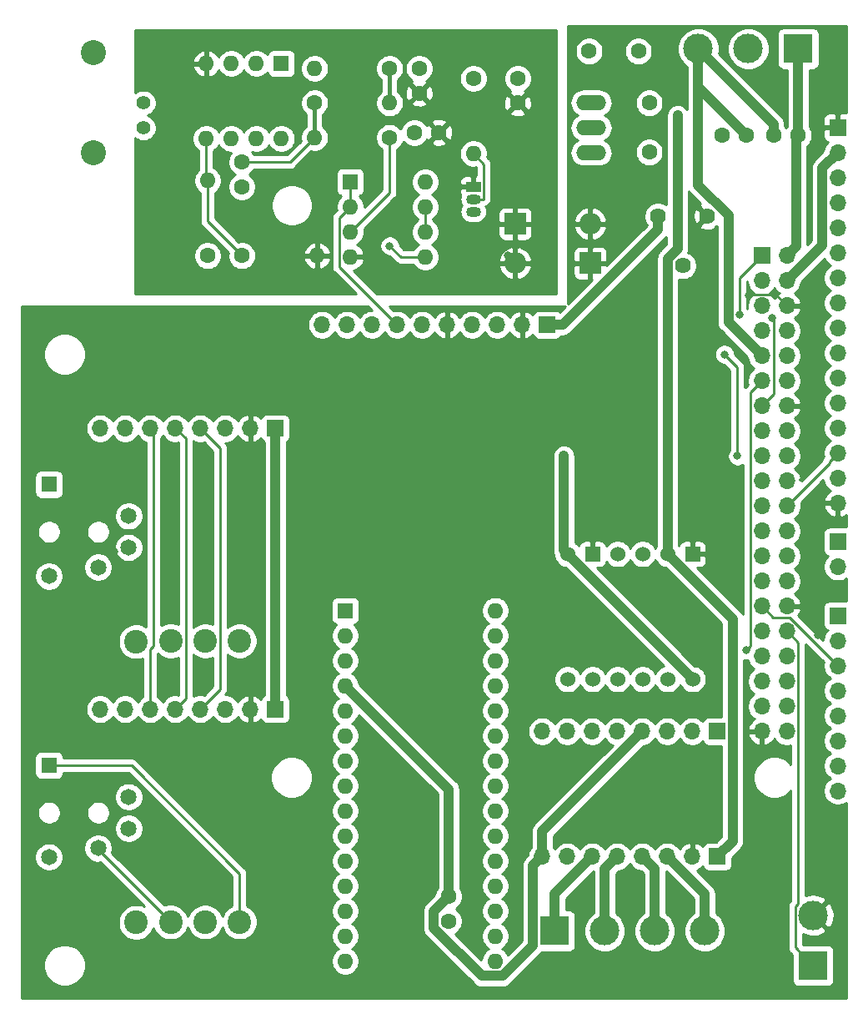
<source format=gbl>
G04 #@! TF.GenerationSoftware,KiCad,Pcbnew,(5.1.9)-1*
G04 #@! TF.CreationDate,2021-06-09T22:02:47-07:00*
G04 #@! TF.ProjectId,AlkalinityTitrator,416c6b61-6c69-46e6-9974-795469747261,rev?*
G04 #@! TF.SameCoordinates,Original*
G04 #@! TF.FileFunction,Copper,L2,Bot*
G04 #@! TF.FilePolarity,Positive*
%FSLAX46Y46*%
G04 Gerber Fmt 4.6, Leading zero omitted, Abs format (unit mm)*
G04 Created by KiCad (PCBNEW (5.1.9)-1) date 2021-06-09 22:02:47*
%MOMM*%
%LPD*%
G01*
G04 APERTURE LIST*
G04 #@! TA.AperFunction,ComponentPad*
%ADD10O,3.048000X1.524000*%
G04 #@! TD*
G04 #@! TA.AperFunction,ComponentPad*
%ADD11O,1.600000X1.600000*%
G04 #@! TD*
G04 #@! TA.AperFunction,ComponentPad*
%ADD12R,1.600000X1.600000*%
G04 #@! TD*
G04 #@! TA.AperFunction,ComponentPad*
%ADD13R,1.700000X1.700000*%
G04 #@! TD*
G04 #@! TA.AperFunction,ComponentPad*
%ADD14O,1.700000X1.700000*%
G04 #@! TD*
G04 #@! TA.AperFunction,ComponentPad*
%ADD15C,2.400000*%
G04 #@! TD*
G04 #@! TA.AperFunction,ComponentPad*
%ADD16R,1.650000X1.650000*%
G04 #@! TD*
G04 #@! TA.AperFunction,ComponentPad*
%ADD17C,1.650000*%
G04 #@! TD*
G04 #@! TA.AperFunction,ComponentPad*
%ADD18R,1.524000X1.524000*%
G04 #@! TD*
G04 #@! TA.AperFunction,ComponentPad*
%ADD19C,1.524000*%
G04 #@! TD*
G04 #@! TA.AperFunction,ComponentPad*
%ADD20C,2.540000*%
G04 #@! TD*
G04 #@! TA.AperFunction,ComponentPad*
%ADD21C,1.397000*%
G04 #@! TD*
G04 #@! TA.AperFunction,ComponentPad*
%ADD22C,1.600000*%
G04 #@! TD*
G04 #@! TA.AperFunction,ComponentPad*
%ADD23O,2.200000X2.200000*%
G04 #@! TD*
G04 #@! TA.AperFunction,ComponentPad*
%ADD24R,2.200000X2.200000*%
G04 #@! TD*
G04 #@! TA.AperFunction,ComponentPad*
%ADD25C,3.000000*%
G04 #@! TD*
G04 #@! TA.AperFunction,ComponentPad*
%ADD26R,3.000000X3.000000*%
G04 #@! TD*
G04 #@! TA.AperFunction,ComponentPad*
%ADD27C,1.620000*%
G04 #@! TD*
G04 #@! TA.AperFunction,ComponentPad*
%ADD28R,1.500000X1.050000*%
G04 #@! TD*
G04 #@! TA.AperFunction,ComponentPad*
%ADD29O,1.500000X1.050000*%
G04 #@! TD*
G04 #@! TA.AperFunction,ViaPad*
%ADD30C,0.800000*%
G04 #@! TD*
G04 #@! TA.AperFunction,Conductor*
%ADD31C,1.000000*%
G04 #@! TD*
G04 #@! TA.AperFunction,Conductor*
%ADD32C,0.400000*%
G04 #@! TD*
G04 #@! TA.AperFunction,Conductor*
%ADD33C,0.250000*%
G04 #@! TD*
G04 #@! TA.AperFunction,Conductor*
%ADD34C,0.254000*%
G04 #@! TD*
G04 #@! TA.AperFunction,Conductor*
%ADD35C,0.150000*%
G04 #@! TD*
G04 APERTURE END LIST*
D10*
X180052000Y-50815000D03*
X180052000Y-53355000D03*
X180052000Y-55895000D03*
D11*
X170332000Y-137915000D03*
X155092000Y-137915000D03*
X170332000Y-102355000D03*
X155092000Y-135375000D03*
X170332000Y-104895000D03*
X155092000Y-132835000D03*
X170332000Y-107435000D03*
X155092000Y-130295000D03*
X170332000Y-109975000D03*
X155092000Y-127755000D03*
X170332000Y-112515000D03*
X155092000Y-125215000D03*
X170332000Y-115055000D03*
X155092000Y-122675000D03*
X170332000Y-117595000D03*
X155092000Y-120135000D03*
X170332000Y-120135000D03*
X155092000Y-117595000D03*
X170332000Y-122675000D03*
X155092000Y-115055000D03*
X170332000Y-125215000D03*
X155092000Y-112515000D03*
X170332000Y-127755000D03*
X155092000Y-109975000D03*
X170332000Y-130295000D03*
X155092000Y-107435000D03*
X170332000Y-132835000D03*
X155092000Y-104895000D03*
X170332000Y-135375000D03*
D12*
X155092000Y-102355000D03*
D13*
X147982000Y-112355000D03*
D14*
X145442000Y-112355000D03*
X142902000Y-112355000D03*
X140362000Y-112355000D03*
X137822000Y-112355000D03*
X135282000Y-112355000D03*
X132742000Y-112355000D03*
X130202000Y-112355000D03*
D15*
X144342000Y-133945000D03*
X140842000Y-133945000D03*
X137342000Y-133945000D03*
X133842000Y-133995000D03*
D16*
X124992000Y-89555000D03*
D17*
X129992000Y-97955000D03*
X133092000Y-92755000D03*
X124992000Y-98855000D03*
X133092000Y-95955000D03*
D14*
X187782000Y-127295000D03*
X190322000Y-127295000D03*
X182702000Y-127295000D03*
X180162000Y-127295000D03*
X177622000Y-127295000D03*
X175082000Y-127295000D03*
X185242000Y-127295000D03*
D13*
X192862000Y-127295000D03*
X192862000Y-114595000D03*
D14*
X190322000Y-114595000D03*
X187782000Y-114595000D03*
X185242000Y-114595000D03*
X182702000Y-114595000D03*
X180162000Y-114595000D03*
X177622000Y-114595000D03*
X175082000Y-114595000D03*
D18*
X190362000Y-96625000D03*
D19*
X187822000Y-96625000D03*
X185282000Y-96625000D03*
X182742000Y-96625000D03*
D18*
X180202000Y-96625000D03*
D19*
X177662000Y-96625000D03*
X190362000Y-109325000D03*
X187822000Y-109325000D03*
X185282000Y-109325000D03*
X182742000Y-109325000D03*
X180202000Y-109325000D03*
X177662000Y-109325000D03*
D14*
X205092000Y-91455000D03*
X205092000Y-88915000D03*
X205092000Y-86375000D03*
X205092000Y-83835000D03*
X205092000Y-81295000D03*
X205092000Y-78755000D03*
X205092000Y-76215000D03*
X205092000Y-73675000D03*
X205092000Y-71135000D03*
X205092000Y-68595000D03*
X205092000Y-66055000D03*
X205092000Y-63515000D03*
X205092000Y-60975000D03*
X205092000Y-58435000D03*
X205092000Y-55895000D03*
D13*
X205092000Y-53355000D03*
X205092000Y-95355000D03*
D14*
X205092000Y-97895000D03*
X205092000Y-120635000D03*
X205092000Y-118095000D03*
X205092000Y-115555000D03*
X205092000Y-113015000D03*
X205092000Y-110475000D03*
X205092000Y-107935000D03*
X205092000Y-105395000D03*
D13*
X205092000Y-102855000D03*
D20*
X129512000Y-45775000D03*
X129512000Y-55935000D03*
D21*
X134592000Y-53395000D03*
X134592000Y-50855000D03*
D22*
X198592000Y-54105000D03*
X201092000Y-54105000D03*
X172592000Y-50855000D03*
X172592000Y-48355000D03*
X195842000Y-54105000D03*
X193342000Y-54105000D03*
X165592000Y-131355000D03*
X165592000Y-133855000D03*
X144592000Y-56855000D03*
X144592000Y-59355000D03*
X164592000Y-53855000D03*
X162092000Y-53855000D03*
X162592000Y-49855000D03*
X162592000Y-47355000D03*
D23*
X179962000Y-63105000D03*
D24*
X172342000Y-63105000D03*
D23*
X172342000Y-67105000D03*
D24*
X179962000Y-67105000D03*
D14*
X199915000Y-114610000D03*
X197375000Y-114610000D03*
X199915000Y-112070000D03*
X197375000Y-112070000D03*
X199915000Y-109530000D03*
X197375000Y-109530000D03*
X199915000Y-106990000D03*
X197375000Y-106990000D03*
X199915000Y-104450000D03*
X197375000Y-104450000D03*
X199915000Y-101910000D03*
X197375000Y-101910000D03*
X199915000Y-99370000D03*
X197375000Y-99370000D03*
X199915000Y-96830000D03*
X197375000Y-96830000D03*
X199915000Y-94290000D03*
X197375000Y-94290000D03*
X199915000Y-91750000D03*
X197375000Y-91750000D03*
X199915000Y-89210000D03*
X197375000Y-89210000D03*
X199915000Y-86670000D03*
X197375000Y-86670000D03*
X199915000Y-84130000D03*
X197375000Y-84130000D03*
X199915000Y-81590000D03*
X197375000Y-81590000D03*
X199915000Y-79050000D03*
X197375000Y-79050000D03*
X199915000Y-76510000D03*
X197375000Y-76510000D03*
X199915000Y-73970000D03*
X197375000Y-73970000D03*
X199915000Y-71430000D03*
X197375000Y-71430000D03*
X199915000Y-68890000D03*
X197375000Y-68890000D03*
X199915000Y-66350000D03*
D13*
X197375000Y-66350000D03*
D25*
X191582000Y-134855000D03*
D26*
X176342000Y-134855000D03*
D25*
X186502000Y-134855000D03*
X181422000Y-134855000D03*
D16*
X124992000Y-118055000D03*
D17*
X129992000Y-126455000D03*
X133092000Y-121255000D03*
X124992000Y-127355000D03*
X133092000Y-124455000D03*
D25*
X190932000Y-45355000D03*
X196012000Y-45355000D03*
D26*
X201092000Y-45355000D03*
D25*
X202592000Y-133275000D03*
D26*
X202592000Y-138355000D03*
D11*
X141092000Y-58735000D03*
D22*
X141092000Y-66355000D03*
D11*
X152212000Y-66355000D03*
D22*
X144592000Y-66355000D03*
D11*
X151972000Y-54355000D03*
D22*
X159592000Y-54355000D03*
D11*
X159592000Y-50855000D03*
D22*
X151972000Y-50855000D03*
D11*
X151972000Y-47355000D03*
D22*
X159592000Y-47355000D03*
D11*
X168092000Y-55975000D03*
D22*
X168092000Y-48355000D03*
D27*
X186842000Y-62355000D03*
X189342000Y-67355000D03*
X191842000Y-62355000D03*
D14*
X152732000Y-73355000D03*
X155272000Y-73355000D03*
X157812000Y-73355000D03*
X160352000Y-73355000D03*
X162892000Y-73355000D03*
X165432000Y-73355000D03*
X167972000Y-73355000D03*
X170512000Y-73355000D03*
X173052000Y-73355000D03*
D13*
X175592000Y-73355000D03*
X147982000Y-83855000D03*
D14*
X145442000Y-83855000D03*
X142902000Y-83855000D03*
X140362000Y-83855000D03*
X137822000Y-83855000D03*
X135282000Y-83855000D03*
X132742000Y-83855000D03*
X130202000Y-83855000D03*
D15*
X144342000Y-105445000D03*
X140842000Y-105445000D03*
X137342000Y-105445000D03*
X133842000Y-105495000D03*
D28*
X168092000Y-59355000D03*
D29*
X168092000Y-61895000D03*
X168092000Y-60625000D03*
D11*
X148592000Y-54475000D03*
X140972000Y-46855000D03*
X146052000Y-54475000D03*
X143512000Y-46855000D03*
X143512000Y-54475000D03*
X146052000Y-46855000D03*
X140972000Y-54475000D03*
D12*
X148592000Y-46855000D03*
D11*
X163212000Y-58855000D03*
X155592000Y-66475000D03*
X163212000Y-61395000D03*
X155592000Y-63935000D03*
X163212000Y-63935000D03*
X155592000Y-61395000D03*
X163212000Y-66475000D03*
D12*
X155592000Y-58855000D03*
D22*
X179842000Y-45605000D03*
X184842000Y-45605000D03*
X185942000Y-50855000D03*
X185942000Y-55855000D03*
D30*
X159092000Y-63355000D03*
X153092000Y-61355000D03*
X171592000Y-66355000D03*
X188842000Y-52105000D03*
X166592000Y-112355000D03*
X161592000Y-107355000D03*
X165592000Y-98355000D03*
X170592000Y-90355000D03*
X171592000Y-84355000D03*
X202592000Y-69355000D03*
X202592000Y-75355000D03*
X201592000Y-80355000D03*
X202592000Y-96355000D03*
X192592000Y-108355000D03*
X166592000Y-117355000D03*
X151592000Y-108355000D03*
X130592000Y-104355000D03*
X132592000Y-86355000D03*
X137592000Y-87355000D03*
X140592000Y-88355000D03*
X131592000Y-96355000D03*
X143592000Y-100355000D03*
X137592000Y-98355000D03*
X136592000Y-108355000D03*
X140592000Y-108355000D03*
X193592000Y-96355000D03*
X193592000Y-93355000D03*
X196092000Y-70355000D03*
X203592000Y-99355000D03*
X202092000Y-101855000D03*
X203092000Y-104855000D03*
X190992000Y-71555000D03*
X184592000Y-72955000D03*
X198428846Y-72691846D03*
X177277000Y-86670000D03*
X195092000Y-72355000D03*
X193592000Y-76355000D03*
X194907000Y-86670000D03*
X195762001Y-106355000D03*
X159592000Y-65355000D03*
D31*
X165592000Y-120475000D02*
X165592000Y-131355000D01*
X155092000Y-109975000D02*
X165592000Y-120475000D01*
X174141999Y-128235001D02*
X175082000Y-127295000D01*
X174141999Y-136325003D02*
X174141999Y-128235001D01*
X171052001Y-139415001D02*
X174141999Y-136325003D01*
X168931999Y-139415001D02*
X171052001Y-139415001D01*
X164091999Y-134575001D02*
X168931999Y-139415001D01*
X164091999Y-132855001D02*
X164091999Y-134575001D01*
X165592000Y-131355000D02*
X164091999Y-132855001D01*
X175082000Y-124755000D02*
X185242000Y-114595000D01*
X175082000Y-127295000D02*
X175082000Y-124755000D01*
X201092000Y-45355000D02*
X201092000Y-54105000D01*
X200853001Y-54343999D02*
X201092000Y-54105000D01*
X200853001Y-65411999D02*
X200853001Y-54343999D01*
X199915000Y-66350000D02*
X200853001Y-65411999D01*
X197375000Y-76264002D02*
X197375000Y-76510000D01*
X190932000Y-49195000D02*
X195842000Y-54105000D01*
X190932000Y-45355000D02*
X190932000Y-49195000D01*
X198592000Y-53015000D02*
X198592000Y-54105000D01*
X190932000Y-45355000D02*
X198592000Y-53015000D01*
X190932000Y-45355000D02*
X190842000Y-45355000D01*
X193991999Y-73126999D02*
X197375000Y-76510000D01*
X193991999Y-62270197D02*
X193991999Y-73126999D01*
X190932000Y-59210198D02*
X193991999Y-62270197D01*
X190932000Y-45355000D02*
X190932000Y-59210198D01*
X194412001Y-125744999D02*
X192862000Y-127295000D01*
X194412001Y-103215001D02*
X194412001Y-125744999D01*
X187822000Y-96625000D02*
X194412001Y-103215001D01*
X187822000Y-66640198D02*
X187822000Y-96625000D01*
X188842000Y-65620198D02*
X187822000Y-66640198D01*
X188842000Y-52105000D02*
X188842000Y-65620198D01*
D32*
X151972000Y-50855000D02*
X151972000Y-54355000D01*
D33*
X149472000Y-56855000D02*
X151972000Y-54355000D01*
X145592000Y-56855000D02*
X149472000Y-56855000D01*
X145592000Y-56855000D02*
X144592000Y-56855000D01*
X155592000Y-58855000D02*
X155592000Y-61395000D01*
X154466999Y-67469999D02*
X160352000Y-73355000D01*
X154466999Y-62520001D02*
X154466999Y-67469999D01*
X155592000Y-61395000D02*
X154466999Y-62520001D01*
X159592000Y-59935000D02*
X159592000Y-54355000D01*
X155592000Y-63935000D02*
X159592000Y-59935000D01*
D32*
X159592000Y-47355000D02*
X159592000Y-50855000D01*
D33*
X196192001Y-70254999D02*
X196092000Y-70355000D01*
X198739999Y-70254999D02*
X196192001Y-70254999D01*
X199915000Y-71430000D02*
X198739999Y-70254999D01*
D31*
X177172002Y-73355000D02*
X175592000Y-73355000D01*
X186842000Y-63685002D02*
X177172002Y-73355000D01*
X186842000Y-62355000D02*
X186842000Y-63685002D01*
X203541999Y-57445001D02*
X205092000Y-55895000D01*
X203541999Y-65263001D02*
X203541999Y-57445001D01*
X199915000Y-68890000D02*
X203541999Y-65263001D01*
D33*
X198592000Y-80373000D02*
X197375000Y-81590000D01*
X198592000Y-72855000D02*
X198592000Y-80373000D01*
X198428846Y-72691846D02*
X198592000Y-72855000D01*
X204242001Y-87422999D02*
X199915000Y-91750000D01*
X204242001Y-87224999D02*
X204242001Y-87422999D01*
X205092000Y-86375000D02*
X204242001Y-87224999D01*
D31*
X177662000Y-96625000D02*
X190362000Y-109325000D01*
X177277000Y-96240000D02*
X177662000Y-96625000D01*
X177277000Y-86670000D02*
X177277000Y-96240000D01*
X147982000Y-83855000D02*
X147982000Y-112355000D01*
D33*
X195092000Y-68633000D02*
X195092000Y-72355000D01*
X197375000Y-66350000D02*
X195092000Y-68633000D01*
X194907000Y-77670000D02*
X194907000Y-86670000D01*
X193592000Y-76355000D02*
X194907000Y-77670000D01*
X196199999Y-105917002D02*
X195762001Y-106355000D01*
X196199999Y-80225001D02*
X196199999Y-105917002D01*
X197375000Y-79050000D02*
X196199999Y-80225001D01*
X135642001Y-84215001D02*
X135282000Y-83855000D01*
X135642001Y-105952001D02*
X135642001Y-84215001D01*
X135282000Y-106312002D02*
X135642001Y-105952001D01*
X135282000Y-112355000D02*
X135282000Y-106312002D01*
X138867001Y-111309999D02*
X137822000Y-112355000D01*
X138867001Y-84900001D02*
X138867001Y-111309999D01*
X137822000Y-83855000D02*
X138867001Y-84900001D01*
X142367001Y-85860001D02*
X140362000Y-83855000D01*
X140362000Y-112355000D02*
X142367001Y-110349999D01*
X142367001Y-110349999D02*
X142367001Y-85860001D01*
X200242001Y-103085001D02*
X205092000Y-107935000D01*
X198550001Y-103085001D02*
X200242001Y-103085001D01*
X197375000Y-101910000D02*
X198550001Y-103085001D01*
X200766999Y-132398999D02*
X200766999Y-136529999D01*
X201090001Y-132075997D02*
X200766999Y-132398999D01*
X201090001Y-105625001D02*
X201090001Y-132075997D01*
X200766999Y-136529999D02*
X202592000Y-138355000D01*
X199915000Y-104450000D02*
X201090001Y-105625001D01*
D31*
X181422000Y-128575000D02*
X182702000Y-127295000D01*
X181422000Y-134855000D02*
X181422000Y-128575000D01*
X186502000Y-128555000D02*
X185242000Y-127295000D01*
X186502000Y-134855000D02*
X186502000Y-128555000D01*
X176342000Y-131115000D02*
X180162000Y-127295000D01*
X176342000Y-134855000D02*
X176342000Y-131115000D01*
X191582000Y-131095000D02*
X187782000Y-127295000D01*
X191582000Y-134855000D02*
X191582000Y-131095000D01*
D33*
X129992000Y-126595000D02*
X129992000Y-126455000D01*
X137342000Y-133945000D02*
X129992000Y-126595000D01*
X144342000Y-129031998D02*
X133365002Y-118055000D01*
X133365002Y-118055000D02*
X124992000Y-118055000D01*
X144342000Y-133945000D02*
X144342000Y-129031998D01*
X169167001Y-57050001D02*
X168092000Y-55975000D01*
X169167001Y-60549999D02*
X169167001Y-57050001D01*
X169092000Y-60625000D02*
X169167001Y-60549999D01*
X168092000Y-60625000D02*
X169092000Y-60625000D01*
X140972000Y-58615000D02*
X141092000Y-58735000D01*
X140972000Y-54475000D02*
X140972000Y-58615000D01*
X141092000Y-62855000D02*
X144592000Y-66355000D01*
X141092000Y-58735000D02*
X141092000Y-62855000D01*
X160712000Y-66475000D02*
X163212000Y-66475000D01*
X159592000Y-65355000D02*
X160712000Y-66475000D01*
X163212000Y-61395000D02*
X163212000Y-63935000D01*
D34*
X187707001Y-65150065D02*
X187058864Y-65798202D01*
X187015551Y-65833749D01*
X186873716Y-66006575D01*
X186792278Y-66158937D01*
X186768324Y-66203752D01*
X186703423Y-66417700D01*
X186681509Y-66640198D01*
X186687000Y-66695949D01*
X186687001Y-95809114D01*
X186583995Y-95963273D01*
X186552000Y-96040515D01*
X186520005Y-95963273D01*
X186367120Y-95734465D01*
X186172535Y-95539880D01*
X185943727Y-95386995D01*
X185689490Y-95281686D01*
X185419592Y-95228000D01*
X185144408Y-95228000D01*
X184874510Y-95281686D01*
X184620273Y-95386995D01*
X184391465Y-95539880D01*
X184196880Y-95734465D01*
X184043995Y-95963273D01*
X184012000Y-96040515D01*
X183980005Y-95963273D01*
X183827120Y-95734465D01*
X183632535Y-95539880D01*
X183403727Y-95386995D01*
X183149490Y-95281686D01*
X182879592Y-95228000D01*
X182604408Y-95228000D01*
X182334510Y-95281686D01*
X182080273Y-95386995D01*
X181851465Y-95539880D01*
X181656880Y-95734465D01*
X181598080Y-95822465D01*
X181589812Y-95738518D01*
X181553502Y-95618820D01*
X181494537Y-95508506D01*
X181415185Y-95411815D01*
X181318494Y-95332463D01*
X181208180Y-95273498D01*
X181088482Y-95237188D01*
X180964000Y-95224928D01*
X180487750Y-95228000D01*
X180329000Y-95386750D01*
X180329000Y-96498000D01*
X180349000Y-96498000D01*
X180349000Y-96752000D01*
X180329000Y-96752000D01*
X180329000Y-96772000D01*
X180075000Y-96772000D01*
X180075000Y-96752000D01*
X180055000Y-96752000D01*
X180055000Y-96498000D01*
X180075000Y-96498000D01*
X180075000Y-95386750D01*
X179916250Y-95228000D01*
X179440000Y-95224928D01*
X179315518Y-95237188D01*
X179195820Y-95273498D01*
X179085506Y-95332463D01*
X178988815Y-95411815D01*
X178909463Y-95508506D01*
X178850498Y-95618820D01*
X178814188Y-95738518D01*
X178805920Y-95822465D01*
X178747120Y-95734465D01*
X178552535Y-95539880D01*
X178412000Y-95445977D01*
X178412000Y-86614248D01*
X178395577Y-86447501D01*
X178330676Y-86233553D01*
X178225284Y-86036377D01*
X178083449Y-85863551D01*
X177910623Y-85721716D01*
X177713446Y-85616324D01*
X177499498Y-85551423D01*
X177277000Y-85529509D01*
X177054501Y-85551423D01*
X176840553Y-85616324D01*
X176643377Y-85721716D01*
X176470551Y-85863551D01*
X176328716Y-86036377D01*
X176223324Y-86233554D01*
X176158423Y-86447502D01*
X176142000Y-86614249D01*
X176142001Y-96184239D01*
X176136509Y-96240000D01*
X176158423Y-96462498D01*
X176223324Y-96676446D01*
X176254909Y-96735537D01*
X176265000Y-96754416D01*
X176265000Y-96762592D01*
X176318686Y-97032490D01*
X176423995Y-97286727D01*
X176576880Y-97515535D01*
X176771465Y-97710120D01*
X177000273Y-97863005D01*
X177254510Y-97968314D01*
X177436354Y-98004485D01*
X187413834Y-107981966D01*
X187160273Y-108086995D01*
X186931465Y-108239880D01*
X186736880Y-108434465D01*
X186583995Y-108663273D01*
X186552000Y-108740515D01*
X186520005Y-108663273D01*
X186367120Y-108434465D01*
X186172535Y-108239880D01*
X185943727Y-108086995D01*
X185689490Y-107981686D01*
X185419592Y-107928000D01*
X185144408Y-107928000D01*
X184874510Y-107981686D01*
X184620273Y-108086995D01*
X184391465Y-108239880D01*
X184196880Y-108434465D01*
X184043995Y-108663273D01*
X184012000Y-108740515D01*
X183980005Y-108663273D01*
X183827120Y-108434465D01*
X183632535Y-108239880D01*
X183403727Y-108086995D01*
X183149490Y-107981686D01*
X182879592Y-107928000D01*
X182604408Y-107928000D01*
X182334510Y-107981686D01*
X182080273Y-108086995D01*
X181851465Y-108239880D01*
X181656880Y-108434465D01*
X181503995Y-108663273D01*
X181472000Y-108740515D01*
X181440005Y-108663273D01*
X181287120Y-108434465D01*
X181092535Y-108239880D01*
X180863727Y-108086995D01*
X180609490Y-107981686D01*
X180339592Y-107928000D01*
X180064408Y-107928000D01*
X179794510Y-107981686D01*
X179540273Y-108086995D01*
X179311465Y-108239880D01*
X179116880Y-108434465D01*
X178963995Y-108663273D01*
X178932000Y-108740515D01*
X178900005Y-108663273D01*
X178747120Y-108434465D01*
X178552535Y-108239880D01*
X178323727Y-108086995D01*
X178069490Y-107981686D01*
X177799592Y-107928000D01*
X177524408Y-107928000D01*
X177254510Y-107981686D01*
X177000273Y-108086995D01*
X176771465Y-108239880D01*
X176576880Y-108434465D01*
X176423995Y-108663273D01*
X176318686Y-108917510D01*
X176265000Y-109187408D01*
X176265000Y-109462592D01*
X176318686Y-109732490D01*
X176423995Y-109986727D01*
X176576880Y-110215535D01*
X176771465Y-110410120D01*
X177000273Y-110563005D01*
X177254510Y-110668314D01*
X177524408Y-110722000D01*
X177799592Y-110722000D01*
X178069490Y-110668314D01*
X178323727Y-110563005D01*
X178552535Y-110410120D01*
X178747120Y-110215535D01*
X178900005Y-109986727D01*
X178932000Y-109909485D01*
X178963995Y-109986727D01*
X179116880Y-110215535D01*
X179311465Y-110410120D01*
X179540273Y-110563005D01*
X179794510Y-110668314D01*
X180064408Y-110722000D01*
X180339592Y-110722000D01*
X180609490Y-110668314D01*
X180863727Y-110563005D01*
X181092535Y-110410120D01*
X181287120Y-110215535D01*
X181440005Y-109986727D01*
X181472000Y-109909485D01*
X181503995Y-109986727D01*
X181656880Y-110215535D01*
X181851465Y-110410120D01*
X182080273Y-110563005D01*
X182334510Y-110668314D01*
X182604408Y-110722000D01*
X182879592Y-110722000D01*
X183149490Y-110668314D01*
X183403727Y-110563005D01*
X183632535Y-110410120D01*
X183827120Y-110215535D01*
X183980005Y-109986727D01*
X184012000Y-109909485D01*
X184043995Y-109986727D01*
X184196880Y-110215535D01*
X184391465Y-110410120D01*
X184620273Y-110563005D01*
X184874510Y-110668314D01*
X185144408Y-110722000D01*
X185419592Y-110722000D01*
X185689490Y-110668314D01*
X185943727Y-110563005D01*
X186172535Y-110410120D01*
X186367120Y-110215535D01*
X186520005Y-109986727D01*
X186552000Y-109909485D01*
X186583995Y-109986727D01*
X186736880Y-110215535D01*
X186931465Y-110410120D01*
X187160273Y-110563005D01*
X187414510Y-110668314D01*
X187684408Y-110722000D01*
X187959592Y-110722000D01*
X188229490Y-110668314D01*
X188483727Y-110563005D01*
X188712535Y-110410120D01*
X188907120Y-110215535D01*
X189060005Y-109986727D01*
X189092000Y-109909485D01*
X189123995Y-109986727D01*
X189276880Y-110215535D01*
X189471465Y-110410120D01*
X189700273Y-110563005D01*
X189954510Y-110668314D01*
X190224408Y-110722000D01*
X190499592Y-110722000D01*
X190769490Y-110668314D01*
X191023727Y-110563005D01*
X191252535Y-110410120D01*
X191447120Y-110215535D01*
X191600005Y-109986727D01*
X191705314Y-109732490D01*
X191759000Y-109462592D01*
X191759000Y-109187408D01*
X191705314Y-108917510D01*
X191600005Y-108663273D01*
X191447120Y-108434465D01*
X191252535Y-108239880D01*
X191023727Y-108086995D01*
X190769490Y-107981686D01*
X190587647Y-107945515D01*
X180665276Y-98023145D01*
X180964000Y-98025072D01*
X181088482Y-98012812D01*
X181208180Y-97976502D01*
X181318494Y-97917537D01*
X181415185Y-97838185D01*
X181494537Y-97741494D01*
X181553502Y-97631180D01*
X181589812Y-97511482D01*
X181598080Y-97427535D01*
X181656880Y-97515535D01*
X181851465Y-97710120D01*
X182080273Y-97863005D01*
X182334510Y-97968314D01*
X182604408Y-98022000D01*
X182879592Y-98022000D01*
X183149490Y-97968314D01*
X183403727Y-97863005D01*
X183632535Y-97710120D01*
X183827120Y-97515535D01*
X183980005Y-97286727D01*
X184012000Y-97209485D01*
X184043995Y-97286727D01*
X184196880Y-97515535D01*
X184391465Y-97710120D01*
X184620273Y-97863005D01*
X184874510Y-97968314D01*
X185144408Y-98022000D01*
X185419592Y-98022000D01*
X185689490Y-97968314D01*
X185943727Y-97863005D01*
X186172535Y-97710120D01*
X186367120Y-97515535D01*
X186520005Y-97286727D01*
X186552000Y-97209485D01*
X186583995Y-97286727D01*
X186736880Y-97515535D01*
X186931465Y-97710120D01*
X187160273Y-97863005D01*
X187414510Y-97968314D01*
X187596354Y-98004485D01*
X193277001Y-103685133D01*
X193277001Y-113106928D01*
X192012000Y-113106928D01*
X191887518Y-113119188D01*
X191767820Y-113155498D01*
X191657506Y-113214463D01*
X191560815Y-113293815D01*
X191481463Y-113390506D01*
X191422498Y-113500820D01*
X191400487Y-113573380D01*
X191268632Y-113441525D01*
X191025411Y-113279010D01*
X190755158Y-113167068D01*
X190468260Y-113110000D01*
X190175740Y-113110000D01*
X189888842Y-113167068D01*
X189618589Y-113279010D01*
X189375368Y-113441525D01*
X189168525Y-113648368D01*
X189052000Y-113822760D01*
X188935475Y-113648368D01*
X188728632Y-113441525D01*
X188485411Y-113279010D01*
X188215158Y-113167068D01*
X187928260Y-113110000D01*
X187635740Y-113110000D01*
X187348842Y-113167068D01*
X187078589Y-113279010D01*
X186835368Y-113441525D01*
X186628525Y-113648368D01*
X186512000Y-113822760D01*
X186395475Y-113648368D01*
X186188632Y-113441525D01*
X185945411Y-113279010D01*
X185675158Y-113167068D01*
X185388260Y-113110000D01*
X185095740Y-113110000D01*
X184808842Y-113167068D01*
X184538589Y-113279010D01*
X184295368Y-113441525D01*
X184088525Y-113648368D01*
X183972000Y-113822760D01*
X183855475Y-113648368D01*
X183648632Y-113441525D01*
X183405411Y-113279010D01*
X183135158Y-113167068D01*
X182848260Y-113110000D01*
X182555740Y-113110000D01*
X182268842Y-113167068D01*
X181998589Y-113279010D01*
X181755368Y-113441525D01*
X181548525Y-113648368D01*
X181432000Y-113822760D01*
X181315475Y-113648368D01*
X181108632Y-113441525D01*
X180865411Y-113279010D01*
X180595158Y-113167068D01*
X180308260Y-113110000D01*
X180015740Y-113110000D01*
X179728842Y-113167068D01*
X179458589Y-113279010D01*
X179215368Y-113441525D01*
X179008525Y-113648368D01*
X178892000Y-113822760D01*
X178775475Y-113648368D01*
X178568632Y-113441525D01*
X178325411Y-113279010D01*
X178055158Y-113167068D01*
X177768260Y-113110000D01*
X177475740Y-113110000D01*
X177188842Y-113167068D01*
X176918589Y-113279010D01*
X176675368Y-113441525D01*
X176468525Y-113648368D01*
X176352000Y-113822760D01*
X176235475Y-113648368D01*
X176028632Y-113441525D01*
X175785411Y-113279010D01*
X175515158Y-113167068D01*
X175228260Y-113110000D01*
X174935740Y-113110000D01*
X174648842Y-113167068D01*
X174378589Y-113279010D01*
X174135368Y-113441525D01*
X173928525Y-113648368D01*
X173766010Y-113891589D01*
X173654068Y-114161842D01*
X173597000Y-114448740D01*
X173597000Y-114741260D01*
X173654068Y-115028158D01*
X173766010Y-115298411D01*
X173928525Y-115541632D01*
X174135368Y-115748475D01*
X174378589Y-115910990D01*
X174648842Y-116022932D01*
X174935740Y-116080000D01*
X175228260Y-116080000D01*
X175515158Y-116022932D01*
X175785411Y-115910990D01*
X176028632Y-115748475D01*
X176235475Y-115541632D01*
X176352000Y-115367240D01*
X176468525Y-115541632D01*
X176675368Y-115748475D01*
X176918589Y-115910990D01*
X177188842Y-116022932D01*
X177475740Y-116080000D01*
X177768260Y-116080000D01*
X178055158Y-116022932D01*
X178325411Y-115910990D01*
X178568632Y-115748475D01*
X178775475Y-115541632D01*
X178892000Y-115367240D01*
X179008525Y-115541632D01*
X179215368Y-115748475D01*
X179458589Y-115910990D01*
X179728842Y-116022932D01*
X180015740Y-116080000D01*
X180308260Y-116080000D01*
X180595158Y-116022932D01*
X180865411Y-115910990D01*
X181108632Y-115748475D01*
X181315475Y-115541632D01*
X181432000Y-115367240D01*
X181548525Y-115541632D01*
X181755368Y-115748475D01*
X181998589Y-115910990D01*
X182226482Y-116005386D01*
X174318860Y-123913009D01*
X174275552Y-123948551D01*
X174133717Y-124121377D01*
X174077384Y-124226770D01*
X174028324Y-124318554D01*
X173963423Y-124532502D01*
X173941509Y-124755000D01*
X173947001Y-124810761D01*
X173947000Y-126329893D01*
X173928525Y-126348368D01*
X173766010Y-126591589D01*
X173654068Y-126861842D01*
X173597000Y-127148740D01*
X173597000Y-127174869D01*
X173378859Y-127393010D01*
X173335551Y-127428552D01*
X173193716Y-127601378D01*
X173137383Y-127706771D01*
X173088323Y-127798555D01*
X173023422Y-128012503D01*
X173001508Y-128235001D01*
X173007000Y-128290762D01*
X173006999Y-135854871D01*
X171610392Y-137251478D01*
X171603680Y-137235273D01*
X171446637Y-137000241D01*
X171246759Y-136800363D01*
X171014241Y-136645000D01*
X171246759Y-136489637D01*
X171446637Y-136289759D01*
X171603680Y-136054727D01*
X171711853Y-135793574D01*
X171767000Y-135516335D01*
X171767000Y-135233665D01*
X171711853Y-134956426D01*
X171603680Y-134695273D01*
X171446637Y-134460241D01*
X171246759Y-134260363D01*
X171014241Y-134105000D01*
X171246759Y-133949637D01*
X171446637Y-133749759D01*
X171603680Y-133514727D01*
X171711853Y-133253574D01*
X171767000Y-132976335D01*
X171767000Y-132693665D01*
X171711853Y-132416426D01*
X171603680Y-132155273D01*
X171446637Y-131920241D01*
X171246759Y-131720363D01*
X171014241Y-131565000D01*
X171246759Y-131409637D01*
X171446637Y-131209759D01*
X171603680Y-130974727D01*
X171711853Y-130713574D01*
X171767000Y-130436335D01*
X171767000Y-130153665D01*
X171711853Y-129876426D01*
X171603680Y-129615273D01*
X171446637Y-129380241D01*
X171246759Y-129180363D01*
X171014241Y-129025000D01*
X171246759Y-128869637D01*
X171446637Y-128669759D01*
X171603680Y-128434727D01*
X171711853Y-128173574D01*
X171767000Y-127896335D01*
X171767000Y-127613665D01*
X171711853Y-127336426D01*
X171603680Y-127075273D01*
X171446637Y-126840241D01*
X171246759Y-126640363D01*
X171014241Y-126485000D01*
X171246759Y-126329637D01*
X171446637Y-126129759D01*
X171603680Y-125894727D01*
X171711853Y-125633574D01*
X171767000Y-125356335D01*
X171767000Y-125073665D01*
X171711853Y-124796426D01*
X171603680Y-124535273D01*
X171446637Y-124300241D01*
X171246759Y-124100363D01*
X171014241Y-123945000D01*
X171246759Y-123789637D01*
X171446637Y-123589759D01*
X171603680Y-123354727D01*
X171711853Y-123093574D01*
X171767000Y-122816335D01*
X171767000Y-122533665D01*
X171711853Y-122256426D01*
X171603680Y-121995273D01*
X171446637Y-121760241D01*
X171246759Y-121560363D01*
X171014241Y-121405000D01*
X171246759Y-121249637D01*
X171446637Y-121049759D01*
X171603680Y-120814727D01*
X171711853Y-120553574D01*
X171767000Y-120276335D01*
X171767000Y-119993665D01*
X171711853Y-119716426D01*
X171603680Y-119455273D01*
X171446637Y-119220241D01*
X171246759Y-119020363D01*
X171014241Y-118865000D01*
X171246759Y-118709637D01*
X171446637Y-118509759D01*
X171603680Y-118274727D01*
X171711853Y-118013574D01*
X171767000Y-117736335D01*
X171767000Y-117453665D01*
X171711853Y-117176426D01*
X171603680Y-116915273D01*
X171446637Y-116680241D01*
X171246759Y-116480363D01*
X171014241Y-116325000D01*
X171246759Y-116169637D01*
X171446637Y-115969759D01*
X171603680Y-115734727D01*
X171711853Y-115473574D01*
X171767000Y-115196335D01*
X171767000Y-114913665D01*
X171711853Y-114636426D01*
X171603680Y-114375273D01*
X171446637Y-114140241D01*
X171246759Y-113940363D01*
X171014241Y-113785000D01*
X171246759Y-113629637D01*
X171446637Y-113429759D01*
X171603680Y-113194727D01*
X171711853Y-112933574D01*
X171767000Y-112656335D01*
X171767000Y-112373665D01*
X171711853Y-112096426D01*
X171603680Y-111835273D01*
X171446637Y-111600241D01*
X171246759Y-111400363D01*
X171014241Y-111245000D01*
X171246759Y-111089637D01*
X171446637Y-110889759D01*
X171603680Y-110654727D01*
X171711853Y-110393574D01*
X171767000Y-110116335D01*
X171767000Y-109833665D01*
X171711853Y-109556426D01*
X171603680Y-109295273D01*
X171446637Y-109060241D01*
X171246759Y-108860363D01*
X171014241Y-108705000D01*
X171246759Y-108549637D01*
X171446637Y-108349759D01*
X171603680Y-108114727D01*
X171711853Y-107853574D01*
X171767000Y-107576335D01*
X171767000Y-107293665D01*
X171711853Y-107016426D01*
X171603680Y-106755273D01*
X171446637Y-106520241D01*
X171246759Y-106320363D01*
X171014241Y-106165000D01*
X171246759Y-106009637D01*
X171446637Y-105809759D01*
X171603680Y-105574727D01*
X171711853Y-105313574D01*
X171767000Y-105036335D01*
X171767000Y-104753665D01*
X171711853Y-104476426D01*
X171603680Y-104215273D01*
X171446637Y-103980241D01*
X171246759Y-103780363D01*
X171014241Y-103625000D01*
X171246759Y-103469637D01*
X171446637Y-103269759D01*
X171603680Y-103034727D01*
X171711853Y-102773574D01*
X171767000Y-102496335D01*
X171767000Y-102213665D01*
X171711853Y-101936426D01*
X171603680Y-101675273D01*
X171446637Y-101440241D01*
X171246759Y-101240363D01*
X171011727Y-101083320D01*
X170750574Y-100975147D01*
X170473335Y-100920000D01*
X170190665Y-100920000D01*
X169913426Y-100975147D01*
X169652273Y-101083320D01*
X169417241Y-101240363D01*
X169217363Y-101440241D01*
X169060320Y-101675273D01*
X168952147Y-101936426D01*
X168897000Y-102213665D01*
X168897000Y-102496335D01*
X168952147Y-102773574D01*
X169060320Y-103034727D01*
X169217363Y-103269759D01*
X169417241Y-103469637D01*
X169649759Y-103625000D01*
X169417241Y-103780363D01*
X169217363Y-103980241D01*
X169060320Y-104215273D01*
X168952147Y-104476426D01*
X168897000Y-104753665D01*
X168897000Y-105036335D01*
X168952147Y-105313574D01*
X169060320Y-105574727D01*
X169217363Y-105809759D01*
X169417241Y-106009637D01*
X169649759Y-106165000D01*
X169417241Y-106320363D01*
X169217363Y-106520241D01*
X169060320Y-106755273D01*
X168952147Y-107016426D01*
X168897000Y-107293665D01*
X168897000Y-107576335D01*
X168952147Y-107853574D01*
X169060320Y-108114727D01*
X169217363Y-108349759D01*
X169417241Y-108549637D01*
X169649759Y-108705000D01*
X169417241Y-108860363D01*
X169217363Y-109060241D01*
X169060320Y-109295273D01*
X168952147Y-109556426D01*
X168897000Y-109833665D01*
X168897000Y-110116335D01*
X168952147Y-110393574D01*
X169060320Y-110654727D01*
X169217363Y-110889759D01*
X169417241Y-111089637D01*
X169649759Y-111245000D01*
X169417241Y-111400363D01*
X169217363Y-111600241D01*
X169060320Y-111835273D01*
X168952147Y-112096426D01*
X168897000Y-112373665D01*
X168897000Y-112656335D01*
X168952147Y-112933574D01*
X169060320Y-113194727D01*
X169217363Y-113429759D01*
X169417241Y-113629637D01*
X169649759Y-113785000D01*
X169417241Y-113940363D01*
X169217363Y-114140241D01*
X169060320Y-114375273D01*
X168952147Y-114636426D01*
X168897000Y-114913665D01*
X168897000Y-115196335D01*
X168952147Y-115473574D01*
X169060320Y-115734727D01*
X169217363Y-115969759D01*
X169417241Y-116169637D01*
X169649759Y-116325000D01*
X169417241Y-116480363D01*
X169217363Y-116680241D01*
X169060320Y-116915273D01*
X168952147Y-117176426D01*
X168897000Y-117453665D01*
X168897000Y-117736335D01*
X168952147Y-118013574D01*
X169060320Y-118274727D01*
X169217363Y-118509759D01*
X169417241Y-118709637D01*
X169649759Y-118865000D01*
X169417241Y-119020363D01*
X169217363Y-119220241D01*
X169060320Y-119455273D01*
X168952147Y-119716426D01*
X168897000Y-119993665D01*
X168897000Y-120276335D01*
X168952147Y-120553574D01*
X169060320Y-120814727D01*
X169217363Y-121049759D01*
X169417241Y-121249637D01*
X169649759Y-121405000D01*
X169417241Y-121560363D01*
X169217363Y-121760241D01*
X169060320Y-121995273D01*
X168952147Y-122256426D01*
X168897000Y-122533665D01*
X168897000Y-122816335D01*
X168952147Y-123093574D01*
X169060320Y-123354727D01*
X169217363Y-123589759D01*
X169417241Y-123789637D01*
X169649759Y-123945000D01*
X169417241Y-124100363D01*
X169217363Y-124300241D01*
X169060320Y-124535273D01*
X168952147Y-124796426D01*
X168897000Y-125073665D01*
X168897000Y-125356335D01*
X168952147Y-125633574D01*
X169060320Y-125894727D01*
X169217363Y-126129759D01*
X169417241Y-126329637D01*
X169649759Y-126485000D01*
X169417241Y-126640363D01*
X169217363Y-126840241D01*
X169060320Y-127075273D01*
X168952147Y-127336426D01*
X168897000Y-127613665D01*
X168897000Y-127896335D01*
X168952147Y-128173574D01*
X169060320Y-128434727D01*
X169217363Y-128669759D01*
X169417241Y-128869637D01*
X169649759Y-129025000D01*
X169417241Y-129180363D01*
X169217363Y-129380241D01*
X169060320Y-129615273D01*
X168952147Y-129876426D01*
X168897000Y-130153665D01*
X168897000Y-130436335D01*
X168952147Y-130713574D01*
X169060320Y-130974727D01*
X169217363Y-131209759D01*
X169417241Y-131409637D01*
X169649759Y-131565000D01*
X169417241Y-131720363D01*
X169217363Y-131920241D01*
X169060320Y-132155273D01*
X168952147Y-132416426D01*
X168897000Y-132693665D01*
X168897000Y-132976335D01*
X168952147Y-133253574D01*
X169060320Y-133514727D01*
X169217363Y-133749759D01*
X169417241Y-133949637D01*
X169649759Y-134105000D01*
X169417241Y-134260363D01*
X169217363Y-134460241D01*
X169060320Y-134695273D01*
X168952147Y-134956426D01*
X168897000Y-135233665D01*
X168897000Y-135516335D01*
X168952147Y-135793574D01*
X169060320Y-136054727D01*
X169217363Y-136289759D01*
X169417241Y-136489637D01*
X169649759Y-136645000D01*
X169417241Y-136800363D01*
X169217363Y-137000241D01*
X169060320Y-137235273D01*
X168952147Y-137496426D01*
X168897000Y-137773665D01*
X168897000Y-137774869D01*
X166255522Y-135133392D01*
X166271727Y-135126680D01*
X166506759Y-134969637D01*
X166706637Y-134769759D01*
X166863680Y-134534727D01*
X166971853Y-134273574D01*
X167027000Y-133996335D01*
X167027000Y-133713665D01*
X166971853Y-133436426D01*
X166863680Y-133175273D01*
X166706637Y-132940241D01*
X166506759Y-132740363D01*
X166304173Y-132605000D01*
X166506759Y-132469637D01*
X166706637Y-132269759D01*
X166863680Y-132034727D01*
X166971853Y-131773574D01*
X167027000Y-131496335D01*
X167027000Y-131213665D01*
X166971853Y-130936426D01*
X166863680Y-130675273D01*
X166727000Y-130470716D01*
X166727000Y-120530741D01*
X166732490Y-120474999D01*
X166727000Y-120419257D01*
X166727000Y-120419248D01*
X166710577Y-120252501D01*
X166645676Y-120038553D01*
X166540284Y-119841377D01*
X166398449Y-119668551D01*
X166355141Y-119633009D01*
X156519850Y-109797719D01*
X156471853Y-109556426D01*
X156363680Y-109295273D01*
X156206637Y-109060241D01*
X156006759Y-108860363D01*
X155774241Y-108705000D01*
X156006759Y-108549637D01*
X156206637Y-108349759D01*
X156363680Y-108114727D01*
X156471853Y-107853574D01*
X156527000Y-107576335D01*
X156527000Y-107293665D01*
X156471853Y-107016426D01*
X156363680Y-106755273D01*
X156206637Y-106520241D01*
X156006759Y-106320363D01*
X155774241Y-106165000D01*
X156006759Y-106009637D01*
X156206637Y-105809759D01*
X156363680Y-105574727D01*
X156471853Y-105313574D01*
X156527000Y-105036335D01*
X156527000Y-104753665D01*
X156471853Y-104476426D01*
X156363680Y-104215273D01*
X156206637Y-103980241D01*
X156008039Y-103781643D01*
X156016482Y-103780812D01*
X156136180Y-103744502D01*
X156246494Y-103685537D01*
X156343185Y-103606185D01*
X156422537Y-103509494D01*
X156481502Y-103399180D01*
X156517812Y-103279482D01*
X156530072Y-103155000D01*
X156530072Y-101555000D01*
X156517812Y-101430518D01*
X156481502Y-101310820D01*
X156422537Y-101200506D01*
X156343185Y-101103815D01*
X156246494Y-101024463D01*
X156136180Y-100965498D01*
X156016482Y-100929188D01*
X155892000Y-100916928D01*
X154292000Y-100916928D01*
X154167518Y-100929188D01*
X154047820Y-100965498D01*
X153937506Y-101024463D01*
X153840815Y-101103815D01*
X153761463Y-101200506D01*
X153702498Y-101310820D01*
X153666188Y-101430518D01*
X153653928Y-101555000D01*
X153653928Y-103155000D01*
X153666188Y-103279482D01*
X153702498Y-103399180D01*
X153761463Y-103509494D01*
X153840815Y-103606185D01*
X153937506Y-103685537D01*
X154047820Y-103744502D01*
X154167518Y-103780812D01*
X154175961Y-103781643D01*
X153977363Y-103980241D01*
X153820320Y-104215273D01*
X153712147Y-104476426D01*
X153657000Y-104753665D01*
X153657000Y-105036335D01*
X153712147Y-105313574D01*
X153820320Y-105574727D01*
X153977363Y-105809759D01*
X154177241Y-106009637D01*
X154409759Y-106165000D01*
X154177241Y-106320363D01*
X153977363Y-106520241D01*
X153820320Y-106755273D01*
X153712147Y-107016426D01*
X153657000Y-107293665D01*
X153657000Y-107576335D01*
X153712147Y-107853574D01*
X153820320Y-108114727D01*
X153977363Y-108349759D01*
X154177241Y-108549637D01*
X154409759Y-108705000D01*
X154177241Y-108860363D01*
X153977363Y-109060241D01*
X153820320Y-109295273D01*
X153712147Y-109556426D01*
X153657000Y-109833665D01*
X153657000Y-110116335D01*
X153712147Y-110393574D01*
X153820320Y-110654727D01*
X153977363Y-110889759D01*
X154177241Y-111089637D01*
X154409759Y-111245000D01*
X154177241Y-111400363D01*
X153977363Y-111600241D01*
X153820320Y-111835273D01*
X153712147Y-112096426D01*
X153657000Y-112373665D01*
X153657000Y-112656335D01*
X153712147Y-112933574D01*
X153820320Y-113194727D01*
X153977363Y-113429759D01*
X154177241Y-113629637D01*
X154409759Y-113785000D01*
X154177241Y-113940363D01*
X153977363Y-114140241D01*
X153820320Y-114375273D01*
X153712147Y-114636426D01*
X153657000Y-114913665D01*
X153657000Y-115196335D01*
X153712147Y-115473574D01*
X153820320Y-115734727D01*
X153977363Y-115969759D01*
X154177241Y-116169637D01*
X154409759Y-116325000D01*
X154177241Y-116480363D01*
X153977363Y-116680241D01*
X153820320Y-116915273D01*
X153712147Y-117176426D01*
X153657000Y-117453665D01*
X153657000Y-117736335D01*
X153712147Y-118013574D01*
X153820320Y-118274727D01*
X153977363Y-118509759D01*
X154177241Y-118709637D01*
X154409759Y-118865000D01*
X154177241Y-119020363D01*
X153977363Y-119220241D01*
X153820320Y-119455273D01*
X153712147Y-119716426D01*
X153657000Y-119993665D01*
X153657000Y-120276335D01*
X153712147Y-120553574D01*
X153820320Y-120814727D01*
X153977363Y-121049759D01*
X154177241Y-121249637D01*
X154409759Y-121405000D01*
X154177241Y-121560363D01*
X153977363Y-121760241D01*
X153820320Y-121995273D01*
X153712147Y-122256426D01*
X153657000Y-122533665D01*
X153657000Y-122816335D01*
X153712147Y-123093574D01*
X153820320Y-123354727D01*
X153977363Y-123589759D01*
X154177241Y-123789637D01*
X154409759Y-123945000D01*
X154177241Y-124100363D01*
X153977363Y-124300241D01*
X153820320Y-124535273D01*
X153712147Y-124796426D01*
X153657000Y-125073665D01*
X153657000Y-125356335D01*
X153712147Y-125633574D01*
X153820320Y-125894727D01*
X153977363Y-126129759D01*
X154177241Y-126329637D01*
X154409759Y-126485000D01*
X154177241Y-126640363D01*
X153977363Y-126840241D01*
X153820320Y-127075273D01*
X153712147Y-127336426D01*
X153657000Y-127613665D01*
X153657000Y-127896335D01*
X153712147Y-128173574D01*
X153820320Y-128434727D01*
X153977363Y-128669759D01*
X154177241Y-128869637D01*
X154409759Y-129025000D01*
X154177241Y-129180363D01*
X153977363Y-129380241D01*
X153820320Y-129615273D01*
X153712147Y-129876426D01*
X153657000Y-130153665D01*
X153657000Y-130436335D01*
X153712147Y-130713574D01*
X153820320Y-130974727D01*
X153977363Y-131209759D01*
X154177241Y-131409637D01*
X154409759Y-131565000D01*
X154177241Y-131720363D01*
X153977363Y-131920241D01*
X153820320Y-132155273D01*
X153712147Y-132416426D01*
X153657000Y-132693665D01*
X153657000Y-132976335D01*
X153712147Y-133253574D01*
X153820320Y-133514727D01*
X153977363Y-133749759D01*
X154177241Y-133949637D01*
X154409759Y-134105000D01*
X154177241Y-134260363D01*
X153977363Y-134460241D01*
X153820320Y-134695273D01*
X153712147Y-134956426D01*
X153657000Y-135233665D01*
X153657000Y-135516335D01*
X153712147Y-135793574D01*
X153820320Y-136054727D01*
X153977363Y-136289759D01*
X154177241Y-136489637D01*
X154409759Y-136645000D01*
X154177241Y-136800363D01*
X153977363Y-137000241D01*
X153820320Y-137235273D01*
X153712147Y-137496426D01*
X153657000Y-137773665D01*
X153657000Y-138056335D01*
X153712147Y-138333574D01*
X153820320Y-138594727D01*
X153977363Y-138829759D01*
X154177241Y-139029637D01*
X154412273Y-139186680D01*
X154673426Y-139294853D01*
X154950665Y-139350000D01*
X155233335Y-139350000D01*
X155510574Y-139294853D01*
X155771727Y-139186680D01*
X156006759Y-139029637D01*
X156206637Y-138829759D01*
X156363680Y-138594727D01*
X156471853Y-138333574D01*
X156527000Y-138056335D01*
X156527000Y-137773665D01*
X156471853Y-137496426D01*
X156363680Y-137235273D01*
X156206637Y-137000241D01*
X156006759Y-136800363D01*
X155774241Y-136645000D01*
X156006759Y-136489637D01*
X156206637Y-136289759D01*
X156363680Y-136054727D01*
X156471853Y-135793574D01*
X156527000Y-135516335D01*
X156527000Y-135233665D01*
X156471853Y-134956426D01*
X156363680Y-134695273D01*
X156206637Y-134460241D01*
X156006759Y-134260363D01*
X155774241Y-134105000D01*
X156006759Y-133949637D01*
X156206637Y-133749759D01*
X156363680Y-133514727D01*
X156471853Y-133253574D01*
X156527000Y-132976335D01*
X156527000Y-132693665D01*
X156471853Y-132416426D01*
X156363680Y-132155273D01*
X156206637Y-131920241D01*
X156006759Y-131720363D01*
X155774241Y-131565000D01*
X156006759Y-131409637D01*
X156206637Y-131209759D01*
X156363680Y-130974727D01*
X156471853Y-130713574D01*
X156527000Y-130436335D01*
X156527000Y-130153665D01*
X156471853Y-129876426D01*
X156363680Y-129615273D01*
X156206637Y-129380241D01*
X156006759Y-129180363D01*
X155774241Y-129025000D01*
X156006759Y-128869637D01*
X156206637Y-128669759D01*
X156363680Y-128434727D01*
X156471853Y-128173574D01*
X156527000Y-127896335D01*
X156527000Y-127613665D01*
X156471853Y-127336426D01*
X156363680Y-127075273D01*
X156206637Y-126840241D01*
X156006759Y-126640363D01*
X155774241Y-126485000D01*
X156006759Y-126329637D01*
X156206637Y-126129759D01*
X156363680Y-125894727D01*
X156471853Y-125633574D01*
X156527000Y-125356335D01*
X156527000Y-125073665D01*
X156471853Y-124796426D01*
X156363680Y-124535273D01*
X156206637Y-124300241D01*
X156006759Y-124100363D01*
X155774241Y-123945000D01*
X156006759Y-123789637D01*
X156206637Y-123589759D01*
X156363680Y-123354727D01*
X156471853Y-123093574D01*
X156527000Y-122816335D01*
X156527000Y-122533665D01*
X156471853Y-122256426D01*
X156363680Y-121995273D01*
X156206637Y-121760241D01*
X156006759Y-121560363D01*
X155774241Y-121405000D01*
X156006759Y-121249637D01*
X156206637Y-121049759D01*
X156363680Y-120814727D01*
X156471853Y-120553574D01*
X156527000Y-120276335D01*
X156527000Y-119993665D01*
X156471853Y-119716426D01*
X156363680Y-119455273D01*
X156206637Y-119220241D01*
X156006759Y-119020363D01*
X155774241Y-118865000D01*
X156006759Y-118709637D01*
X156206637Y-118509759D01*
X156363680Y-118274727D01*
X156471853Y-118013574D01*
X156527000Y-117736335D01*
X156527000Y-117453665D01*
X156471853Y-117176426D01*
X156363680Y-116915273D01*
X156206637Y-116680241D01*
X156006759Y-116480363D01*
X155774241Y-116325000D01*
X156006759Y-116169637D01*
X156206637Y-115969759D01*
X156363680Y-115734727D01*
X156471853Y-115473574D01*
X156527000Y-115196335D01*
X156527000Y-114913665D01*
X156471853Y-114636426D01*
X156363680Y-114375273D01*
X156206637Y-114140241D01*
X156006759Y-113940363D01*
X155774241Y-113785000D01*
X156006759Y-113629637D01*
X156206637Y-113429759D01*
X156363680Y-113194727D01*
X156464118Y-112952249D01*
X164457000Y-120945132D01*
X164457001Y-130470715D01*
X164320320Y-130675273D01*
X164212147Y-130936426D01*
X164164150Y-131177718D01*
X163328864Y-132013005D01*
X163285550Y-132048552D01*
X163143715Y-132221378D01*
X163064894Y-132368844D01*
X163038323Y-132418555D01*
X162973422Y-132632503D01*
X162951508Y-132855001D01*
X162956999Y-132910752D01*
X162956999Y-134519250D01*
X162951508Y-134575001D01*
X162973422Y-134797499D01*
X163038323Y-135011447D01*
X163038324Y-135011448D01*
X163143716Y-135208624D01*
X163285551Y-135381450D01*
X163328859Y-135416992D01*
X168090012Y-140178147D01*
X168125550Y-140221450D01*
X168168853Y-140256988D01*
X168168855Y-140256990D01*
X168298376Y-140363285D01*
X168495552Y-140468677D01*
X168709500Y-140533578D01*
X168931999Y-140555492D01*
X168987751Y-140550001D01*
X170996250Y-140550001D01*
X171052001Y-140555492D01*
X171107752Y-140550001D01*
X171107753Y-140550001D01*
X171274500Y-140533578D01*
X171488448Y-140468677D01*
X171685624Y-140363285D01*
X171858450Y-140221450D01*
X171893997Y-140178136D01*
X174905140Y-137166994D01*
X174948448Y-137131452D01*
X175062014Y-136993072D01*
X177842000Y-136993072D01*
X177966482Y-136980812D01*
X178086180Y-136944502D01*
X178196494Y-136885537D01*
X178293185Y-136806185D01*
X178372537Y-136709494D01*
X178431502Y-136599180D01*
X178467812Y-136479482D01*
X178480072Y-136355000D01*
X178480072Y-133355000D01*
X178467812Y-133230518D01*
X178431502Y-133110820D01*
X178372537Y-133000506D01*
X178293185Y-132903815D01*
X178196494Y-132824463D01*
X178086180Y-132765498D01*
X177966482Y-132729188D01*
X177842000Y-132716928D01*
X177477000Y-132716928D01*
X177477000Y-131585131D01*
X180282132Y-128780000D01*
X180287001Y-128780000D01*
X180287000Y-133045640D01*
X180061017Y-133196637D01*
X179763637Y-133494017D01*
X179529988Y-133843698D01*
X179369047Y-134232244D01*
X179287000Y-134644721D01*
X179287000Y-135065279D01*
X179369047Y-135477756D01*
X179529988Y-135866302D01*
X179763637Y-136215983D01*
X180061017Y-136513363D01*
X180410698Y-136747012D01*
X180799244Y-136907953D01*
X181211721Y-136990000D01*
X181632279Y-136990000D01*
X182044756Y-136907953D01*
X182433302Y-136747012D01*
X182782983Y-136513363D01*
X183080363Y-136215983D01*
X183314012Y-135866302D01*
X183474953Y-135477756D01*
X183557000Y-135065279D01*
X183557000Y-134644721D01*
X183474953Y-134232244D01*
X183314012Y-133843698D01*
X183080363Y-133494017D01*
X182782983Y-133196637D01*
X182557000Y-133045640D01*
X182557000Y-129045131D01*
X182822131Y-128780000D01*
X182848260Y-128780000D01*
X183135158Y-128722932D01*
X183405411Y-128610990D01*
X183648632Y-128448475D01*
X183855475Y-128241632D01*
X183972000Y-128067240D01*
X184088525Y-128241632D01*
X184295368Y-128448475D01*
X184538589Y-128610990D01*
X184808842Y-128722932D01*
X185095740Y-128780000D01*
X185121868Y-128780000D01*
X185367001Y-129025133D01*
X185367000Y-133045640D01*
X185141017Y-133196637D01*
X184843637Y-133494017D01*
X184609988Y-133843698D01*
X184449047Y-134232244D01*
X184367000Y-134644721D01*
X184367000Y-135065279D01*
X184449047Y-135477756D01*
X184609988Y-135866302D01*
X184843637Y-136215983D01*
X185141017Y-136513363D01*
X185490698Y-136747012D01*
X185879244Y-136907953D01*
X186291721Y-136990000D01*
X186712279Y-136990000D01*
X187124756Y-136907953D01*
X187513302Y-136747012D01*
X187862983Y-136513363D01*
X188160363Y-136215983D01*
X188394012Y-135866302D01*
X188554953Y-135477756D01*
X188637000Y-135065279D01*
X188637000Y-134644721D01*
X188554953Y-134232244D01*
X188394012Y-133843698D01*
X188160363Y-133494017D01*
X187862983Y-133196637D01*
X187637000Y-133045640D01*
X187637000Y-128780000D01*
X187661869Y-128780000D01*
X190447001Y-131565134D01*
X190447000Y-133045640D01*
X190221017Y-133196637D01*
X189923637Y-133494017D01*
X189689988Y-133843698D01*
X189529047Y-134232244D01*
X189447000Y-134644721D01*
X189447000Y-135065279D01*
X189529047Y-135477756D01*
X189689988Y-135866302D01*
X189923637Y-136215983D01*
X190221017Y-136513363D01*
X190570698Y-136747012D01*
X190959244Y-136907953D01*
X191371721Y-136990000D01*
X191792279Y-136990000D01*
X192204756Y-136907953D01*
X192593302Y-136747012D01*
X192942983Y-136513363D01*
X193240363Y-136215983D01*
X193474012Y-135866302D01*
X193634953Y-135477756D01*
X193717000Y-135065279D01*
X193717000Y-134644721D01*
X193634953Y-134232244D01*
X193474012Y-133843698D01*
X193240363Y-133494017D01*
X192942983Y-133196637D01*
X192717000Y-133045640D01*
X192717000Y-131150752D01*
X192722491Y-131095000D01*
X192700577Y-130872501D01*
X192635676Y-130658553D01*
X192530284Y-130461377D01*
X192423989Y-130331856D01*
X192423987Y-130331854D01*
X192388449Y-130288551D01*
X192345146Y-130253013D01*
X190793765Y-128701633D01*
X190826099Y-128691825D01*
X191088920Y-128566641D01*
X191322269Y-128392588D01*
X191398034Y-128308534D01*
X191422498Y-128389180D01*
X191481463Y-128499494D01*
X191560815Y-128596185D01*
X191657506Y-128675537D01*
X191767820Y-128734502D01*
X191887518Y-128770812D01*
X192012000Y-128783072D01*
X193712000Y-128783072D01*
X193836482Y-128770812D01*
X193956180Y-128734502D01*
X194066494Y-128675537D01*
X194163185Y-128596185D01*
X194242537Y-128499494D01*
X194301502Y-128389180D01*
X194337812Y-128269482D01*
X194350072Y-128145000D01*
X194350072Y-127412059D01*
X195175141Y-126586990D01*
X195218450Y-126551448D01*
X195360285Y-126378622D01*
X195465677Y-126181446D01*
X195530578Y-125967498D01*
X195547001Y-125800751D01*
X195547001Y-125800742D01*
X195552491Y-125745000D01*
X195547001Y-125689258D01*
X195547001Y-114966890D01*
X195933524Y-114966890D01*
X195978175Y-115114099D01*
X196103359Y-115376920D01*
X196277412Y-115610269D01*
X196493645Y-115805178D01*
X196743748Y-115954157D01*
X197018109Y-116051481D01*
X197248000Y-115930814D01*
X197248000Y-114737000D01*
X196054845Y-114737000D01*
X195933524Y-114966890D01*
X195547001Y-114966890D01*
X195547001Y-107367511D01*
X195660062Y-107390000D01*
X195863940Y-107390000D01*
X195937560Y-107375356D01*
X195947068Y-107423158D01*
X196059010Y-107693411D01*
X196221525Y-107936632D01*
X196428368Y-108143475D01*
X196602760Y-108260000D01*
X196428368Y-108376525D01*
X196221525Y-108583368D01*
X196059010Y-108826589D01*
X195947068Y-109096842D01*
X195890000Y-109383740D01*
X195890000Y-109676260D01*
X195947068Y-109963158D01*
X196059010Y-110233411D01*
X196221525Y-110476632D01*
X196428368Y-110683475D01*
X196602760Y-110800000D01*
X196428368Y-110916525D01*
X196221525Y-111123368D01*
X196059010Y-111366589D01*
X195947068Y-111636842D01*
X195890000Y-111923740D01*
X195890000Y-112216260D01*
X195947068Y-112503158D01*
X196059010Y-112773411D01*
X196221525Y-113016632D01*
X196428368Y-113223475D01*
X196610534Y-113345195D01*
X196493645Y-113414822D01*
X196277412Y-113609731D01*
X196103359Y-113843080D01*
X195978175Y-114105901D01*
X195933524Y-114253110D01*
X196054845Y-114483000D01*
X197248000Y-114483000D01*
X197248000Y-114463000D01*
X197502000Y-114463000D01*
X197502000Y-114483000D01*
X197522000Y-114483000D01*
X197522000Y-114737000D01*
X197502000Y-114737000D01*
X197502000Y-115930814D01*
X197731891Y-116051481D01*
X198006252Y-115954157D01*
X198256355Y-115805178D01*
X198472588Y-115610269D01*
X198643900Y-115380594D01*
X198761525Y-115556632D01*
X198968368Y-115763475D01*
X199211589Y-115925990D01*
X199481842Y-116037932D01*
X199768740Y-116095000D01*
X200061260Y-116095000D01*
X200330001Y-116041544D01*
X200330001Y-117955911D01*
X200311363Y-117928017D01*
X200013983Y-117630637D01*
X199664302Y-117396988D01*
X199275756Y-117236047D01*
X198863279Y-117154000D01*
X198442721Y-117154000D01*
X198030244Y-117236047D01*
X197641698Y-117396988D01*
X197292017Y-117630637D01*
X196994637Y-117928017D01*
X196760988Y-118277698D01*
X196600047Y-118666244D01*
X196518000Y-119078721D01*
X196518000Y-119499279D01*
X196600047Y-119911756D01*
X196760988Y-120300302D01*
X196994637Y-120649983D01*
X197292017Y-120947363D01*
X197641698Y-121181012D01*
X198030244Y-121341953D01*
X198442721Y-121424000D01*
X198863279Y-121424000D01*
X199275756Y-121341953D01*
X199664302Y-121181012D01*
X200013983Y-120947363D01*
X200311363Y-120649983D01*
X200330002Y-120622088D01*
X200330002Y-131761195D01*
X200256002Y-131835195D01*
X200226998Y-131858998D01*
X200176738Y-131920241D01*
X200132025Y-131974723D01*
X200077893Y-132075997D01*
X200061453Y-132106753D01*
X200017996Y-132250014D01*
X200006999Y-132361667D01*
X200006999Y-132361677D01*
X200003323Y-132398999D01*
X200006999Y-132436322D01*
X200007000Y-136492667D01*
X200003323Y-136529999D01*
X200017997Y-136678984D01*
X200061453Y-136822245D01*
X200132025Y-136954275D01*
X200164641Y-136994017D01*
X200226999Y-137070000D01*
X200255997Y-137093798D01*
X200453928Y-137291729D01*
X200453928Y-139855000D01*
X200466188Y-139979482D01*
X200502498Y-140099180D01*
X200561463Y-140209494D01*
X200640815Y-140306185D01*
X200737506Y-140385537D01*
X200847820Y-140444502D01*
X200967518Y-140480812D01*
X201092000Y-140493072D01*
X204092000Y-140493072D01*
X204216482Y-140480812D01*
X204336180Y-140444502D01*
X204446494Y-140385537D01*
X204543185Y-140306185D01*
X204622537Y-140209494D01*
X204681502Y-140099180D01*
X204717812Y-139979482D01*
X204730072Y-139855000D01*
X204730072Y-136855000D01*
X204717812Y-136730518D01*
X204681502Y-136610820D01*
X204622537Y-136500506D01*
X204543185Y-136403815D01*
X204446494Y-136324463D01*
X204336180Y-136265498D01*
X204216482Y-136229188D01*
X204092000Y-136216928D01*
X201528729Y-136216928D01*
X201526999Y-136215198D01*
X201526999Y-135128562D01*
X201810745Y-135273020D01*
X202215551Y-135387044D01*
X202634824Y-135419902D01*
X203052451Y-135370334D01*
X203452383Y-135240243D01*
X203748038Y-135082214D01*
X203904048Y-134766653D01*
X202592000Y-133454605D01*
X202577858Y-133468748D01*
X202398253Y-133289143D01*
X202412395Y-133275000D01*
X202771605Y-133275000D01*
X204083653Y-134587048D01*
X204399214Y-134431038D01*
X204590020Y-134056255D01*
X204704044Y-133651449D01*
X204736902Y-133232176D01*
X204687334Y-132814549D01*
X204557243Y-132414617D01*
X204399214Y-132118962D01*
X204083653Y-131962952D01*
X202771605Y-133275000D01*
X202412395Y-133275000D01*
X202398253Y-133260858D01*
X202577858Y-133081253D01*
X202592000Y-133095395D01*
X203904048Y-131783347D01*
X203748038Y-131467786D01*
X203373255Y-131276980D01*
X202968449Y-131162956D01*
X202549176Y-131130098D01*
X202131549Y-131179666D01*
X201850001Y-131271249D01*
X201850001Y-105767802D01*
X203650790Y-107568592D01*
X203607000Y-107788740D01*
X203607000Y-108081260D01*
X203664068Y-108368158D01*
X203776010Y-108638411D01*
X203938525Y-108881632D01*
X204145368Y-109088475D01*
X204319760Y-109205000D01*
X204145368Y-109321525D01*
X203938525Y-109528368D01*
X203776010Y-109771589D01*
X203664068Y-110041842D01*
X203607000Y-110328740D01*
X203607000Y-110621260D01*
X203664068Y-110908158D01*
X203776010Y-111178411D01*
X203938525Y-111421632D01*
X204145368Y-111628475D01*
X204319760Y-111745000D01*
X204145368Y-111861525D01*
X203938525Y-112068368D01*
X203776010Y-112311589D01*
X203664068Y-112581842D01*
X203607000Y-112868740D01*
X203607000Y-113161260D01*
X203664068Y-113448158D01*
X203776010Y-113718411D01*
X203938525Y-113961632D01*
X204145368Y-114168475D01*
X204319760Y-114285000D01*
X204145368Y-114401525D01*
X203938525Y-114608368D01*
X203776010Y-114851589D01*
X203664068Y-115121842D01*
X203607000Y-115408740D01*
X203607000Y-115701260D01*
X203664068Y-115988158D01*
X203776010Y-116258411D01*
X203938525Y-116501632D01*
X204145368Y-116708475D01*
X204319760Y-116825000D01*
X204145368Y-116941525D01*
X203938525Y-117148368D01*
X203776010Y-117391589D01*
X203664068Y-117661842D01*
X203607000Y-117948740D01*
X203607000Y-118241260D01*
X203664068Y-118528158D01*
X203776010Y-118798411D01*
X203938525Y-119041632D01*
X204145368Y-119248475D01*
X204319760Y-119365000D01*
X204145368Y-119481525D01*
X203938525Y-119688368D01*
X203776010Y-119931589D01*
X203664068Y-120201842D01*
X203607000Y-120488740D01*
X203607000Y-120781260D01*
X203664068Y-121068158D01*
X203776010Y-121338411D01*
X203938525Y-121581632D01*
X204145368Y-121788475D01*
X204388589Y-121950990D01*
X204658842Y-122062932D01*
X204945740Y-122120000D01*
X205238260Y-122120000D01*
X205525158Y-122062932D01*
X205795411Y-121950990D01*
X205932001Y-121859724D01*
X205932001Y-141695000D01*
X122252000Y-141695000D01*
X122252000Y-138144721D01*
X124457000Y-138144721D01*
X124457000Y-138565279D01*
X124539047Y-138977756D01*
X124699988Y-139366302D01*
X124933637Y-139715983D01*
X125231017Y-140013363D01*
X125580698Y-140247012D01*
X125969244Y-140407953D01*
X126381721Y-140490000D01*
X126802279Y-140490000D01*
X127214756Y-140407953D01*
X127603302Y-140247012D01*
X127952983Y-140013363D01*
X128250363Y-139715983D01*
X128484012Y-139366302D01*
X128644953Y-138977756D01*
X128727000Y-138565279D01*
X128727000Y-138144721D01*
X128644953Y-137732244D01*
X128484012Y-137343698D01*
X128250363Y-136994017D01*
X127952983Y-136696637D01*
X127603302Y-136462988D01*
X127214756Y-136302047D01*
X126802279Y-136220000D01*
X126381721Y-136220000D01*
X125969244Y-136302047D01*
X125580698Y-136462988D01*
X125231017Y-136696637D01*
X124933637Y-136994017D01*
X124699988Y-137343698D01*
X124539047Y-137732244D01*
X124457000Y-138144721D01*
X122252000Y-138144721D01*
X122252000Y-127211203D01*
X123532000Y-127211203D01*
X123532000Y-127498797D01*
X123588107Y-127780866D01*
X123698165Y-128046569D01*
X123857944Y-128285696D01*
X124061304Y-128489056D01*
X124300431Y-128648835D01*
X124566134Y-128758893D01*
X124848203Y-128815000D01*
X125135797Y-128815000D01*
X125417866Y-128758893D01*
X125683569Y-128648835D01*
X125922696Y-128489056D01*
X126126056Y-128285696D01*
X126285835Y-128046569D01*
X126395893Y-127780866D01*
X126452000Y-127498797D01*
X126452000Y-127211203D01*
X126395893Y-126929134D01*
X126285835Y-126663431D01*
X126126056Y-126424304D01*
X125922696Y-126220944D01*
X125683569Y-126061165D01*
X125417866Y-125951107D01*
X125135797Y-125895000D01*
X124848203Y-125895000D01*
X124566134Y-125951107D01*
X124300431Y-126061165D01*
X124061304Y-126220944D01*
X123857944Y-126424304D01*
X123698165Y-126663431D01*
X123588107Y-126929134D01*
X123532000Y-127211203D01*
X122252000Y-127211203D01*
X122252000Y-124311203D01*
X131632000Y-124311203D01*
X131632000Y-124598797D01*
X131688107Y-124880866D01*
X131798165Y-125146569D01*
X131957944Y-125385696D01*
X132161304Y-125589056D01*
X132400431Y-125748835D01*
X132666134Y-125858893D01*
X132948203Y-125915000D01*
X133235797Y-125915000D01*
X133517866Y-125858893D01*
X133783569Y-125748835D01*
X134022696Y-125589056D01*
X134226056Y-125385696D01*
X134385835Y-125146569D01*
X134495893Y-124880866D01*
X134552000Y-124598797D01*
X134552000Y-124311203D01*
X134495893Y-124029134D01*
X134385835Y-123763431D01*
X134226056Y-123524304D01*
X134022696Y-123320944D01*
X133783569Y-123161165D01*
X133517866Y-123051107D01*
X133235797Y-122995000D01*
X132948203Y-122995000D01*
X132666134Y-123051107D01*
X132400431Y-123161165D01*
X132161304Y-123320944D01*
X131957944Y-123524304D01*
X131798165Y-123763431D01*
X131688107Y-124029134D01*
X131632000Y-124311203D01*
X122252000Y-124311203D01*
X122252000Y-122738288D01*
X123807000Y-122738288D01*
X123807000Y-122971712D01*
X123852539Y-123200652D01*
X123941866Y-123416308D01*
X124071550Y-123610394D01*
X124236606Y-123775450D01*
X124430692Y-123905134D01*
X124646348Y-123994461D01*
X124875288Y-124040000D01*
X125108712Y-124040000D01*
X125337652Y-123994461D01*
X125553308Y-123905134D01*
X125747394Y-123775450D01*
X125912450Y-123610394D01*
X126042134Y-123416308D01*
X126131461Y-123200652D01*
X126177000Y-122971712D01*
X126177000Y-122738288D01*
X128807000Y-122738288D01*
X128807000Y-122971712D01*
X128852539Y-123200652D01*
X128941866Y-123416308D01*
X129071550Y-123610394D01*
X129236606Y-123775450D01*
X129430692Y-123905134D01*
X129646348Y-123994461D01*
X129875288Y-124040000D01*
X130108712Y-124040000D01*
X130337652Y-123994461D01*
X130553308Y-123905134D01*
X130747394Y-123775450D01*
X130912450Y-123610394D01*
X131042134Y-123416308D01*
X131131461Y-123200652D01*
X131177000Y-122971712D01*
X131177000Y-122738288D01*
X131131461Y-122509348D01*
X131042134Y-122293692D01*
X130912450Y-122099606D01*
X130747394Y-121934550D01*
X130553308Y-121804866D01*
X130337652Y-121715539D01*
X130108712Y-121670000D01*
X129875288Y-121670000D01*
X129646348Y-121715539D01*
X129430692Y-121804866D01*
X129236606Y-121934550D01*
X129071550Y-122099606D01*
X128941866Y-122293692D01*
X128852539Y-122509348D01*
X128807000Y-122738288D01*
X126177000Y-122738288D01*
X126131461Y-122509348D01*
X126042134Y-122293692D01*
X125912450Y-122099606D01*
X125747394Y-121934550D01*
X125553308Y-121804866D01*
X125337652Y-121715539D01*
X125108712Y-121670000D01*
X124875288Y-121670000D01*
X124646348Y-121715539D01*
X124430692Y-121804866D01*
X124236606Y-121934550D01*
X124071550Y-122099606D01*
X123941866Y-122293692D01*
X123852539Y-122509348D01*
X123807000Y-122738288D01*
X122252000Y-122738288D01*
X122252000Y-121111203D01*
X131632000Y-121111203D01*
X131632000Y-121398797D01*
X131688107Y-121680866D01*
X131798165Y-121946569D01*
X131957944Y-122185696D01*
X132161304Y-122389056D01*
X132400431Y-122548835D01*
X132666134Y-122658893D01*
X132948203Y-122715000D01*
X133235797Y-122715000D01*
X133517866Y-122658893D01*
X133783569Y-122548835D01*
X134022696Y-122389056D01*
X134226056Y-122185696D01*
X134385835Y-121946569D01*
X134495893Y-121680866D01*
X134552000Y-121398797D01*
X134552000Y-121111203D01*
X134495893Y-120829134D01*
X134385835Y-120563431D01*
X134226056Y-120324304D01*
X134022696Y-120120944D01*
X133783569Y-119961165D01*
X133517866Y-119851107D01*
X133235797Y-119795000D01*
X132948203Y-119795000D01*
X132666134Y-119851107D01*
X132400431Y-119961165D01*
X132161304Y-120120944D01*
X131957944Y-120324304D01*
X131798165Y-120563431D01*
X131688107Y-120829134D01*
X131632000Y-121111203D01*
X122252000Y-121111203D01*
X122252000Y-117230000D01*
X123528928Y-117230000D01*
X123528928Y-118880000D01*
X123541188Y-119004482D01*
X123577498Y-119124180D01*
X123636463Y-119234494D01*
X123715815Y-119331185D01*
X123812506Y-119410537D01*
X123922820Y-119469502D01*
X124042518Y-119505812D01*
X124167000Y-119518072D01*
X125817000Y-119518072D01*
X125941482Y-119505812D01*
X126061180Y-119469502D01*
X126171494Y-119410537D01*
X126268185Y-119331185D01*
X126347537Y-119234494D01*
X126406502Y-119124180D01*
X126442812Y-119004482D01*
X126455072Y-118880000D01*
X126455072Y-118815000D01*
X133050201Y-118815000D01*
X143582001Y-129346802D01*
X143582000Y-132273612D01*
X143472801Y-132318844D01*
X143172256Y-132519662D01*
X142916662Y-132775256D01*
X142715844Y-133075801D01*
X142592000Y-133374787D01*
X142468156Y-133075801D01*
X142267338Y-132775256D01*
X142011744Y-132519662D01*
X141711199Y-132318844D01*
X141377250Y-132180518D01*
X141022732Y-132110000D01*
X140661268Y-132110000D01*
X140306750Y-132180518D01*
X139972801Y-132318844D01*
X139672256Y-132519662D01*
X139416662Y-132775256D01*
X139215844Y-133075801D01*
X139092000Y-133374787D01*
X138968156Y-133075801D01*
X138767338Y-132775256D01*
X138511744Y-132519662D01*
X138211199Y-132318844D01*
X137877250Y-132180518D01*
X137522732Y-132110000D01*
X137161268Y-132110000D01*
X136806750Y-132180518D01*
X136697551Y-132225750D01*
X131383232Y-126911431D01*
X131395893Y-126880866D01*
X131452000Y-126598797D01*
X131452000Y-126311203D01*
X131395893Y-126029134D01*
X131285835Y-125763431D01*
X131126056Y-125524304D01*
X130922696Y-125320944D01*
X130683569Y-125161165D01*
X130417866Y-125051107D01*
X130135797Y-124995000D01*
X129848203Y-124995000D01*
X129566134Y-125051107D01*
X129300431Y-125161165D01*
X129061304Y-125320944D01*
X128857944Y-125524304D01*
X128698165Y-125763431D01*
X128588107Y-126029134D01*
X128532000Y-126311203D01*
X128532000Y-126598797D01*
X128588107Y-126880866D01*
X128698165Y-127146569D01*
X128857944Y-127385696D01*
X129061304Y-127589056D01*
X129300431Y-127748835D01*
X129566134Y-127858893D01*
X129848203Y-127915000D01*
X130135797Y-127915000D01*
X130220375Y-127898176D01*
X134676789Y-132354591D01*
X134377250Y-132230518D01*
X134022732Y-132160000D01*
X133661268Y-132160000D01*
X133306750Y-132230518D01*
X132972801Y-132368844D01*
X132672256Y-132569662D01*
X132416662Y-132825256D01*
X132215844Y-133125801D01*
X132077518Y-133459750D01*
X132007000Y-133814268D01*
X132007000Y-134175732D01*
X132077518Y-134530250D01*
X132215844Y-134864199D01*
X132416662Y-135164744D01*
X132672256Y-135420338D01*
X132972801Y-135621156D01*
X133306750Y-135759482D01*
X133661268Y-135830000D01*
X134022732Y-135830000D01*
X134377250Y-135759482D01*
X134711199Y-135621156D01*
X135011744Y-135420338D01*
X135267338Y-135164744D01*
X135468156Y-134864199D01*
X135602355Y-134540213D01*
X135715844Y-134814199D01*
X135916662Y-135114744D01*
X136172256Y-135370338D01*
X136472801Y-135571156D01*
X136806750Y-135709482D01*
X137161268Y-135780000D01*
X137522732Y-135780000D01*
X137877250Y-135709482D01*
X138211199Y-135571156D01*
X138511744Y-135370338D01*
X138767338Y-135114744D01*
X138968156Y-134814199D01*
X139092000Y-134515213D01*
X139215844Y-134814199D01*
X139416662Y-135114744D01*
X139672256Y-135370338D01*
X139972801Y-135571156D01*
X140306750Y-135709482D01*
X140661268Y-135780000D01*
X141022732Y-135780000D01*
X141377250Y-135709482D01*
X141711199Y-135571156D01*
X142011744Y-135370338D01*
X142267338Y-135114744D01*
X142468156Y-134814199D01*
X142592000Y-134515213D01*
X142715844Y-134814199D01*
X142916662Y-135114744D01*
X143172256Y-135370338D01*
X143472801Y-135571156D01*
X143806750Y-135709482D01*
X144161268Y-135780000D01*
X144522732Y-135780000D01*
X144877250Y-135709482D01*
X145211199Y-135571156D01*
X145511744Y-135370338D01*
X145767338Y-135114744D01*
X145968156Y-134814199D01*
X146106482Y-134480250D01*
X146177000Y-134125732D01*
X146177000Y-133764268D01*
X146106482Y-133409750D01*
X145968156Y-133075801D01*
X145767338Y-132775256D01*
X145511744Y-132519662D01*
X145211199Y-132318844D01*
X145102000Y-132273612D01*
X145102000Y-129069320D01*
X145105676Y-129031997D01*
X145102000Y-128994674D01*
X145102000Y-128994665D01*
X145091003Y-128883012D01*
X145047546Y-128739751D01*
X144976974Y-128607722D01*
X144943260Y-128566641D01*
X144905799Y-128520994D01*
X144905795Y-128520990D01*
X144882001Y-128491997D01*
X144853008Y-128468203D01*
X135463525Y-119078721D01*
X147490000Y-119078721D01*
X147490000Y-119499279D01*
X147572047Y-119911756D01*
X147732988Y-120300302D01*
X147966637Y-120649983D01*
X148264017Y-120947363D01*
X148613698Y-121181012D01*
X149002244Y-121341953D01*
X149414721Y-121424000D01*
X149835279Y-121424000D01*
X150247756Y-121341953D01*
X150636302Y-121181012D01*
X150985983Y-120947363D01*
X151283363Y-120649983D01*
X151517012Y-120300302D01*
X151677953Y-119911756D01*
X151760000Y-119499279D01*
X151760000Y-119078721D01*
X151677953Y-118666244D01*
X151517012Y-118277698D01*
X151283363Y-117928017D01*
X150985983Y-117630637D01*
X150636302Y-117396988D01*
X150247756Y-117236047D01*
X149835279Y-117154000D01*
X149414721Y-117154000D01*
X149002244Y-117236047D01*
X148613698Y-117396988D01*
X148264017Y-117630637D01*
X147966637Y-117928017D01*
X147732988Y-118277698D01*
X147572047Y-118666244D01*
X147490000Y-119078721D01*
X135463525Y-119078721D01*
X133928806Y-117544003D01*
X133905003Y-117514999D01*
X133789278Y-117420026D01*
X133657249Y-117349454D01*
X133513988Y-117305997D01*
X133402335Y-117295000D01*
X133402324Y-117295000D01*
X133365002Y-117291324D01*
X133327680Y-117295000D01*
X126455072Y-117295000D01*
X126455072Y-117230000D01*
X126442812Y-117105518D01*
X126406502Y-116985820D01*
X126347537Y-116875506D01*
X126268185Y-116778815D01*
X126171494Y-116699463D01*
X126061180Y-116640498D01*
X125941482Y-116604188D01*
X125817000Y-116591928D01*
X124167000Y-116591928D01*
X124042518Y-116604188D01*
X123922820Y-116640498D01*
X123812506Y-116699463D01*
X123715815Y-116778815D01*
X123636463Y-116875506D01*
X123577498Y-116985820D01*
X123541188Y-117105518D01*
X123528928Y-117230000D01*
X122252000Y-117230000D01*
X122252000Y-98711203D01*
X123532000Y-98711203D01*
X123532000Y-98998797D01*
X123588107Y-99280866D01*
X123698165Y-99546569D01*
X123857944Y-99785696D01*
X124061304Y-99989056D01*
X124300431Y-100148835D01*
X124566134Y-100258893D01*
X124848203Y-100315000D01*
X125135797Y-100315000D01*
X125417866Y-100258893D01*
X125683569Y-100148835D01*
X125922696Y-99989056D01*
X126126056Y-99785696D01*
X126285835Y-99546569D01*
X126395893Y-99280866D01*
X126452000Y-98998797D01*
X126452000Y-98711203D01*
X126395893Y-98429134D01*
X126285835Y-98163431D01*
X126126056Y-97924304D01*
X126012955Y-97811203D01*
X128532000Y-97811203D01*
X128532000Y-98098797D01*
X128588107Y-98380866D01*
X128698165Y-98646569D01*
X128857944Y-98885696D01*
X129061304Y-99089056D01*
X129300431Y-99248835D01*
X129566134Y-99358893D01*
X129848203Y-99415000D01*
X130135797Y-99415000D01*
X130417866Y-99358893D01*
X130683569Y-99248835D01*
X130922696Y-99089056D01*
X131126056Y-98885696D01*
X131285835Y-98646569D01*
X131395893Y-98380866D01*
X131452000Y-98098797D01*
X131452000Y-97811203D01*
X131395893Y-97529134D01*
X131285835Y-97263431D01*
X131126056Y-97024304D01*
X130922696Y-96820944D01*
X130683569Y-96661165D01*
X130417866Y-96551107D01*
X130135797Y-96495000D01*
X129848203Y-96495000D01*
X129566134Y-96551107D01*
X129300431Y-96661165D01*
X129061304Y-96820944D01*
X128857944Y-97024304D01*
X128698165Y-97263431D01*
X128588107Y-97529134D01*
X128532000Y-97811203D01*
X126012955Y-97811203D01*
X125922696Y-97720944D01*
X125683569Y-97561165D01*
X125417866Y-97451107D01*
X125135797Y-97395000D01*
X124848203Y-97395000D01*
X124566134Y-97451107D01*
X124300431Y-97561165D01*
X124061304Y-97720944D01*
X123857944Y-97924304D01*
X123698165Y-98163431D01*
X123588107Y-98429134D01*
X123532000Y-98711203D01*
X122252000Y-98711203D01*
X122252000Y-95811203D01*
X131632000Y-95811203D01*
X131632000Y-96098797D01*
X131688107Y-96380866D01*
X131798165Y-96646569D01*
X131957944Y-96885696D01*
X132161304Y-97089056D01*
X132400431Y-97248835D01*
X132666134Y-97358893D01*
X132948203Y-97415000D01*
X133235797Y-97415000D01*
X133517866Y-97358893D01*
X133783569Y-97248835D01*
X134022696Y-97089056D01*
X134226056Y-96885696D01*
X134385835Y-96646569D01*
X134495893Y-96380866D01*
X134552000Y-96098797D01*
X134552000Y-95811203D01*
X134495893Y-95529134D01*
X134385835Y-95263431D01*
X134226056Y-95024304D01*
X134022696Y-94820944D01*
X133783569Y-94661165D01*
X133517866Y-94551107D01*
X133235797Y-94495000D01*
X132948203Y-94495000D01*
X132666134Y-94551107D01*
X132400431Y-94661165D01*
X132161304Y-94820944D01*
X131957944Y-95024304D01*
X131798165Y-95263431D01*
X131688107Y-95529134D01*
X131632000Y-95811203D01*
X122252000Y-95811203D01*
X122252000Y-94238288D01*
X123807000Y-94238288D01*
X123807000Y-94471712D01*
X123852539Y-94700652D01*
X123941866Y-94916308D01*
X124071550Y-95110394D01*
X124236606Y-95275450D01*
X124430692Y-95405134D01*
X124646348Y-95494461D01*
X124875288Y-95540000D01*
X125108712Y-95540000D01*
X125337652Y-95494461D01*
X125553308Y-95405134D01*
X125747394Y-95275450D01*
X125912450Y-95110394D01*
X126042134Y-94916308D01*
X126131461Y-94700652D01*
X126177000Y-94471712D01*
X126177000Y-94238288D01*
X128807000Y-94238288D01*
X128807000Y-94471712D01*
X128852539Y-94700652D01*
X128941866Y-94916308D01*
X129071550Y-95110394D01*
X129236606Y-95275450D01*
X129430692Y-95405134D01*
X129646348Y-95494461D01*
X129875288Y-95540000D01*
X130108712Y-95540000D01*
X130337652Y-95494461D01*
X130553308Y-95405134D01*
X130747394Y-95275450D01*
X130912450Y-95110394D01*
X131042134Y-94916308D01*
X131131461Y-94700652D01*
X131177000Y-94471712D01*
X131177000Y-94238288D01*
X131131461Y-94009348D01*
X131042134Y-93793692D01*
X130912450Y-93599606D01*
X130747394Y-93434550D01*
X130553308Y-93304866D01*
X130337652Y-93215539D01*
X130108712Y-93170000D01*
X129875288Y-93170000D01*
X129646348Y-93215539D01*
X129430692Y-93304866D01*
X129236606Y-93434550D01*
X129071550Y-93599606D01*
X128941866Y-93793692D01*
X128852539Y-94009348D01*
X128807000Y-94238288D01*
X126177000Y-94238288D01*
X126131461Y-94009348D01*
X126042134Y-93793692D01*
X125912450Y-93599606D01*
X125747394Y-93434550D01*
X125553308Y-93304866D01*
X125337652Y-93215539D01*
X125108712Y-93170000D01*
X124875288Y-93170000D01*
X124646348Y-93215539D01*
X124430692Y-93304866D01*
X124236606Y-93434550D01*
X124071550Y-93599606D01*
X123941866Y-93793692D01*
X123852539Y-94009348D01*
X123807000Y-94238288D01*
X122252000Y-94238288D01*
X122252000Y-92611203D01*
X131632000Y-92611203D01*
X131632000Y-92898797D01*
X131688107Y-93180866D01*
X131798165Y-93446569D01*
X131957944Y-93685696D01*
X132161304Y-93889056D01*
X132400431Y-94048835D01*
X132666134Y-94158893D01*
X132948203Y-94215000D01*
X133235797Y-94215000D01*
X133517866Y-94158893D01*
X133783569Y-94048835D01*
X134022696Y-93889056D01*
X134226056Y-93685696D01*
X134385835Y-93446569D01*
X134495893Y-93180866D01*
X134552000Y-92898797D01*
X134552000Y-92611203D01*
X134495893Y-92329134D01*
X134385835Y-92063431D01*
X134226056Y-91824304D01*
X134022696Y-91620944D01*
X133783569Y-91461165D01*
X133517866Y-91351107D01*
X133235797Y-91295000D01*
X132948203Y-91295000D01*
X132666134Y-91351107D01*
X132400431Y-91461165D01*
X132161304Y-91620944D01*
X131957944Y-91824304D01*
X131798165Y-92063431D01*
X131688107Y-92329134D01*
X131632000Y-92611203D01*
X122252000Y-92611203D01*
X122252000Y-88730000D01*
X123528928Y-88730000D01*
X123528928Y-90380000D01*
X123541188Y-90504482D01*
X123577498Y-90624180D01*
X123636463Y-90734494D01*
X123715815Y-90831185D01*
X123812506Y-90910537D01*
X123922820Y-90969502D01*
X124042518Y-91005812D01*
X124167000Y-91018072D01*
X125817000Y-91018072D01*
X125941482Y-91005812D01*
X126061180Y-90969502D01*
X126171494Y-90910537D01*
X126268185Y-90831185D01*
X126347537Y-90734494D01*
X126406502Y-90624180D01*
X126442812Y-90504482D01*
X126455072Y-90380000D01*
X126455072Y-88730000D01*
X126442812Y-88605518D01*
X126406502Y-88485820D01*
X126347537Y-88375506D01*
X126268185Y-88278815D01*
X126171494Y-88199463D01*
X126061180Y-88140498D01*
X125941482Y-88104188D01*
X125817000Y-88091928D01*
X124167000Y-88091928D01*
X124042518Y-88104188D01*
X123922820Y-88140498D01*
X123812506Y-88199463D01*
X123715815Y-88278815D01*
X123636463Y-88375506D01*
X123577498Y-88485820D01*
X123541188Y-88605518D01*
X123528928Y-88730000D01*
X122252000Y-88730000D01*
X122252000Y-83708740D01*
X128717000Y-83708740D01*
X128717000Y-84001260D01*
X128774068Y-84288158D01*
X128886010Y-84558411D01*
X129048525Y-84801632D01*
X129255368Y-85008475D01*
X129498589Y-85170990D01*
X129768842Y-85282932D01*
X130055740Y-85340000D01*
X130348260Y-85340000D01*
X130635158Y-85282932D01*
X130905411Y-85170990D01*
X131148632Y-85008475D01*
X131355475Y-84801632D01*
X131472000Y-84627240D01*
X131588525Y-84801632D01*
X131795368Y-85008475D01*
X132038589Y-85170990D01*
X132308842Y-85282932D01*
X132595740Y-85340000D01*
X132888260Y-85340000D01*
X133175158Y-85282932D01*
X133445411Y-85170990D01*
X133688632Y-85008475D01*
X133895475Y-84801632D01*
X134012000Y-84627240D01*
X134128525Y-84801632D01*
X134335368Y-85008475D01*
X134578589Y-85170990D01*
X134848842Y-85282932D01*
X134882002Y-85289528D01*
X134882001Y-103982970D01*
X134711199Y-103868844D01*
X134377250Y-103730518D01*
X134022732Y-103660000D01*
X133661268Y-103660000D01*
X133306750Y-103730518D01*
X132972801Y-103868844D01*
X132672256Y-104069662D01*
X132416662Y-104325256D01*
X132215844Y-104625801D01*
X132077518Y-104959750D01*
X132007000Y-105314268D01*
X132007000Y-105675732D01*
X132077518Y-106030250D01*
X132215844Y-106364199D01*
X132416662Y-106664744D01*
X132672256Y-106920338D01*
X132972801Y-107121156D01*
X133306750Y-107259482D01*
X133661268Y-107330000D01*
X134022732Y-107330000D01*
X134377250Y-107259482D01*
X134522001Y-107199524D01*
X134522000Y-111076821D01*
X134335368Y-111201525D01*
X134128525Y-111408368D01*
X134012000Y-111582760D01*
X133895475Y-111408368D01*
X133688632Y-111201525D01*
X133445411Y-111039010D01*
X133175158Y-110927068D01*
X132888260Y-110870000D01*
X132595740Y-110870000D01*
X132308842Y-110927068D01*
X132038589Y-111039010D01*
X131795368Y-111201525D01*
X131588525Y-111408368D01*
X131472000Y-111582760D01*
X131355475Y-111408368D01*
X131148632Y-111201525D01*
X130905411Y-111039010D01*
X130635158Y-110927068D01*
X130348260Y-110870000D01*
X130055740Y-110870000D01*
X129768842Y-110927068D01*
X129498589Y-111039010D01*
X129255368Y-111201525D01*
X129048525Y-111408368D01*
X128886010Y-111651589D01*
X128774068Y-111921842D01*
X128717000Y-112208740D01*
X128717000Y-112501260D01*
X128774068Y-112788158D01*
X128886010Y-113058411D01*
X129048525Y-113301632D01*
X129255368Y-113508475D01*
X129498589Y-113670990D01*
X129768842Y-113782932D01*
X130055740Y-113840000D01*
X130348260Y-113840000D01*
X130635158Y-113782932D01*
X130905411Y-113670990D01*
X131148632Y-113508475D01*
X131355475Y-113301632D01*
X131472000Y-113127240D01*
X131588525Y-113301632D01*
X131795368Y-113508475D01*
X132038589Y-113670990D01*
X132308842Y-113782932D01*
X132595740Y-113840000D01*
X132888260Y-113840000D01*
X133175158Y-113782932D01*
X133445411Y-113670990D01*
X133688632Y-113508475D01*
X133895475Y-113301632D01*
X134012000Y-113127240D01*
X134128525Y-113301632D01*
X134335368Y-113508475D01*
X134578589Y-113670990D01*
X134848842Y-113782932D01*
X135135740Y-113840000D01*
X135428260Y-113840000D01*
X135715158Y-113782932D01*
X135985411Y-113670990D01*
X136228632Y-113508475D01*
X136435475Y-113301632D01*
X136552000Y-113127240D01*
X136668525Y-113301632D01*
X136875368Y-113508475D01*
X137118589Y-113670990D01*
X137388842Y-113782932D01*
X137675740Y-113840000D01*
X137968260Y-113840000D01*
X138255158Y-113782932D01*
X138525411Y-113670990D01*
X138768632Y-113508475D01*
X138975475Y-113301632D01*
X139092000Y-113127240D01*
X139208525Y-113301632D01*
X139415368Y-113508475D01*
X139658589Y-113670990D01*
X139928842Y-113782932D01*
X140215740Y-113840000D01*
X140508260Y-113840000D01*
X140795158Y-113782932D01*
X141065411Y-113670990D01*
X141308632Y-113508475D01*
X141515475Y-113301632D01*
X141632000Y-113127240D01*
X141748525Y-113301632D01*
X141955368Y-113508475D01*
X142198589Y-113670990D01*
X142468842Y-113782932D01*
X142755740Y-113840000D01*
X143048260Y-113840000D01*
X143335158Y-113782932D01*
X143605411Y-113670990D01*
X143848632Y-113508475D01*
X144055475Y-113301632D01*
X144177195Y-113119466D01*
X144246822Y-113236355D01*
X144441731Y-113452588D01*
X144675080Y-113626641D01*
X144937901Y-113751825D01*
X145085110Y-113796476D01*
X145315000Y-113675155D01*
X145315000Y-112482000D01*
X145295000Y-112482000D01*
X145295000Y-112228000D01*
X145315000Y-112228000D01*
X145315000Y-111034845D01*
X145085110Y-110913524D01*
X144937901Y-110958175D01*
X144675080Y-111083359D01*
X144441731Y-111257412D01*
X144246822Y-111473645D01*
X144177195Y-111590534D01*
X144055475Y-111408368D01*
X143848632Y-111201525D01*
X143605411Y-111039010D01*
X143335158Y-110927068D01*
X143048260Y-110870000D01*
X142923416Y-110870000D01*
X143001975Y-110774275D01*
X143072547Y-110642246D01*
X143116004Y-110498985D01*
X143127001Y-110387332D01*
X143127001Y-110387331D01*
X143130678Y-110349999D01*
X143127001Y-110312666D01*
X143127001Y-106825083D01*
X143172256Y-106870338D01*
X143472801Y-107071156D01*
X143806750Y-107209482D01*
X144161268Y-107280000D01*
X144522732Y-107280000D01*
X144877250Y-107209482D01*
X145211199Y-107071156D01*
X145511744Y-106870338D01*
X145767338Y-106614744D01*
X145968156Y-106314199D01*
X146106482Y-105980250D01*
X146177000Y-105625732D01*
X146177000Y-105264268D01*
X146106482Y-104909750D01*
X145968156Y-104575801D01*
X145767338Y-104275256D01*
X145511744Y-104019662D01*
X145211199Y-103818844D01*
X144877250Y-103680518D01*
X144522732Y-103610000D01*
X144161268Y-103610000D01*
X143806750Y-103680518D01*
X143472801Y-103818844D01*
X143172256Y-104019662D01*
X143127001Y-104064917D01*
X143127001Y-85897334D01*
X143130678Y-85860001D01*
X143116004Y-85711015D01*
X143072547Y-85567754D01*
X143001975Y-85435725D01*
X142930800Y-85348998D01*
X142923416Y-85340000D01*
X143048260Y-85340000D01*
X143335158Y-85282932D01*
X143605411Y-85170990D01*
X143848632Y-85008475D01*
X144055475Y-84801632D01*
X144177195Y-84619466D01*
X144246822Y-84736355D01*
X144441731Y-84952588D01*
X144675080Y-85126641D01*
X144937901Y-85251825D01*
X145085110Y-85296476D01*
X145315000Y-85175155D01*
X145315000Y-83982000D01*
X145295000Y-83982000D01*
X145295000Y-83728000D01*
X145315000Y-83728000D01*
X145315000Y-82534845D01*
X145569000Y-82534845D01*
X145569000Y-83728000D01*
X145589000Y-83728000D01*
X145589000Y-83982000D01*
X145569000Y-83982000D01*
X145569000Y-85175155D01*
X145798890Y-85296476D01*
X145946099Y-85251825D01*
X146208920Y-85126641D01*
X146442269Y-84952588D01*
X146518034Y-84868534D01*
X146542498Y-84949180D01*
X146601463Y-85059494D01*
X146680815Y-85156185D01*
X146777506Y-85235537D01*
X146847000Y-85272683D01*
X146847001Y-110937317D01*
X146777506Y-110974463D01*
X146680815Y-111053815D01*
X146601463Y-111150506D01*
X146542498Y-111260820D01*
X146518034Y-111341466D01*
X146442269Y-111257412D01*
X146208920Y-111083359D01*
X145946099Y-110958175D01*
X145798890Y-110913524D01*
X145569000Y-111034845D01*
X145569000Y-112228000D01*
X145589000Y-112228000D01*
X145589000Y-112482000D01*
X145569000Y-112482000D01*
X145569000Y-113675155D01*
X145798890Y-113796476D01*
X145946099Y-113751825D01*
X146208920Y-113626641D01*
X146442269Y-113452588D01*
X146518034Y-113368534D01*
X146542498Y-113449180D01*
X146601463Y-113559494D01*
X146680815Y-113656185D01*
X146777506Y-113735537D01*
X146887820Y-113794502D01*
X147007518Y-113830812D01*
X147132000Y-113843072D01*
X148832000Y-113843072D01*
X148956482Y-113830812D01*
X149076180Y-113794502D01*
X149186494Y-113735537D01*
X149283185Y-113656185D01*
X149362537Y-113559494D01*
X149421502Y-113449180D01*
X149457812Y-113329482D01*
X149470072Y-113205000D01*
X149470072Y-111505000D01*
X149457812Y-111380518D01*
X149421502Y-111260820D01*
X149362537Y-111150506D01*
X149283185Y-111053815D01*
X149186494Y-110974463D01*
X149117000Y-110937317D01*
X149117000Y-85272683D01*
X149186494Y-85235537D01*
X149283185Y-85156185D01*
X149362537Y-85059494D01*
X149421502Y-84949180D01*
X149457812Y-84829482D01*
X149470072Y-84705000D01*
X149470072Y-83005000D01*
X149457812Y-82880518D01*
X149421502Y-82760820D01*
X149362537Y-82650506D01*
X149283185Y-82553815D01*
X149186494Y-82474463D01*
X149076180Y-82415498D01*
X148956482Y-82379188D01*
X148832000Y-82366928D01*
X147132000Y-82366928D01*
X147007518Y-82379188D01*
X146887820Y-82415498D01*
X146777506Y-82474463D01*
X146680815Y-82553815D01*
X146601463Y-82650506D01*
X146542498Y-82760820D01*
X146518034Y-82841466D01*
X146442269Y-82757412D01*
X146208920Y-82583359D01*
X145946099Y-82458175D01*
X145798890Y-82413524D01*
X145569000Y-82534845D01*
X145315000Y-82534845D01*
X145085110Y-82413524D01*
X144937901Y-82458175D01*
X144675080Y-82583359D01*
X144441731Y-82757412D01*
X144246822Y-82973645D01*
X144177195Y-83090534D01*
X144055475Y-82908368D01*
X143848632Y-82701525D01*
X143605411Y-82539010D01*
X143335158Y-82427068D01*
X143048260Y-82370000D01*
X142755740Y-82370000D01*
X142468842Y-82427068D01*
X142198589Y-82539010D01*
X141955368Y-82701525D01*
X141748525Y-82908368D01*
X141632000Y-83082760D01*
X141515475Y-82908368D01*
X141308632Y-82701525D01*
X141065411Y-82539010D01*
X140795158Y-82427068D01*
X140508260Y-82370000D01*
X140215740Y-82370000D01*
X139928842Y-82427068D01*
X139658589Y-82539010D01*
X139415368Y-82701525D01*
X139208525Y-82908368D01*
X139092000Y-83082760D01*
X138975475Y-82908368D01*
X138768632Y-82701525D01*
X138525411Y-82539010D01*
X138255158Y-82427068D01*
X137968260Y-82370000D01*
X137675740Y-82370000D01*
X137388842Y-82427068D01*
X137118589Y-82539010D01*
X136875368Y-82701525D01*
X136668525Y-82908368D01*
X136552000Y-83082760D01*
X136435475Y-82908368D01*
X136228632Y-82701525D01*
X135985411Y-82539010D01*
X135715158Y-82427068D01*
X135428260Y-82370000D01*
X135135740Y-82370000D01*
X134848842Y-82427068D01*
X134578589Y-82539010D01*
X134335368Y-82701525D01*
X134128525Y-82908368D01*
X134012000Y-83082760D01*
X133895475Y-82908368D01*
X133688632Y-82701525D01*
X133445411Y-82539010D01*
X133175158Y-82427068D01*
X132888260Y-82370000D01*
X132595740Y-82370000D01*
X132308842Y-82427068D01*
X132038589Y-82539010D01*
X131795368Y-82701525D01*
X131588525Y-82908368D01*
X131472000Y-83082760D01*
X131355475Y-82908368D01*
X131148632Y-82701525D01*
X130905411Y-82539010D01*
X130635158Y-82427068D01*
X130348260Y-82370000D01*
X130055740Y-82370000D01*
X129768842Y-82427068D01*
X129498589Y-82539010D01*
X129255368Y-82701525D01*
X129048525Y-82908368D01*
X128886010Y-83151589D01*
X128774068Y-83421842D01*
X128717000Y-83708740D01*
X122252000Y-83708740D01*
X122252000Y-76144721D01*
X124457000Y-76144721D01*
X124457000Y-76565279D01*
X124539047Y-76977756D01*
X124699988Y-77366302D01*
X124933637Y-77715983D01*
X125231017Y-78013363D01*
X125580698Y-78247012D01*
X125969244Y-78407953D01*
X126381721Y-78490000D01*
X126802279Y-78490000D01*
X127214756Y-78407953D01*
X127603302Y-78247012D01*
X127952983Y-78013363D01*
X128250363Y-77715983D01*
X128484012Y-77366302D01*
X128644953Y-76977756D01*
X128727000Y-76565279D01*
X128727000Y-76144721D01*
X128644953Y-75732244D01*
X128484012Y-75343698D01*
X128250363Y-74994017D01*
X127952983Y-74696637D01*
X127603302Y-74462988D01*
X127214756Y-74302047D01*
X126802279Y-74220000D01*
X126381721Y-74220000D01*
X125969244Y-74302047D01*
X125580698Y-74462988D01*
X125231017Y-74696637D01*
X124933637Y-74994017D01*
X124699988Y-75343698D01*
X124539047Y-75732244D01*
X124457000Y-76144721D01*
X122252000Y-76144721D01*
X122252000Y-71482000D01*
X157404198Y-71482000D01*
X157792198Y-71870000D01*
X157665740Y-71870000D01*
X157378842Y-71927068D01*
X157108589Y-72039010D01*
X156865368Y-72201525D01*
X156658525Y-72408368D01*
X156542000Y-72582760D01*
X156425475Y-72408368D01*
X156218632Y-72201525D01*
X155975411Y-72039010D01*
X155705158Y-71927068D01*
X155418260Y-71870000D01*
X155125740Y-71870000D01*
X154838842Y-71927068D01*
X154568589Y-72039010D01*
X154325368Y-72201525D01*
X154118525Y-72408368D01*
X154002000Y-72582760D01*
X153885475Y-72408368D01*
X153678632Y-72201525D01*
X153435411Y-72039010D01*
X153165158Y-71927068D01*
X152878260Y-71870000D01*
X152585740Y-71870000D01*
X152298842Y-71927068D01*
X152028589Y-72039010D01*
X151785368Y-72201525D01*
X151578525Y-72408368D01*
X151416010Y-72651589D01*
X151304068Y-72921842D01*
X151247000Y-73208740D01*
X151247000Y-73501260D01*
X151304068Y-73788158D01*
X151416010Y-74058411D01*
X151578525Y-74301632D01*
X151785368Y-74508475D01*
X152028589Y-74670990D01*
X152298842Y-74782932D01*
X152585740Y-74840000D01*
X152878260Y-74840000D01*
X153165158Y-74782932D01*
X153435411Y-74670990D01*
X153678632Y-74508475D01*
X153885475Y-74301632D01*
X154002000Y-74127240D01*
X154118525Y-74301632D01*
X154325368Y-74508475D01*
X154568589Y-74670990D01*
X154838842Y-74782932D01*
X155125740Y-74840000D01*
X155418260Y-74840000D01*
X155705158Y-74782932D01*
X155975411Y-74670990D01*
X156218632Y-74508475D01*
X156425475Y-74301632D01*
X156542000Y-74127240D01*
X156658525Y-74301632D01*
X156865368Y-74508475D01*
X157108589Y-74670990D01*
X157378842Y-74782932D01*
X157665740Y-74840000D01*
X157958260Y-74840000D01*
X158245158Y-74782932D01*
X158515411Y-74670990D01*
X158758632Y-74508475D01*
X158965475Y-74301632D01*
X159082000Y-74127240D01*
X159198525Y-74301632D01*
X159405368Y-74508475D01*
X159648589Y-74670990D01*
X159918842Y-74782932D01*
X160205740Y-74840000D01*
X160498260Y-74840000D01*
X160785158Y-74782932D01*
X161055411Y-74670990D01*
X161298632Y-74508475D01*
X161505475Y-74301632D01*
X161622000Y-74127240D01*
X161738525Y-74301632D01*
X161945368Y-74508475D01*
X162188589Y-74670990D01*
X162458842Y-74782932D01*
X162745740Y-74840000D01*
X163038260Y-74840000D01*
X163325158Y-74782932D01*
X163595411Y-74670990D01*
X163838632Y-74508475D01*
X164045475Y-74301632D01*
X164167195Y-74119466D01*
X164236822Y-74236355D01*
X164431731Y-74452588D01*
X164665080Y-74626641D01*
X164927901Y-74751825D01*
X165075110Y-74796476D01*
X165305000Y-74675155D01*
X165305000Y-73482000D01*
X165285000Y-73482000D01*
X165285000Y-73228000D01*
X165305000Y-73228000D01*
X165305000Y-72034845D01*
X165559000Y-72034845D01*
X165559000Y-73228000D01*
X165579000Y-73228000D01*
X165579000Y-73482000D01*
X165559000Y-73482000D01*
X165559000Y-74675155D01*
X165788890Y-74796476D01*
X165936099Y-74751825D01*
X166198920Y-74626641D01*
X166432269Y-74452588D01*
X166627178Y-74236355D01*
X166696805Y-74119466D01*
X166818525Y-74301632D01*
X167025368Y-74508475D01*
X167268589Y-74670990D01*
X167538842Y-74782932D01*
X167825740Y-74840000D01*
X168118260Y-74840000D01*
X168405158Y-74782932D01*
X168675411Y-74670990D01*
X168918632Y-74508475D01*
X169125475Y-74301632D01*
X169242000Y-74127240D01*
X169358525Y-74301632D01*
X169565368Y-74508475D01*
X169808589Y-74670990D01*
X170078842Y-74782932D01*
X170365740Y-74840000D01*
X170658260Y-74840000D01*
X170945158Y-74782932D01*
X171215411Y-74670990D01*
X171458632Y-74508475D01*
X171665475Y-74301632D01*
X171787195Y-74119466D01*
X171856822Y-74236355D01*
X172051731Y-74452588D01*
X172285080Y-74626641D01*
X172547901Y-74751825D01*
X172695110Y-74796476D01*
X172925000Y-74675155D01*
X172925000Y-73482000D01*
X172905000Y-73482000D01*
X172905000Y-73228000D01*
X172925000Y-73228000D01*
X172925000Y-72034845D01*
X172695110Y-71913524D01*
X172547901Y-71958175D01*
X172285080Y-72083359D01*
X172051731Y-72257412D01*
X171856822Y-72473645D01*
X171787195Y-72590534D01*
X171665475Y-72408368D01*
X171458632Y-72201525D01*
X171215411Y-72039010D01*
X170945158Y-71927068D01*
X170658260Y-71870000D01*
X170365740Y-71870000D01*
X170078842Y-71927068D01*
X169808589Y-72039010D01*
X169565368Y-72201525D01*
X169358525Y-72408368D01*
X169242000Y-72582760D01*
X169125475Y-72408368D01*
X168918632Y-72201525D01*
X168675411Y-72039010D01*
X168405158Y-71927068D01*
X168118260Y-71870000D01*
X167825740Y-71870000D01*
X167538842Y-71927068D01*
X167268589Y-72039010D01*
X167025368Y-72201525D01*
X166818525Y-72408368D01*
X166696805Y-72590534D01*
X166627178Y-72473645D01*
X166432269Y-72257412D01*
X166198920Y-72083359D01*
X165936099Y-71958175D01*
X165788890Y-71913524D01*
X165559000Y-72034845D01*
X165305000Y-72034845D01*
X165075110Y-71913524D01*
X164927901Y-71958175D01*
X164665080Y-72083359D01*
X164431731Y-72257412D01*
X164236822Y-72473645D01*
X164167195Y-72590534D01*
X164045475Y-72408368D01*
X163838632Y-72201525D01*
X163595411Y-72039010D01*
X163325158Y-71927068D01*
X163038260Y-71870000D01*
X162745740Y-71870000D01*
X162458842Y-71927068D01*
X162188589Y-72039010D01*
X161945368Y-72201525D01*
X161738525Y-72408368D01*
X161622000Y-72582760D01*
X161505475Y-72408368D01*
X161298632Y-72201525D01*
X161055411Y-72039010D01*
X160785158Y-71927068D01*
X160498260Y-71870000D01*
X160205740Y-71870000D01*
X159985592Y-71913790D01*
X159553802Y-71482000D01*
X177439871Y-71482000D01*
X176879383Y-72042488D01*
X176796494Y-71974463D01*
X176686180Y-71915498D01*
X176566482Y-71879188D01*
X176442000Y-71866928D01*
X174742000Y-71866928D01*
X174617518Y-71879188D01*
X174497820Y-71915498D01*
X174387506Y-71974463D01*
X174290815Y-72053815D01*
X174211463Y-72150506D01*
X174152498Y-72260820D01*
X174128034Y-72341466D01*
X174052269Y-72257412D01*
X173818920Y-72083359D01*
X173556099Y-71958175D01*
X173408890Y-71913524D01*
X173179000Y-72034845D01*
X173179000Y-73228000D01*
X173199000Y-73228000D01*
X173199000Y-73482000D01*
X173179000Y-73482000D01*
X173179000Y-74675155D01*
X173408890Y-74796476D01*
X173556099Y-74751825D01*
X173818920Y-74626641D01*
X174052269Y-74452588D01*
X174128034Y-74368534D01*
X174152498Y-74449180D01*
X174211463Y-74559494D01*
X174290815Y-74656185D01*
X174387506Y-74735537D01*
X174497820Y-74794502D01*
X174617518Y-74830812D01*
X174742000Y-74843072D01*
X176442000Y-74843072D01*
X176566482Y-74830812D01*
X176686180Y-74794502D01*
X176796494Y-74735537D01*
X176893185Y-74656185D01*
X176972537Y-74559494D01*
X177009683Y-74490000D01*
X177116251Y-74490000D01*
X177172002Y-74495491D01*
X177227753Y-74490000D01*
X177227754Y-74490000D01*
X177394501Y-74473577D01*
X177608449Y-74408676D01*
X177805625Y-74303284D01*
X177978451Y-74161449D01*
X178013998Y-74118135D01*
X187605141Y-64526993D01*
X187648449Y-64491451D01*
X187707001Y-64420105D01*
X187707001Y-65150065D01*
G04 #@! TA.AperFunction,Conductor*
D35*
G36*
X187707001Y-65150065D02*
G01*
X187058864Y-65798202D01*
X187015551Y-65833749D01*
X186873716Y-66006575D01*
X186792278Y-66158937D01*
X186768324Y-66203752D01*
X186703423Y-66417700D01*
X186681509Y-66640198D01*
X186687000Y-66695949D01*
X186687001Y-95809114D01*
X186583995Y-95963273D01*
X186552000Y-96040515D01*
X186520005Y-95963273D01*
X186367120Y-95734465D01*
X186172535Y-95539880D01*
X185943727Y-95386995D01*
X185689490Y-95281686D01*
X185419592Y-95228000D01*
X185144408Y-95228000D01*
X184874510Y-95281686D01*
X184620273Y-95386995D01*
X184391465Y-95539880D01*
X184196880Y-95734465D01*
X184043995Y-95963273D01*
X184012000Y-96040515D01*
X183980005Y-95963273D01*
X183827120Y-95734465D01*
X183632535Y-95539880D01*
X183403727Y-95386995D01*
X183149490Y-95281686D01*
X182879592Y-95228000D01*
X182604408Y-95228000D01*
X182334510Y-95281686D01*
X182080273Y-95386995D01*
X181851465Y-95539880D01*
X181656880Y-95734465D01*
X181598080Y-95822465D01*
X181589812Y-95738518D01*
X181553502Y-95618820D01*
X181494537Y-95508506D01*
X181415185Y-95411815D01*
X181318494Y-95332463D01*
X181208180Y-95273498D01*
X181088482Y-95237188D01*
X180964000Y-95224928D01*
X180487750Y-95228000D01*
X180329000Y-95386750D01*
X180329000Y-96498000D01*
X180349000Y-96498000D01*
X180349000Y-96752000D01*
X180329000Y-96752000D01*
X180329000Y-96772000D01*
X180075000Y-96772000D01*
X180075000Y-96752000D01*
X180055000Y-96752000D01*
X180055000Y-96498000D01*
X180075000Y-96498000D01*
X180075000Y-95386750D01*
X179916250Y-95228000D01*
X179440000Y-95224928D01*
X179315518Y-95237188D01*
X179195820Y-95273498D01*
X179085506Y-95332463D01*
X178988815Y-95411815D01*
X178909463Y-95508506D01*
X178850498Y-95618820D01*
X178814188Y-95738518D01*
X178805920Y-95822465D01*
X178747120Y-95734465D01*
X178552535Y-95539880D01*
X178412000Y-95445977D01*
X178412000Y-86614248D01*
X178395577Y-86447501D01*
X178330676Y-86233553D01*
X178225284Y-86036377D01*
X178083449Y-85863551D01*
X177910623Y-85721716D01*
X177713446Y-85616324D01*
X177499498Y-85551423D01*
X177277000Y-85529509D01*
X177054501Y-85551423D01*
X176840553Y-85616324D01*
X176643377Y-85721716D01*
X176470551Y-85863551D01*
X176328716Y-86036377D01*
X176223324Y-86233554D01*
X176158423Y-86447502D01*
X176142000Y-86614249D01*
X176142001Y-96184239D01*
X176136509Y-96240000D01*
X176158423Y-96462498D01*
X176223324Y-96676446D01*
X176254909Y-96735537D01*
X176265000Y-96754416D01*
X176265000Y-96762592D01*
X176318686Y-97032490D01*
X176423995Y-97286727D01*
X176576880Y-97515535D01*
X176771465Y-97710120D01*
X177000273Y-97863005D01*
X177254510Y-97968314D01*
X177436354Y-98004485D01*
X187413834Y-107981966D01*
X187160273Y-108086995D01*
X186931465Y-108239880D01*
X186736880Y-108434465D01*
X186583995Y-108663273D01*
X186552000Y-108740515D01*
X186520005Y-108663273D01*
X186367120Y-108434465D01*
X186172535Y-108239880D01*
X185943727Y-108086995D01*
X185689490Y-107981686D01*
X185419592Y-107928000D01*
X185144408Y-107928000D01*
X184874510Y-107981686D01*
X184620273Y-108086995D01*
X184391465Y-108239880D01*
X184196880Y-108434465D01*
X184043995Y-108663273D01*
X184012000Y-108740515D01*
X183980005Y-108663273D01*
X183827120Y-108434465D01*
X183632535Y-108239880D01*
X183403727Y-108086995D01*
X183149490Y-107981686D01*
X182879592Y-107928000D01*
X182604408Y-107928000D01*
X182334510Y-107981686D01*
X182080273Y-108086995D01*
X181851465Y-108239880D01*
X181656880Y-108434465D01*
X181503995Y-108663273D01*
X181472000Y-108740515D01*
X181440005Y-108663273D01*
X181287120Y-108434465D01*
X181092535Y-108239880D01*
X180863727Y-108086995D01*
X180609490Y-107981686D01*
X180339592Y-107928000D01*
X180064408Y-107928000D01*
X179794510Y-107981686D01*
X179540273Y-108086995D01*
X179311465Y-108239880D01*
X179116880Y-108434465D01*
X178963995Y-108663273D01*
X178932000Y-108740515D01*
X178900005Y-108663273D01*
X178747120Y-108434465D01*
X178552535Y-108239880D01*
X178323727Y-108086995D01*
X178069490Y-107981686D01*
X177799592Y-107928000D01*
X177524408Y-107928000D01*
X177254510Y-107981686D01*
X177000273Y-108086995D01*
X176771465Y-108239880D01*
X176576880Y-108434465D01*
X176423995Y-108663273D01*
X176318686Y-108917510D01*
X176265000Y-109187408D01*
X176265000Y-109462592D01*
X176318686Y-109732490D01*
X176423995Y-109986727D01*
X176576880Y-110215535D01*
X176771465Y-110410120D01*
X177000273Y-110563005D01*
X177254510Y-110668314D01*
X177524408Y-110722000D01*
X177799592Y-110722000D01*
X178069490Y-110668314D01*
X178323727Y-110563005D01*
X178552535Y-110410120D01*
X178747120Y-110215535D01*
X178900005Y-109986727D01*
X178932000Y-109909485D01*
X178963995Y-109986727D01*
X179116880Y-110215535D01*
X179311465Y-110410120D01*
X179540273Y-110563005D01*
X179794510Y-110668314D01*
X180064408Y-110722000D01*
X180339592Y-110722000D01*
X180609490Y-110668314D01*
X180863727Y-110563005D01*
X181092535Y-110410120D01*
X181287120Y-110215535D01*
X181440005Y-109986727D01*
X181472000Y-109909485D01*
X181503995Y-109986727D01*
X181656880Y-110215535D01*
X181851465Y-110410120D01*
X182080273Y-110563005D01*
X182334510Y-110668314D01*
X182604408Y-110722000D01*
X182879592Y-110722000D01*
X183149490Y-110668314D01*
X183403727Y-110563005D01*
X183632535Y-110410120D01*
X183827120Y-110215535D01*
X183980005Y-109986727D01*
X184012000Y-109909485D01*
X184043995Y-109986727D01*
X184196880Y-110215535D01*
X184391465Y-110410120D01*
X184620273Y-110563005D01*
X184874510Y-110668314D01*
X185144408Y-110722000D01*
X185419592Y-110722000D01*
X185689490Y-110668314D01*
X185943727Y-110563005D01*
X186172535Y-110410120D01*
X186367120Y-110215535D01*
X186520005Y-109986727D01*
X186552000Y-109909485D01*
X186583995Y-109986727D01*
X186736880Y-110215535D01*
X186931465Y-110410120D01*
X187160273Y-110563005D01*
X187414510Y-110668314D01*
X187684408Y-110722000D01*
X187959592Y-110722000D01*
X188229490Y-110668314D01*
X188483727Y-110563005D01*
X188712535Y-110410120D01*
X188907120Y-110215535D01*
X189060005Y-109986727D01*
X189092000Y-109909485D01*
X189123995Y-109986727D01*
X189276880Y-110215535D01*
X189471465Y-110410120D01*
X189700273Y-110563005D01*
X189954510Y-110668314D01*
X190224408Y-110722000D01*
X190499592Y-110722000D01*
X190769490Y-110668314D01*
X191023727Y-110563005D01*
X191252535Y-110410120D01*
X191447120Y-110215535D01*
X191600005Y-109986727D01*
X191705314Y-109732490D01*
X191759000Y-109462592D01*
X191759000Y-109187408D01*
X191705314Y-108917510D01*
X191600005Y-108663273D01*
X191447120Y-108434465D01*
X191252535Y-108239880D01*
X191023727Y-108086995D01*
X190769490Y-107981686D01*
X190587647Y-107945515D01*
X180665276Y-98023145D01*
X180964000Y-98025072D01*
X181088482Y-98012812D01*
X181208180Y-97976502D01*
X181318494Y-97917537D01*
X181415185Y-97838185D01*
X181494537Y-97741494D01*
X181553502Y-97631180D01*
X181589812Y-97511482D01*
X181598080Y-97427535D01*
X181656880Y-97515535D01*
X181851465Y-97710120D01*
X182080273Y-97863005D01*
X182334510Y-97968314D01*
X182604408Y-98022000D01*
X182879592Y-98022000D01*
X183149490Y-97968314D01*
X183403727Y-97863005D01*
X183632535Y-97710120D01*
X183827120Y-97515535D01*
X183980005Y-97286727D01*
X184012000Y-97209485D01*
X184043995Y-97286727D01*
X184196880Y-97515535D01*
X184391465Y-97710120D01*
X184620273Y-97863005D01*
X184874510Y-97968314D01*
X185144408Y-98022000D01*
X185419592Y-98022000D01*
X185689490Y-97968314D01*
X185943727Y-97863005D01*
X186172535Y-97710120D01*
X186367120Y-97515535D01*
X186520005Y-97286727D01*
X186552000Y-97209485D01*
X186583995Y-97286727D01*
X186736880Y-97515535D01*
X186931465Y-97710120D01*
X187160273Y-97863005D01*
X187414510Y-97968314D01*
X187596354Y-98004485D01*
X193277001Y-103685133D01*
X193277001Y-113106928D01*
X192012000Y-113106928D01*
X191887518Y-113119188D01*
X191767820Y-113155498D01*
X191657506Y-113214463D01*
X191560815Y-113293815D01*
X191481463Y-113390506D01*
X191422498Y-113500820D01*
X191400487Y-113573380D01*
X191268632Y-113441525D01*
X191025411Y-113279010D01*
X190755158Y-113167068D01*
X190468260Y-113110000D01*
X190175740Y-113110000D01*
X189888842Y-113167068D01*
X189618589Y-113279010D01*
X189375368Y-113441525D01*
X189168525Y-113648368D01*
X189052000Y-113822760D01*
X188935475Y-113648368D01*
X188728632Y-113441525D01*
X188485411Y-113279010D01*
X188215158Y-113167068D01*
X187928260Y-113110000D01*
X187635740Y-113110000D01*
X187348842Y-113167068D01*
X187078589Y-113279010D01*
X186835368Y-113441525D01*
X186628525Y-113648368D01*
X186512000Y-113822760D01*
X186395475Y-113648368D01*
X186188632Y-113441525D01*
X185945411Y-113279010D01*
X185675158Y-113167068D01*
X185388260Y-113110000D01*
X185095740Y-113110000D01*
X184808842Y-113167068D01*
X184538589Y-113279010D01*
X184295368Y-113441525D01*
X184088525Y-113648368D01*
X183972000Y-113822760D01*
X183855475Y-113648368D01*
X183648632Y-113441525D01*
X183405411Y-113279010D01*
X183135158Y-113167068D01*
X182848260Y-113110000D01*
X182555740Y-113110000D01*
X182268842Y-113167068D01*
X181998589Y-113279010D01*
X181755368Y-113441525D01*
X181548525Y-113648368D01*
X181432000Y-113822760D01*
X181315475Y-113648368D01*
X181108632Y-113441525D01*
X180865411Y-113279010D01*
X180595158Y-113167068D01*
X180308260Y-113110000D01*
X180015740Y-113110000D01*
X179728842Y-113167068D01*
X179458589Y-113279010D01*
X179215368Y-113441525D01*
X179008525Y-113648368D01*
X178892000Y-113822760D01*
X178775475Y-113648368D01*
X178568632Y-113441525D01*
X178325411Y-113279010D01*
X178055158Y-113167068D01*
X177768260Y-113110000D01*
X177475740Y-113110000D01*
X177188842Y-113167068D01*
X176918589Y-113279010D01*
X176675368Y-113441525D01*
X176468525Y-113648368D01*
X176352000Y-113822760D01*
X176235475Y-113648368D01*
X176028632Y-113441525D01*
X175785411Y-113279010D01*
X175515158Y-113167068D01*
X175228260Y-113110000D01*
X174935740Y-113110000D01*
X174648842Y-113167068D01*
X174378589Y-113279010D01*
X174135368Y-113441525D01*
X173928525Y-113648368D01*
X173766010Y-113891589D01*
X173654068Y-114161842D01*
X173597000Y-114448740D01*
X173597000Y-114741260D01*
X173654068Y-115028158D01*
X173766010Y-115298411D01*
X173928525Y-115541632D01*
X174135368Y-115748475D01*
X174378589Y-115910990D01*
X174648842Y-116022932D01*
X174935740Y-116080000D01*
X175228260Y-116080000D01*
X175515158Y-116022932D01*
X175785411Y-115910990D01*
X176028632Y-115748475D01*
X176235475Y-115541632D01*
X176352000Y-115367240D01*
X176468525Y-115541632D01*
X176675368Y-115748475D01*
X176918589Y-115910990D01*
X177188842Y-116022932D01*
X177475740Y-116080000D01*
X177768260Y-116080000D01*
X178055158Y-116022932D01*
X178325411Y-115910990D01*
X178568632Y-115748475D01*
X178775475Y-115541632D01*
X178892000Y-115367240D01*
X179008525Y-115541632D01*
X179215368Y-115748475D01*
X179458589Y-115910990D01*
X179728842Y-116022932D01*
X180015740Y-116080000D01*
X180308260Y-116080000D01*
X180595158Y-116022932D01*
X180865411Y-115910990D01*
X181108632Y-115748475D01*
X181315475Y-115541632D01*
X181432000Y-115367240D01*
X181548525Y-115541632D01*
X181755368Y-115748475D01*
X181998589Y-115910990D01*
X182226482Y-116005386D01*
X174318860Y-123913009D01*
X174275552Y-123948551D01*
X174133717Y-124121377D01*
X174077384Y-124226770D01*
X174028324Y-124318554D01*
X173963423Y-124532502D01*
X173941509Y-124755000D01*
X173947001Y-124810761D01*
X173947000Y-126329893D01*
X173928525Y-126348368D01*
X173766010Y-126591589D01*
X173654068Y-126861842D01*
X173597000Y-127148740D01*
X173597000Y-127174869D01*
X173378859Y-127393010D01*
X173335551Y-127428552D01*
X173193716Y-127601378D01*
X173137383Y-127706771D01*
X173088323Y-127798555D01*
X173023422Y-128012503D01*
X173001508Y-128235001D01*
X173007000Y-128290762D01*
X173006999Y-135854871D01*
X171610392Y-137251478D01*
X171603680Y-137235273D01*
X171446637Y-137000241D01*
X171246759Y-136800363D01*
X171014241Y-136645000D01*
X171246759Y-136489637D01*
X171446637Y-136289759D01*
X171603680Y-136054727D01*
X171711853Y-135793574D01*
X171767000Y-135516335D01*
X171767000Y-135233665D01*
X171711853Y-134956426D01*
X171603680Y-134695273D01*
X171446637Y-134460241D01*
X171246759Y-134260363D01*
X171014241Y-134105000D01*
X171246759Y-133949637D01*
X171446637Y-133749759D01*
X171603680Y-133514727D01*
X171711853Y-133253574D01*
X171767000Y-132976335D01*
X171767000Y-132693665D01*
X171711853Y-132416426D01*
X171603680Y-132155273D01*
X171446637Y-131920241D01*
X171246759Y-131720363D01*
X171014241Y-131565000D01*
X171246759Y-131409637D01*
X171446637Y-131209759D01*
X171603680Y-130974727D01*
X171711853Y-130713574D01*
X171767000Y-130436335D01*
X171767000Y-130153665D01*
X171711853Y-129876426D01*
X171603680Y-129615273D01*
X171446637Y-129380241D01*
X171246759Y-129180363D01*
X171014241Y-129025000D01*
X171246759Y-128869637D01*
X171446637Y-128669759D01*
X171603680Y-128434727D01*
X171711853Y-128173574D01*
X171767000Y-127896335D01*
X171767000Y-127613665D01*
X171711853Y-127336426D01*
X171603680Y-127075273D01*
X171446637Y-126840241D01*
X171246759Y-126640363D01*
X171014241Y-126485000D01*
X171246759Y-126329637D01*
X171446637Y-126129759D01*
X171603680Y-125894727D01*
X171711853Y-125633574D01*
X171767000Y-125356335D01*
X171767000Y-125073665D01*
X171711853Y-124796426D01*
X171603680Y-124535273D01*
X171446637Y-124300241D01*
X171246759Y-124100363D01*
X171014241Y-123945000D01*
X171246759Y-123789637D01*
X171446637Y-123589759D01*
X171603680Y-123354727D01*
X171711853Y-123093574D01*
X171767000Y-122816335D01*
X171767000Y-122533665D01*
X171711853Y-122256426D01*
X171603680Y-121995273D01*
X171446637Y-121760241D01*
X171246759Y-121560363D01*
X171014241Y-121405000D01*
X171246759Y-121249637D01*
X171446637Y-121049759D01*
X171603680Y-120814727D01*
X171711853Y-120553574D01*
X171767000Y-120276335D01*
X171767000Y-119993665D01*
X171711853Y-119716426D01*
X171603680Y-119455273D01*
X171446637Y-119220241D01*
X171246759Y-119020363D01*
X171014241Y-118865000D01*
X171246759Y-118709637D01*
X171446637Y-118509759D01*
X171603680Y-118274727D01*
X171711853Y-118013574D01*
X171767000Y-117736335D01*
X171767000Y-117453665D01*
X171711853Y-117176426D01*
X171603680Y-116915273D01*
X171446637Y-116680241D01*
X171246759Y-116480363D01*
X171014241Y-116325000D01*
X171246759Y-116169637D01*
X171446637Y-115969759D01*
X171603680Y-115734727D01*
X171711853Y-115473574D01*
X171767000Y-115196335D01*
X171767000Y-114913665D01*
X171711853Y-114636426D01*
X171603680Y-114375273D01*
X171446637Y-114140241D01*
X171246759Y-113940363D01*
X171014241Y-113785000D01*
X171246759Y-113629637D01*
X171446637Y-113429759D01*
X171603680Y-113194727D01*
X171711853Y-112933574D01*
X171767000Y-112656335D01*
X171767000Y-112373665D01*
X171711853Y-112096426D01*
X171603680Y-111835273D01*
X171446637Y-111600241D01*
X171246759Y-111400363D01*
X171014241Y-111245000D01*
X171246759Y-111089637D01*
X171446637Y-110889759D01*
X171603680Y-110654727D01*
X171711853Y-110393574D01*
X171767000Y-110116335D01*
X171767000Y-109833665D01*
X171711853Y-109556426D01*
X171603680Y-109295273D01*
X171446637Y-109060241D01*
X171246759Y-108860363D01*
X171014241Y-108705000D01*
X171246759Y-108549637D01*
X171446637Y-108349759D01*
X171603680Y-108114727D01*
X171711853Y-107853574D01*
X171767000Y-107576335D01*
X171767000Y-107293665D01*
X171711853Y-107016426D01*
X171603680Y-106755273D01*
X171446637Y-106520241D01*
X171246759Y-106320363D01*
X171014241Y-106165000D01*
X171246759Y-106009637D01*
X171446637Y-105809759D01*
X171603680Y-105574727D01*
X171711853Y-105313574D01*
X171767000Y-105036335D01*
X171767000Y-104753665D01*
X171711853Y-104476426D01*
X171603680Y-104215273D01*
X171446637Y-103980241D01*
X171246759Y-103780363D01*
X171014241Y-103625000D01*
X171246759Y-103469637D01*
X171446637Y-103269759D01*
X171603680Y-103034727D01*
X171711853Y-102773574D01*
X171767000Y-102496335D01*
X171767000Y-102213665D01*
X171711853Y-101936426D01*
X171603680Y-101675273D01*
X171446637Y-101440241D01*
X171246759Y-101240363D01*
X171011727Y-101083320D01*
X170750574Y-100975147D01*
X170473335Y-100920000D01*
X170190665Y-100920000D01*
X169913426Y-100975147D01*
X169652273Y-101083320D01*
X169417241Y-101240363D01*
X169217363Y-101440241D01*
X169060320Y-101675273D01*
X168952147Y-101936426D01*
X168897000Y-102213665D01*
X168897000Y-102496335D01*
X168952147Y-102773574D01*
X169060320Y-103034727D01*
X169217363Y-103269759D01*
X169417241Y-103469637D01*
X169649759Y-103625000D01*
X169417241Y-103780363D01*
X169217363Y-103980241D01*
X169060320Y-104215273D01*
X168952147Y-104476426D01*
X168897000Y-104753665D01*
X168897000Y-105036335D01*
X168952147Y-105313574D01*
X169060320Y-105574727D01*
X169217363Y-105809759D01*
X169417241Y-106009637D01*
X169649759Y-106165000D01*
X169417241Y-106320363D01*
X169217363Y-106520241D01*
X169060320Y-106755273D01*
X168952147Y-107016426D01*
X168897000Y-107293665D01*
X168897000Y-107576335D01*
X168952147Y-107853574D01*
X169060320Y-108114727D01*
X169217363Y-108349759D01*
X169417241Y-108549637D01*
X169649759Y-108705000D01*
X169417241Y-108860363D01*
X169217363Y-109060241D01*
X169060320Y-109295273D01*
X168952147Y-109556426D01*
X168897000Y-109833665D01*
X168897000Y-110116335D01*
X168952147Y-110393574D01*
X169060320Y-110654727D01*
X169217363Y-110889759D01*
X169417241Y-111089637D01*
X169649759Y-111245000D01*
X169417241Y-111400363D01*
X169217363Y-111600241D01*
X169060320Y-111835273D01*
X168952147Y-112096426D01*
X168897000Y-112373665D01*
X168897000Y-112656335D01*
X168952147Y-112933574D01*
X169060320Y-113194727D01*
X169217363Y-113429759D01*
X169417241Y-113629637D01*
X169649759Y-113785000D01*
X169417241Y-113940363D01*
X169217363Y-114140241D01*
X169060320Y-114375273D01*
X168952147Y-114636426D01*
X168897000Y-114913665D01*
X168897000Y-115196335D01*
X168952147Y-115473574D01*
X169060320Y-115734727D01*
X169217363Y-115969759D01*
X169417241Y-116169637D01*
X169649759Y-116325000D01*
X169417241Y-116480363D01*
X169217363Y-116680241D01*
X169060320Y-116915273D01*
X168952147Y-117176426D01*
X168897000Y-117453665D01*
X168897000Y-117736335D01*
X168952147Y-118013574D01*
X169060320Y-118274727D01*
X169217363Y-118509759D01*
X169417241Y-118709637D01*
X169649759Y-118865000D01*
X169417241Y-119020363D01*
X169217363Y-119220241D01*
X169060320Y-119455273D01*
X168952147Y-119716426D01*
X168897000Y-119993665D01*
X168897000Y-120276335D01*
X168952147Y-120553574D01*
X169060320Y-120814727D01*
X169217363Y-121049759D01*
X169417241Y-121249637D01*
X169649759Y-121405000D01*
X169417241Y-121560363D01*
X169217363Y-121760241D01*
X169060320Y-121995273D01*
X168952147Y-122256426D01*
X168897000Y-122533665D01*
X168897000Y-122816335D01*
X168952147Y-123093574D01*
X169060320Y-123354727D01*
X169217363Y-123589759D01*
X169417241Y-123789637D01*
X169649759Y-123945000D01*
X169417241Y-124100363D01*
X169217363Y-124300241D01*
X169060320Y-124535273D01*
X168952147Y-124796426D01*
X168897000Y-125073665D01*
X168897000Y-125356335D01*
X168952147Y-125633574D01*
X169060320Y-125894727D01*
X169217363Y-126129759D01*
X169417241Y-126329637D01*
X169649759Y-126485000D01*
X169417241Y-126640363D01*
X169217363Y-126840241D01*
X169060320Y-127075273D01*
X168952147Y-127336426D01*
X168897000Y-127613665D01*
X168897000Y-127896335D01*
X168952147Y-128173574D01*
X169060320Y-128434727D01*
X169217363Y-128669759D01*
X169417241Y-128869637D01*
X169649759Y-129025000D01*
X169417241Y-129180363D01*
X169217363Y-129380241D01*
X169060320Y-129615273D01*
X168952147Y-129876426D01*
X168897000Y-130153665D01*
X168897000Y-130436335D01*
X168952147Y-130713574D01*
X169060320Y-130974727D01*
X169217363Y-131209759D01*
X169417241Y-131409637D01*
X169649759Y-131565000D01*
X169417241Y-131720363D01*
X169217363Y-131920241D01*
X169060320Y-132155273D01*
X168952147Y-132416426D01*
X168897000Y-132693665D01*
X168897000Y-132976335D01*
X168952147Y-133253574D01*
X169060320Y-133514727D01*
X169217363Y-133749759D01*
X169417241Y-133949637D01*
X169649759Y-134105000D01*
X169417241Y-134260363D01*
X169217363Y-134460241D01*
X169060320Y-134695273D01*
X168952147Y-134956426D01*
X168897000Y-135233665D01*
X168897000Y-135516335D01*
X168952147Y-135793574D01*
X169060320Y-136054727D01*
X169217363Y-136289759D01*
X169417241Y-136489637D01*
X169649759Y-136645000D01*
X169417241Y-136800363D01*
X169217363Y-137000241D01*
X169060320Y-137235273D01*
X168952147Y-137496426D01*
X168897000Y-137773665D01*
X168897000Y-137774869D01*
X166255522Y-135133392D01*
X166271727Y-135126680D01*
X166506759Y-134969637D01*
X166706637Y-134769759D01*
X166863680Y-134534727D01*
X166971853Y-134273574D01*
X167027000Y-133996335D01*
X167027000Y-133713665D01*
X166971853Y-133436426D01*
X166863680Y-133175273D01*
X166706637Y-132940241D01*
X166506759Y-132740363D01*
X166304173Y-132605000D01*
X166506759Y-132469637D01*
X166706637Y-132269759D01*
X166863680Y-132034727D01*
X166971853Y-131773574D01*
X167027000Y-131496335D01*
X167027000Y-131213665D01*
X166971853Y-130936426D01*
X166863680Y-130675273D01*
X166727000Y-130470716D01*
X166727000Y-120530741D01*
X166732490Y-120474999D01*
X166727000Y-120419257D01*
X166727000Y-120419248D01*
X166710577Y-120252501D01*
X166645676Y-120038553D01*
X166540284Y-119841377D01*
X166398449Y-119668551D01*
X166355141Y-119633009D01*
X156519850Y-109797719D01*
X156471853Y-109556426D01*
X156363680Y-109295273D01*
X156206637Y-109060241D01*
X156006759Y-108860363D01*
X155774241Y-108705000D01*
X156006759Y-108549637D01*
X156206637Y-108349759D01*
X156363680Y-108114727D01*
X156471853Y-107853574D01*
X156527000Y-107576335D01*
X156527000Y-107293665D01*
X156471853Y-107016426D01*
X156363680Y-106755273D01*
X156206637Y-106520241D01*
X156006759Y-106320363D01*
X155774241Y-106165000D01*
X156006759Y-106009637D01*
X156206637Y-105809759D01*
X156363680Y-105574727D01*
X156471853Y-105313574D01*
X156527000Y-105036335D01*
X156527000Y-104753665D01*
X156471853Y-104476426D01*
X156363680Y-104215273D01*
X156206637Y-103980241D01*
X156008039Y-103781643D01*
X156016482Y-103780812D01*
X156136180Y-103744502D01*
X156246494Y-103685537D01*
X156343185Y-103606185D01*
X156422537Y-103509494D01*
X156481502Y-103399180D01*
X156517812Y-103279482D01*
X156530072Y-103155000D01*
X156530072Y-101555000D01*
X156517812Y-101430518D01*
X156481502Y-101310820D01*
X156422537Y-101200506D01*
X156343185Y-101103815D01*
X156246494Y-101024463D01*
X156136180Y-100965498D01*
X156016482Y-100929188D01*
X155892000Y-100916928D01*
X154292000Y-100916928D01*
X154167518Y-100929188D01*
X154047820Y-100965498D01*
X153937506Y-101024463D01*
X153840815Y-101103815D01*
X153761463Y-101200506D01*
X153702498Y-101310820D01*
X153666188Y-101430518D01*
X153653928Y-101555000D01*
X153653928Y-103155000D01*
X153666188Y-103279482D01*
X153702498Y-103399180D01*
X153761463Y-103509494D01*
X153840815Y-103606185D01*
X153937506Y-103685537D01*
X154047820Y-103744502D01*
X154167518Y-103780812D01*
X154175961Y-103781643D01*
X153977363Y-103980241D01*
X153820320Y-104215273D01*
X153712147Y-104476426D01*
X153657000Y-104753665D01*
X153657000Y-105036335D01*
X153712147Y-105313574D01*
X153820320Y-105574727D01*
X153977363Y-105809759D01*
X154177241Y-106009637D01*
X154409759Y-106165000D01*
X154177241Y-106320363D01*
X153977363Y-106520241D01*
X153820320Y-106755273D01*
X153712147Y-107016426D01*
X153657000Y-107293665D01*
X153657000Y-107576335D01*
X153712147Y-107853574D01*
X153820320Y-108114727D01*
X153977363Y-108349759D01*
X154177241Y-108549637D01*
X154409759Y-108705000D01*
X154177241Y-108860363D01*
X153977363Y-109060241D01*
X153820320Y-109295273D01*
X153712147Y-109556426D01*
X153657000Y-109833665D01*
X153657000Y-110116335D01*
X153712147Y-110393574D01*
X153820320Y-110654727D01*
X153977363Y-110889759D01*
X154177241Y-111089637D01*
X154409759Y-111245000D01*
X154177241Y-111400363D01*
X153977363Y-111600241D01*
X153820320Y-111835273D01*
X153712147Y-112096426D01*
X153657000Y-112373665D01*
X153657000Y-112656335D01*
X153712147Y-112933574D01*
X153820320Y-113194727D01*
X153977363Y-113429759D01*
X154177241Y-113629637D01*
X154409759Y-113785000D01*
X154177241Y-113940363D01*
X153977363Y-114140241D01*
X153820320Y-114375273D01*
X153712147Y-114636426D01*
X153657000Y-114913665D01*
X153657000Y-115196335D01*
X153712147Y-115473574D01*
X153820320Y-115734727D01*
X153977363Y-115969759D01*
X154177241Y-116169637D01*
X154409759Y-116325000D01*
X154177241Y-116480363D01*
X153977363Y-116680241D01*
X153820320Y-116915273D01*
X153712147Y-117176426D01*
X153657000Y-117453665D01*
X153657000Y-117736335D01*
X153712147Y-118013574D01*
X153820320Y-118274727D01*
X153977363Y-118509759D01*
X154177241Y-118709637D01*
X154409759Y-118865000D01*
X154177241Y-119020363D01*
X153977363Y-119220241D01*
X153820320Y-119455273D01*
X153712147Y-119716426D01*
X153657000Y-119993665D01*
X153657000Y-120276335D01*
X153712147Y-120553574D01*
X153820320Y-120814727D01*
X153977363Y-121049759D01*
X154177241Y-121249637D01*
X154409759Y-121405000D01*
X154177241Y-121560363D01*
X153977363Y-121760241D01*
X153820320Y-121995273D01*
X153712147Y-122256426D01*
X153657000Y-122533665D01*
X153657000Y-122816335D01*
X153712147Y-123093574D01*
X153820320Y-123354727D01*
X153977363Y-123589759D01*
X154177241Y-123789637D01*
X154409759Y-123945000D01*
X154177241Y-124100363D01*
X153977363Y-124300241D01*
X153820320Y-124535273D01*
X153712147Y-124796426D01*
X153657000Y-125073665D01*
X153657000Y-125356335D01*
X153712147Y-125633574D01*
X153820320Y-125894727D01*
X153977363Y-126129759D01*
X154177241Y-126329637D01*
X154409759Y-126485000D01*
X154177241Y-126640363D01*
X153977363Y-126840241D01*
X153820320Y-127075273D01*
X153712147Y-127336426D01*
X153657000Y-127613665D01*
X153657000Y-127896335D01*
X153712147Y-128173574D01*
X153820320Y-128434727D01*
X153977363Y-128669759D01*
X154177241Y-128869637D01*
X154409759Y-129025000D01*
X154177241Y-129180363D01*
X153977363Y-129380241D01*
X153820320Y-129615273D01*
X153712147Y-129876426D01*
X153657000Y-130153665D01*
X153657000Y-130436335D01*
X153712147Y-130713574D01*
X153820320Y-130974727D01*
X153977363Y-131209759D01*
X154177241Y-131409637D01*
X154409759Y-131565000D01*
X154177241Y-131720363D01*
X153977363Y-131920241D01*
X153820320Y-132155273D01*
X153712147Y-132416426D01*
X153657000Y-132693665D01*
X153657000Y-132976335D01*
X153712147Y-133253574D01*
X153820320Y-133514727D01*
X153977363Y-133749759D01*
X154177241Y-133949637D01*
X154409759Y-134105000D01*
X154177241Y-134260363D01*
X153977363Y-134460241D01*
X153820320Y-134695273D01*
X153712147Y-134956426D01*
X153657000Y-135233665D01*
X153657000Y-135516335D01*
X153712147Y-135793574D01*
X153820320Y-136054727D01*
X153977363Y-136289759D01*
X154177241Y-136489637D01*
X154409759Y-136645000D01*
X154177241Y-136800363D01*
X153977363Y-137000241D01*
X153820320Y-137235273D01*
X153712147Y-137496426D01*
X153657000Y-137773665D01*
X153657000Y-138056335D01*
X153712147Y-138333574D01*
X153820320Y-138594727D01*
X153977363Y-138829759D01*
X154177241Y-139029637D01*
X154412273Y-139186680D01*
X154673426Y-139294853D01*
X154950665Y-139350000D01*
X155233335Y-139350000D01*
X155510574Y-139294853D01*
X155771727Y-139186680D01*
X156006759Y-139029637D01*
X156206637Y-138829759D01*
X156363680Y-138594727D01*
X156471853Y-138333574D01*
X156527000Y-138056335D01*
X156527000Y-137773665D01*
X156471853Y-137496426D01*
X156363680Y-137235273D01*
X156206637Y-137000241D01*
X156006759Y-136800363D01*
X155774241Y-136645000D01*
X156006759Y-136489637D01*
X156206637Y-136289759D01*
X156363680Y-136054727D01*
X156471853Y-135793574D01*
X156527000Y-135516335D01*
X156527000Y-135233665D01*
X156471853Y-134956426D01*
X156363680Y-134695273D01*
X156206637Y-134460241D01*
X156006759Y-134260363D01*
X155774241Y-134105000D01*
X156006759Y-133949637D01*
X156206637Y-133749759D01*
X156363680Y-133514727D01*
X156471853Y-133253574D01*
X156527000Y-132976335D01*
X156527000Y-132693665D01*
X156471853Y-132416426D01*
X156363680Y-132155273D01*
X156206637Y-131920241D01*
X156006759Y-131720363D01*
X155774241Y-131565000D01*
X156006759Y-131409637D01*
X156206637Y-131209759D01*
X156363680Y-130974727D01*
X156471853Y-130713574D01*
X156527000Y-130436335D01*
X156527000Y-130153665D01*
X156471853Y-129876426D01*
X156363680Y-129615273D01*
X156206637Y-129380241D01*
X156006759Y-129180363D01*
X155774241Y-129025000D01*
X156006759Y-128869637D01*
X156206637Y-128669759D01*
X156363680Y-128434727D01*
X156471853Y-128173574D01*
X156527000Y-127896335D01*
X156527000Y-127613665D01*
X156471853Y-127336426D01*
X156363680Y-127075273D01*
X156206637Y-126840241D01*
X156006759Y-126640363D01*
X155774241Y-126485000D01*
X156006759Y-126329637D01*
X156206637Y-126129759D01*
X156363680Y-125894727D01*
X156471853Y-125633574D01*
X156527000Y-125356335D01*
X156527000Y-125073665D01*
X156471853Y-124796426D01*
X156363680Y-124535273D01*
X156206637Y-124300241D01*
X156006759Y-124100363D01*
X155774241Y-123945000D01*
X156006759Y-123789637D01*
X156206637Y-123589759D01*
X156363680Y-123354727D01*
X156471853Y-123093574D01*
X156527000Y-122816335D01*
X156527000Y-122533665D01*
X156471853Y-122256426D01*
X156363680Y-121995273D01*
X156206637Y-121760241D01*
X156006759Y-121560363D01*
X155774241Y-121405000D01*
X156006759Y-121249637D01*
X156206637Y-121049759D01*
X156363680Y-120814727D01*
X156471853Y-120553574D01*
X156527000Y-120276335D01*
X156527000Y-119993665D01*
X156471853Y-119716426D01*
X156363680Y-119455273D01*
X156206637Y-119220241D01*
X156006759Y-119020363D01*
X155774241Y-118865000D01*
X156006759Y-118709637D01*
X156206637Y-118509759D01*
X156363680Y-118274727D01*
X156471853Y-118013574D01*
X156527000Y-117736335D01*
X156527000Y-117453665D01*
X156471853Y-117176426D01*
X156363680Y-116915273D01*
X156206637Y-116680241D01*
X156006759Y-116480363D01*
X155774241Y-116325000D01*
X156006759Y-116169637D01*
X156206637Y-115969759D01*
X156363680Y-115734727D01*
X156471853Y-115473574D01*
X156527000Y-115196335D01*
X156527000Y-114913665D01*
X156471853Y-114636426D01*
X156363680Y-114375273D01*
X156206637Y-114140241D01*
X156006759Y-113940363D01*
X155774241Y-113785000D01*
X156006759Y-113629637D01*
X156206637Y-113429759D01*
X156363680Y-113194727D01*
X156464118Y-112952249D01*
X164457000Y-120945132D01*
X164457001Y-130470715D01*
X164320320Y-130675273D01*
X164212147Y-130936426D01*
X164164150Y-131177718D01*
X163328864Y-132013005D01*
X163285550Y-132048552D01*
X163143715Y-132221378D01*
X163064894Y-132368844D01*
X163038323Y-132418555D01*
X162973422Y-132632503D01*
X162951508Y-132855001D01*
X162956999Y-132910752D01*
X162956999Y-134519250D01*
X162951508Y-134575001D01*
X162973422Y-134797499D01*
X163038323Y-135011447D01*
X163038324Y-135011448D01*
X163143716Y-135208624D01*
X163285551Y-135381450D01*
X163328859Y-135416992D01*
X168090012Y-140178147D01*
X168125550Y-140221450D01*
X168168853Y-140256988D01*
X168168855Y-140256990D01*
X168298376Y-140363285D01*
X168495552Y-140468677D01*
X168709500Y-140533578D01*
X168931999Y-140555492D01*
X168987751Y-140550001D01*
X170996250Y-140550001D01*
X171052001Y-140555492D01*
X171107752Y-140550001D01*
X171107753Y-140550001D01*
X171274500Y-140533578D01*
X171488448Y-140468677D01*
X171685624Y-140363285D01*
X171858450Y-140221450D01*
X171893997Y-140178136D01*
X174905140Y-137166994D01*
X174948448Y-137131452D01*
X175062014Y-136993072D01*
X177842000Y-136993072D01*
X177966482Y-136980812D01*
X178086180Y-136944502D01*
X178196494Y-136885537D01*
X178293185Y-136806185D01*
X178372537Y-136709494D01*
X178431502Y-136599180D01*
X178467812Y-136479482D01*
X178480072Y-136355000D01*
X178480072Y-133355000D01*
X178467812Y-133230518D01*
X178431502Y-133110820D01*
X178372537Y-133000506D01*
X178293185Y-132903815D01*
X178196494Y-132824463D01*
X178086180Y-132765498D01*
X177966482Y-132729188D01*
X177842000Y-132716928D01*
X177477000Y-132716928D01*
X177477000Y-131585131D01*
X180282132Y-128780000D01*
X180287001Y-128780000D01*
X180287000Y-133045640D01*
X180061017Y-133196637D01*
X179763637Y-133494017D01*
X179529988Y-133843698D01*
X179369047Y-134232244D01*
X179287000Y-134644721D01*
X179287000Y-135065279D01*
X179369047Y-135477756D01*
X179529988Y-135866302D01*
X179763637Y-136215983D01*
X180061017Y-136513363D01*
X180410698Y-136747012D01*
X180799244Y-136907953D01*
X181211721Y-136990000D01*
X181632279Y-136990000D01*
X182044756Y-136907953D01*
X182433302Y-136747012D01*
X182782983Y-136513363D01*
X183080363Y-136215983D01*
X183314012Y-135866302D01*
X183474953Y-135477756D01*
X183557000Y-135065279D01*
X183557000Y-134644721D01*
X183474953Y-134232244D01*
X183314012Y-133843698D01*
X183080363Y-133494017D01*
X182782983Y-133196637D01*
X182557000Y-133045640D01*
X182557000Y-129045131D01*
X182822131Y-128780000D01*
X182848260Y-128780000D01*
X183135158Y-128722932D01*
X183405411Y-128610990D01*
X183648632Y-128448475D01*
X183855475Y-128241632D01*
X183972000Y-128067240D01*
X184088525Y-128241632D01*
X184295368Y-128448475D01*
X184538589Y-128610990D01*
X184808842Y-128722932D01*
X185095740Y-128780000D01*
X185121868Y-128780000D01*
X185367001Y-129025133D01*
X185367000Y-133045640D01*
X185141017Y-133196637D01*
X184843637Y-133494017D01*
X184609988Y-133843698D01*
X184449047Y-134232244D01*
X184367000Y-134644721D01*
X184367000Y-135065279D01*
X184449047Y-135477756D01*
X184609988Y-135866302D01*
X184843637Y-136215983D01*
X185141017Y-136513363D01*
X185490698Y-136747012D01*
X185879244Y-136907953D01*
X186291721Y-136990000D01*
X186712279Y-136990000D01*
X187124756Y-136907953D01*
X187513302Y-136747012D01*
X187862983Y-136513363D01*
X188160363Y-136215983D01*
X188394012Y-135866302D01*
X188554953Y-135477756D01*
X188637000Y-135065279D01*
X188637000Y-134644721D01*
X188554953Y-134232244D01*
X188394012Y-133843698D01*
X188160363Y-133494017D01*
X187862983Y-133196637D01*
X187637000Y-133045640D01*
X187637000Y-128780000D01*
X187661869Y-128780000D01*
X190447001Y-131565134D01*
X190447000Y-133045640D01*
X190221017Y-133196637D01*
X189923637Y-133494017D01*
X189689988Y-133843698D01*
X189529047Y-134232244D01*
X189447000Y-134644721D01*
X189447000Y-135065279D01*
X189529047Y-135477756D01*
X189689988Y-135866302D01*
X189923637Y-136215983D01*
X190221017Y-136513363D01*
X190570698Y-136747012D01*
X190959244Y-136907953D01*
X191371721Y-136990000D01*
X191792279Y-136990000D01*
X192204756Y-136907953D01*
X192593302Y-136747012D01*
X192942983Y-136513363D01*
X193240363Y-136215983D01*
X193474012Y-135866302D01*
X193634953Y-135477756D01*
X193717000Y-135065279D01*
X193717000Y-134644721D01*
X193634953Y-134232244D01*
X193474012Y-133843698D01*
X193240363Y-133494017D01*
X192942983Y-133196637D01*
X192717000Y-133045640D01*
X192717000Y-131150752D01*
X192722491Y-131095000D01*
X192700577Y-130872501D01*
X192635676Y-130658553D01*
X192530284Y-130461377D01*
X192423989Y-130331856D01*
X192423987Y-130331854D01*
X192388449Y-130288551D01*
X192345146Y-130253013D01*
X190793765Y-128701633D01*
X190826099Y-128691825D01*
X191088920Y-128566641D01*
X191322269Y-128392588D01*
X191398034Y-128308534D01*
X191422498Y-128389180D01*
X191481463Y-128499494D01*
X191560815Y-128596185D01*
X191657506Y-128675537D01*
X191767820Y-128734502D01*
X191887518Y-128770812D01*
X192012000Y-128783072D01*
X193712000Y-128783072D01*
X193836482Y-128770812D01*
X193956180Y-128734502D01*
X194066494Y-128675537D01*
X194163185Y-128596185D01*
X194242537Y-128499494D01*
X194301502Y-128389180D01*
X194337812Y-128269482D01*
X194350072Y-128145000D01*
X194350072Y-127412059D01*
X195175141Y-126586990D01*
X195218450Y-126551448D01*
X195360285Y-126378622D01*
X195465677Y-126181446D01*
X195530578Y-125967498D01*
X195547001Y-125800751D01*
X195547001Y-125800742D01*
X195552491Y-125745000D01*
X195547001Y-125689258D01*
X195547001Y-114966890D01*
X195933524Y-114966890D01*
X195978175Y-115114099D01*
X196103359Y-115376920D01*
X196277412Y-115610269D01*
X196493645Y-115805178D01*
X196743748Y-115954157D01*
X197018109Y-116051481D01*
X197248000Y-115930814D01*
X197248000Y-114737000D01*
X196054845Y-114737000D01*
X195933524Y-114966890D01*
X195547001Y-114966890D01*
X195547001Y-107367511D01*
X195660062Y-107390000D01*
X195863940Y-107390000D01*
X195937560Y-107375356D01*
X195947068Y-107423158D01*
X196059010Y-107693411D01*
X196221525Y-107936632D01*
X196428368Y-108143475D01*
X196602760Y-108260000D01*
X196428368Y-108376525D01*
X196221525Y-108583368D01*
X196059010Y-108826589D01*
X195947068Y-109096842D01*
X195890000Y-109383740D01*
X195890000Y-109676260D01*
X195947068Y-109963158D01*
X196059010Y-110233411D01*
X196221525Y-110476632D01*
X196428368Y-110683475D01*
X196602760Y-110800000D01*
X196428368Y-110916525D01*
X196221525Y-111123368D01*
X196059010Y-111366589D01*
X195947068Y-111636842D01*
X195890000Y-111923740D01*
X195890000Y-112216260D01*
X195947068Y-112503158D01*
X196059010Y-112773411D01*
X196221525Y-113016632D01*
X196428368Y-113223475D01*
X196610534Y-113345195D01*
X196493645Y-113414822D01*
X196277412Y-113609731D01*
X196103359Y-113843080D01*
X195978175Y-114105901D01*
X195933524Y-114253110D01*
X196054845Y-114483000D01*
X197248000Y-114483000D01*
X197248000Y-114463000D01*
X197502000Y-114463000D01*
X197502000Y-114483000D01*
X197522000Y-114483000D01*
X197522000Y-114737000D01*
X197502000Y-114737000D01*
X197502000Y-115930814D01*
X197731891Y-116051481D01*
X198006252Y-115954157D01*
X198256355Y-115805178D01*
X198472588Y-115610269D01*
X198643900Y-115380594D01*
X198761525Y-115556632D01*
X198968368Y-115763475D01*
X199211589Y-115925990D01*
X199481842Y-116037932D01*
X199768740Y-116095000D01*
X200061260Y-116095000D01*
X200330001Y-116041544D01*
X200330001Y-117955911D01*
X200311363Y-117928017D01*
X200013983Y-117630637D01*
X199664302Y-117396988D01*
X199275756Y-117236047D01*
X198863279Y-117154000D01*
X198442721Y-117154000D01*
X198030244Y-117236047D01*
X197641698Y-117396988D01*
X197292017Y-117630637D01*
X196994637Y-117928017D01*
X196760988Y-118277698D01*
X196600047Y-118666244D01*
X196518000Y-119078721D01*
X196518000Y-119499279D01*
X196600047Y-119911756D01*
X196760988Y-120300302D01*
X196994637Y-120649983D01*
X197292017Y-120947363D01*
X197641698Y-121181012D01*
X198030244Y-121341953D01*
X198442721Y-121424000D01*
X198863279Y-121424000D01*
X199275756Y-121341953D01*
X199664302Y-121181012D01*
X200013983Y-120947363D01*
X200311363Y-120649983D01*
X200330002Y-120622088D01*
X200330002Y-131761195D01*
X200256002Y-131835195D01*
X200226998Y-131858998D01*
X200176738Y-131920241D01*
X200132025Y-131974723D01*
X200077893Y-132075997D01*
X200061453Y-132106753D01*
X200017996Y-132250014D01*
X200006999Y-132361667D01*
X200006999Y-132361677D01*
X200003323Y-132398999D01*
X200006999Y-132436322D01*
X200007000Y-136492667D01*
X200003323Y-136529999D01*
X200017997Y-136678984D01*
X200061453Y-136822245D01*
X200132025Y-136954275D01*
X200164641Y-136994017D01*
X200226999Y-137070000D01*
X200255997Y-137093798D01*
X200453928Y-137291729D01*
X200453928Y-139855000D01*
X200466188Y-139979482D01*
X200502498Y-140099180D01*
X200561463Y-140209494D01*
X200640815Y-140306185D01*
X200737506Y-140385537D01*
X200847820Y-140444502D01*
X200967518Y-140480812D01*
X201092000Y-140493072D01*
X204092000Y-140493072D01*
X204216482Y-140480812D01*
X204336180Y-140444502D01*
X204446494Y-140385537D01*
X204543185Y-140306185D01*
X204622537Y-140209494D01*
X204681502Y-140099180D01*
X204717812Y-139979482D01*
X204730072Y-139855000D01*
X204730072Y-136855000D01*
X204717812Y-136730518D01*
X204681502Y-136610820D01*
X204622537Y-136500506D01*
X204543185Y-136403815D01*
X204446494Y-136324463D01*
X204336180Y-136265498D01*
X204216482Y-136229188D01*
X204092000Y-136216928D01*
X201528729Y-136216928D01*
X201526999Y-136215198D01*
X201526999Y-135128562D01*
X201810745Y-135273020D01*
X202215551Y-135387044D01*
X202634824Y-135419902D01*
X203052451Y-135370334D01*
X203452383Y-135240243D01*
X203748038Y-135082214D01*
X203904048Y-134766653D01*
X202592000Y-133454605D01*
X202577858Y-133468748D01*
X202398253Y-133289143D01*
X202412395Y-133275000D01*
X202771605Y-133275000D01*
X204083653Y-134587048D01*
X204399214Y-134431038D01*
X204590020Y-134056255D01*
X204704044Y-133651449D01*
X204736902Y-133232176D01*
X204687334Y-132814549D01*
X204557243Y-132414617D01*
X204399214Y-132118962D01*
X204083653Y-131962952D01*
X202771605Y-133275000D01*
X202412395Y-133275000D01*
X202398253Y-133260858D01*
X202577858Y-133081253D01*
X202592000Y-133095395D01*
X203904048Y-131783347D01*
X203748038Y-131467786D01*
X203373255Y-131276980D01*
X202968449Y-131162956D01*
X202549176Y-131130098D01*
X202131549Y-131179666D01*
X201850001Y-131271249D01*
X201850001Y-105767802D01*
X203650790Y-107568592D01*
X203607000Y-107788740D01*
X203607000Y-108081260D01*
X203664068Y-108368158D01*
X203776010Y-108638411D01*
X203938525Y-108881632D01*
X204145368Y-109088475D01*
X204319760Y-109205000D01*
X204145368Y-109321525D01*
X203938525Y-109528368D01*
X203776010Y-109771589D01*
X203664068Y-110041842D01*
X203607000Y-110328740D01*
X203607000Y-110621260D01*
X203664068Y-110908158D01*
X203776010Y-111178411D01*
X203938525Y-111421632D01*
X204145368Y-111628475D01*
X204319760Y-111745000D01*
X204145368Y-111861525D01*
X203938525Y-112068368D01*
X203776010Y-112311589D01*
X203664068Y-112581842D01*
X203607000Y-112868740D01*
X203607000Y-113161260D01*
X203664068Y-113448158D01*
X203776010Y-113718411D01*
X203938525Y-113961632D01*
X204145368Y-114168475D01*
X204319760Y-114285000D01*
X204145368Y-114401525D01*
X203938525Y-114608368D01*
X203776010Y-114851589D01*
X203664068Y-115121842D01*
X203607000Y-115408740D01*
X203607000Y-115701260D01*
X203664068Y-115988158D01*
X203776010Y-116258411D01*
X203938525Y-116501632D01*
X204145368Y-116708475D01*
X204319760Y-116825000D01*
X204145368Y-116941525D01*
X203938525Y-117148368D01*
X203776010Y-117391589D01*
X203664068Y-117661842D01*
X203607000Y-117948740D01*
X203607000Y-118241260D01*
X203664068Y-118528158D01*
X203776010Y-118798411D01*
X203938525Y-119041632D01*
X204145368Y-119248475D01*
X204319760Y-119365000D01*
X204145368Y-119481525D01*
X203938525Y-119688368D01*
X203776010Y-119931589D01*
X203664068Y-120201842D01*
X203607000Y-120488740D01*
X203607000Y-120781260D01*
X203664068Y-121068158D01*
X203776010Y-121338411D01*
X203938525Y-121581632D01*
X204145368Y-121788475D01*
X204388589Y-121950990D01*
X204658842Y-122062932D01*
X204945740Y-122120000D01*
X205238260Y-122120000D01*
X205525158Y-122062932D01*
X205795411Y-121950990D01*
X205932001Y-121859724D01*
X205932001Y-141695000D01*
X122252000Y-141695000D01*
X122252000Y-138144721D01*
X124457000Y-138144721D01*
X124457000Y-138565279D01*
X124539047Y-138977756D01*
X124699988Y-139366302D01*
X124933637Y-139715983D01*
X125231017Y-140013363D01*
X125580698Y-140247012D01*
X125969244Y-140407953D01*
X126381721Y-140490000D01*
X126802279Y-140490000D01*
X127214756Y-140407953D01*
X127603302Y-140247012D01*
X127952983Y-140013363D01*
X128250363Y-139715983D01*
X128484012Y-139366302D01*
X128644953Y-138977756D01*
X128727000Y-138565279D01*
X128727000Y-138144721D01*
X128644953Y-137732244D01*
X128484012Y-137343698D01*
X128250363Y-136994017D01*
X127952983Y-136696637D01*
X127603302Y-136462988D01*
X127214756Y-136302047D01*
X126802279Y-136220000D01*
X126381721Y-136220000D01*
X125969244Y-136302047D01*
X125580698Y-136462988D01*
X125231017Y-136696637D01*
X124933637Y-136994017D01*
X124699988Y-137343698D01*
X124539047Y-137732244D01*
X124457000Y-138144721D01*
X122252000Y-138144721D01*
X122252000Y-127211203D01*
X123532000Y-127211203D01*
X123532000Y-127498797D01*
X123588107Y-127780866D01*
X123698165Y-128046569D01*
X123857944Y-128285696D01*
X124061304Y-128489056D01*
X124300431Y-128648835D01*
X124566134Y-128758893D01*
X124848203Y-128815000D01*
X125135797Y-128815000D01*
X125417866Y-128758893D01*
X125683569Y-128648835D01*
X125922696Y-128489056D01*
X126126056Y-128285696D01*
X126285835Y-128046569D01*
X126395893Y-127780866D01*
X126452000Y-127498797D01*
X126452000Y-127211203D01*
X126395893Y-126929134D01*
X126285835Y-126663431D01*
X126126056Y-126424304D01*
X125922696Y-126220944D01*
X125683569Y-126061165D01*
X125417866Y-125951107D01*
X125135797Y-125895000D01*
X124848203Y-125895000D01*
X124566134Y-125951107D01*
X124300431Y-126061165D01*
X124061304Y-126220944D01*
X123857944Y-126424304D01*
X123698165Y-126663431D01*
X123588107Y-126929134D01*
X123532000Y-127211203D01*
X122252000Y-127211203D01*
X122252000Y-124311203D01*
X131632000Y-124311203D01*
X131632000Y-124598797D01*
X131688107Y-124880866D01*
X131798165Y-125146569D01*
X131957944Y-125385696D01*
X132161304Y-125589056D01*
X132400431Y-125748835D01*
X132666134Y-125858893D01*
X132948203Y-125915000D01*
X133235797Y-125915000D01*
X133517866Y-125858893D01*
X133783569Y-125748835D01*
X134022696Y-125589056D01*
X134226056Y-125385696D01*
X134385835Y-125146569D01*
X134495893Y-124880866D01*
X134552000Y-124598797D01*
X134552000Y-124311203D01*
X134495893Y-124029134D01*
X134385835Y-123763431D01*
X134226056Y-123524304D01*
X134022696Y-123320944D01*
X133783569Y-123161165D01*
X133517866Y-123051107D01*
X133235797Y-122995000D01*
X132948203Y-122995000D01*
X132666134Y-123051107D01*
X132400431Y-123161165D01*
X132161304Y-123320944D01*
X131957944Y-123524304D01*
X131798165Y-123763431D01*
X131688107Y-124029134D01*
X131632000Y-124311203D01*
X122252000Y-124311203D01*
X122252000Y-122738288D01*
X123807000Y-122738288D01*
X123807000Y-122971712D01*
X123852539Y-123200652D01*
X123941866Y-123416308D01*
X124071550Y-123610394D01*
X124236606Y-123775450D01*
X124430692Y-123905134D01*
X124646348Y-123994461D01*
X124875288Y-124040000D01*
X125108712Y-124040000D01*
X125337652Y-123994461D01*
X125553308Y-123905134D01*
X125747394Y-123775450D01*
X125912450Y-123610394D01*
X126042134Y-123416308D01*
X126131461Y-123200652D01*
X126177000Y-122971712D01*
X126177000Y-122738288D01*
X128807000Y-122738288D01*
X128807000Y-122971712D01*
X128852539Y-123200652D01*
X128941866Y-123416308D01*
X129071550Y-123610394D01*
X129236606Y-123775450D01*
X129430692Y-123905134D01*
X129646348Y-123994461D01*
X129875288Y-124040000D01*
X130108712Y-124040000D01*
X130337652Y-123994461D01*
X130553308Y-123905134D01*
X130747394Y-123775450D01*
X130912450Y-123610394D01*
X131042134Y-123416308D01*
X131131461Y-123200652D01*
X131177000Y-122971712D01*
X131177000Y-122738288D01*
X131131461Y-122509348D01*
X131042134Y-122293692D01*
X130912450Y-122099606D01*
X130747394Y-121934550D01*
X130553308Y-121804866D01*
X130337652Y-121715539D01*
X130108712Y-121670000D01*
X129875288Y-121670000D01*
X129646348Y-121715539D01*
X129430692Y-121804866D01*
X129236606Y-121934550D01*
X129071550Y-122099606D01*
X128941866Y-122293692D01*
X128852539Y-122509348D01*
X128807000Y-122738288D01*
X126177000Y-122738288D01*
X126131461Y-122509348D01*
X126042134Y-122293692D01*
X125912450Y-122099606D01*
X125747394Y-121934550D01*
X125553308Y-121804866D01*
X125337652Y-121715539D01*
X125108712Y-121670000D01*
X124875288Y-121670000D01*
X124646348Y-121715539D01*
X124430692Y-121804866D01*
X124236606Y-121934550D01*
X124071550Y-122099606D01*
X123941866Y-122293692D01*
X123852539Y-122509348D01*
X123807000Y-122738288D01*
X122252000Y-122738288D01*
X122252000Y-121111203D01*
X131632000Y-121111203D01*
X131632000Y-121398797D01*
X131688107Y-121680866D01*
X131798165Y-121946569D01*
X131957944Y-122185696D01*
X132161304Y-122389056D01*
X132400431Y-122548835D01*
X132666134Y-122658893D01*
X132948203Y-122715000D01*
X133235797Y-122715000D01*
X133517866Y-122658893D01*
X133783569Y-122548835D01*
X134022696Y-122389056D01*
X134226056Y-122185696D01*
X134385835Y-121946569D01*
X134495893Y-121680866D01*
X134552000Y-121398797D01*
X134552000Y-121111203D01*
X134495893Y-120829134D01*
X134385835Y-120563431D01*
X134226056Y-120324304D01*
X134022696Y-120120944D01*
X133783569Y-119961165D01*
X133517866Y-119851107D01*
X133235797Y-119795000D01*
X132948203Y-119795000D01*
X132666134Y-119851107D01*
X132400431Y-119961165D01*
X132161304Y-120120944D01*
X131957944Y-120324304D01*
X131798165Y-120563431D01*
X131688107Y-120829134D01*
X131632000Y-121111203D01*
X122252000Y-121111203D01*
X122252000Y-117230000D01*
X123528928Y-117230000D01*
X123528928Y-118880000D01*
X123541188Y-119004482D01*
X123577498Y-119124180D01*
X123636463Y-119234494D01*
X123715815Y-119331185D01*
X123812506Y-119410537D01*
X123922820Y-119469502D01*
X124042518Y-119505812D01*
X124167000Y-119518072D01*
X125817000Y-119518072D01*
X125941482Y-119505812D01*
X126061180Y-119469502D01*
X126171494Y-119410537D01*
X126268185Y-119331185D01*
X126347537Y-119234494D01*
X126406502Y-119124180D01*
X126442812Y-119004482D01*
X126455072Y-118880000D01*
X126455072Y-118815000D01*
X133050201Y-118815000D01*
X143582001Y-129346802D01*
X143582000Y-132273612D01*
X143472801Y-132318844D01*
X143172256Y-132519662D01*
X142916662Y-132775256D01*
X142715844Y-133075801D01*
X142592000Y-133374787D01*
X142468156Y-133075801D01*
X142267338Y-132775256D01*
X142011744Y-132519662D01*
X141711199Y-132318844D01*
X141377250Y-132180518D01*
X141022732Y-132110000D01*
X140661268Y-132110000D01*
X140306750Y-132180518D01*
X139972801Y-132318844D01*
X139672256Y-132519662D01*
X139416662Y-132775256D01*
X139215844Y-133075801D01*
X139092000Y-133374787D01*
X138968156Y-133075801D01*
X138767338Y-132775256D01*
X138511744Y-132519662D01*
X138211199Y-132318844D01*
X137877250Y-132180518D01*
X137522732Y-132110000D01*
X137161268Y-132110000D01*
X136806750Y-132180518D01*
X136697551Y-132225750D01*
X131383232Y-126911431D01*
X131395893Y-126880866D01*
X131452000Y-126598797D01*
X131452000Y-126311203D01*
X131395893Y-126029134D01*
X131285835Y-125763431D01*
X131126056Y-125524304D01*
X130922696Y-125320944D01*
X130683569Y-125161165D01*
X130417866Y-125051107D01*
X130135797Y-124995000D01*
X129848203Y-124995000D01*
X129566134Y-125051107D01*
X129300431Y-125161165D01*
X129061304Y-125320944D01*
X128857944Y-125524304D01*
X128698165Y-125763431D01*
X128588107Y-126029134D01*
X128532000Y-126311203D01*
X128532000Y-126598797D01*
X128588107Y-126880866D01*
X128698165Y-127146569D01*
X128857944Y-127385696D01*
X129061304Y-127589056D01*
X129300431Y-127748835D01*
X129566134Y-127858893D01*
X129848203Y-127915000D01*
X130135797Y-127915000D01*
X130220375Y-127898176D01*
X134676789Y-132354591D01*
X134377250Y-132230518D01*
X134022732Y-132160000D01*
X133661268Y-132160000D01*
X133306750Y-132230518D01*
X132972801Y-132368844D01*
X132672256Y-132569662D01*
X132416662Y-132825256D01*
X132215844Y-133125801D01*
X132077518Y-133459750D01*
X132007000Y-133814268D01*
X132007000Y-134175732D01*
X132077518Y-134530250D01*
X132215844Y-134864199D01*
X132416662Y-135164744D01*
X132672256Y-135420338D01*
X132972801Y-135621156D01*
X133306750Y-135759482D01*
X133661268Y-135830000D01*
X134022732Y-135830000D01*
X134377250Y-135759482D01*
X134711199Y-135621156D01*
X135011744Y-135420338D01*
X135267338Y-135164744D01*
X135468156Y-134864199D01*
X135602355Y-134540213D01*
X135715844Y-134814199D01*
X135916662Y-135114744D01*
X136172256Y-135370338D01*
X136472801Y-135571156D01*
X136806750Y-135709482D01*
X137161268Y-135780000D01*
X137522732Y-135780000D01*
X137877250Y-135709482D01*
X138211199Y-135571156D01*
X138511744Y-135370338D01*
X138767338Y-135114744D01*
X138968156Y-134814199D01*
X139092000Y-134515213D01*
X139215844Y-134814199D01*
X139416662Y-135114744D01*
X139672256Y-135370338D01*
X139972801Y-135571156D01*
X140306750Y-135709482D01*
X140661268Y-135780000D01*
X141022732Y-135780000D01*
X141377250Y-135709482D01*
X141711199Y-135571156D01*
X142011744Y-135370338D01*
X142267338Y-135114744D01*
X142468156Y-134814199D01*
X142592000Y-134515213D01*
X142715844Y-134814199D01*
X142916662Y-135114744D01*
X143172256Y-135370338D01*
X143472801Y-135571156D01*
X143806750Y-135709482D01*
X144161268Y-135780000D01*
X144522732Y-135780000D01*
X144877250Y-135709482D01*
X145211199Y-135571156D01*
X145511744Y-135370338D01*
X145767338Y-135114744D01*
X145968156Y-134814199D01*
X146106482Y-134480250D01*
X146177000Y-134125732D01*
X146177000Y-133764268D01*
X146106482Y-133409750D01*
X145968156Y-133075801D01*
X145767338Y-132775256D01*
X145511744Y-132519662D01*
X145211199Y-132318844D01*
X145102000Y-132273612D01*
X145102000Y-129069320D01*
X145105676Y-129031997D01*
X145102000Y-128994674D01*
X145102000Y-128994665D01*
X145091003Y-128883012D01*
X145047546Y-128739751D01*
X144976974Y-128607722D01*
X144943260Y-128566641D01*
X144905799Y-128520994D01*
X144905795Y-128520990D01*
X144882001Y-128491997D01*
X144853008Y-128468203D01*
X135463525Y-119078721D01*
X147490000Y-119078721D01*
X147490000Y-119499279D01*
X147572047Y-119911756D01*
X147732988Y-120300302D01*
X147966637Y-120649983D01*
X148264017Y-120947363D01*
X148613698Y-121181012D01*
X149002244Y-121341953D01*
X149414721Y-121424000D01*
X149835279Y-121424000D01*
X150247756Y-121341953D01*
X150636302Y-121181012D01*
X150985983Y-120947363D01*
X151283363Y-120649983D01*
X151517012Y-120300302D01*
X151677953Y-119911756D01*
X151760000Y-119499279D01*
X151760000Y-119078721D01*
X151677953Y-118666244D01*
X151517012Y-118277698D01*
X151283363Y-117928017D01*
X150985983Y-117630637D01*
X150636302Y-117396988D01*
X150247756Y-117236047D01*
X149835279Y-117154000D01*
X149414721Y-117154000D01*
X149002244Y-117236047D01*
X148613698Y-117396988D01*
X148264017Y-117630637D01*
X147966637Y-117928017D01*
X147732988Y-118277698D01*
X147572047Y-118666244D01*
X147490000Y-119078721D01*
X135463525Y-119078721D01*
X133928806Y-117544003D01*
X133905003Y-117514999D01*
X133789278Y-117420026D01*
X133657249Y-117349454D01*
X133513988Y-117305997D01*
X133402335Y-117295000D01*
X133402324Y-117295000D01*
X133365002Y-117291324D01*
X133327680Y-117295000D01*
X126455072Y-117295000D01*
X126455072Y-117230000D01*
X126442812Y-117105518D01*
X126406502Y-116985820D01*
X126347537Y-116875506D01*
X126268185Y-116778815D01*
X126171494Y-116699463D01*
X126061180Y-116640498D01*
X125941482Y-116604188D01*
X125817000Y-116591928D01*
X124167000Y-116591928D01*
X124042518Y-116604188D01*
X123922820Y-116640498D01*
X123812506Y-116699463D01*
X123715815Y-116778815D01*
X123636463Y-116875506D01*
X123577498Y-116985820D01*
X123541188Y-117105518D01*
X123528928Y-117230000D01*
X122252000Y-117230000D01*
X122252000Y-98711203D01*
X123532000Y-98711203D01*
X123532000Y-98998797D01*
X123588107Y-99280866D01*
X123698165Y-99546569D01*
X123857944Y-99785696D01*
X124061304Y-99989056D01*
X124300431Y-100148835D01*
X124566134Y-100258893D01*
X124848203Y-100315000D01*
X125135797Y-100315000D01*
X125417866Y-100258893D01*
X125683569Y-100148835D01*
X125922696Y-99989056D01*
X126126056Y-99785696D01*
X126285835Y-99546569D01*
X126395893Y-99280866D01*
X126452000Y-98998797D01*
X126452000Y-98711203D01*
X126395893Y-98429134D01*
X126285835Y-98163431D01*
X126126056Y-97924304D01*
X126012955Y-97811203D01*
X128532000Y-97811203D01*
X128532000Y-98098797D01*
X128588107Y-98380866D01*
X128698165Y-98646569D01*
X128857944Y-98885696D01*
X129061304Y-99089056D01*
X129300431Y-99248835D01*
X129566134Y-99358893D01*
X129848203Y-99415000D01*
X130135797Y-99415000D01*
X130417866Y-99358893D01*
X130683569Y-99248835D01*
X130922696Y-99089056D01*
X131126056Y-98885696D01*
X131285835Y-98646569D01*
X131395893Y-98380866D01*
X131452000Y-98098797D01*
X131452000Y-97811203D01*
X131395893Y-97529134D01*
X131285835Y-97263431D01*
X131126056Y-97024304D01*
X130922696Y-96820944D01*
X130683569Y-96661165D01*
X130417866Y-96551107D01*
X130135797Y-96495000D01*
X129848203Y-96495000D01*
X129566134Y-96551107D01*
X129300431Y-96661165D01*
X129061304Y-96820944D01*
X128857944Y-97024304D01*
X128698165Y-97263431D01*
X128588107Y-97529134D01*
X128532000Y-97811203D01*
X126012955Y-97811203D01*
X125922696Y-97720944D01*
X125683569Y-97561165D01*
X125417866Y-97451107D01*
X125135797Y-97395000D01*
X124848203Y-97395000D01*
X124566134Y-97451107D01*
X124300431Y-97561165D01*
X124061304Y-97720944D01*
X123857944Y-97924304D01*
X123698165Y-98163431D01*
X123588107Y-98429134D01*
X123532000Y-98711203D01*
X122252000Y-98711203D01*
X122252000Y-95811203D01*
X131632000Y-95811203D01*
X131632000Y-96098797D01*
X131688107Y-96380866D01*
X131798165Y-96646569D01*
X131957944Y-96885696D01*
X132161304Y-97089056D01*
X132400431Y-97248835D01*
X132666134Y-97358893D01*
X132948203Y-97415000D01*
X133235797Y-97415000D01*
X133517866Y-97358893D01*
X133783569Y-97248835D01*
X134022696Y-97089056D01*
X134226056Y-96885696D01*
X134385835Y-96646569D01*
X134495893Y-96380866D01*
X134552000Y-96098797D01*
X134552000Y-95811203D01*
X134495893Y-95529134D01*
X134385835Y-95263431D01*
X134226056Y-95024304D01*
X134022696Y-94820944D01*
X133783569Y-94661165D01*
X133517866Y-94551107D01*
X133235797Y-94495000D01*
X132948203Y-94495000D01*
X132666134Y-94551107D01*
X132400431Y-94661165D01*
X132161304Y-94820944D01*
X131957944Y-95024304D01*
X131798165Y-95263431D01*
X131688107Y-95529134D01*
X131632000Y-95811203D01*
X122252000Y-95811203D01*
X122252000Y-94238288D01*
X123807000Y-94238288D01*
X123807000Y-94471712D01*
X123852539Y-94700652D01*
X123941866Y-94916308D01*
X124071550Y-95110394D01*
X124236606Y-95275450D01*
X124430692Y-95405134D01*
X124646348Y-95494461D01*
X124875288Y-95540000D01*
X125108712Y-95540000D01*
X125337652Y-95494461D01*
X125553308Y-95405134D01*
X125747394Y-95275450D01*
X125912450Y-95110394D01*
X126042134Y-94916308D01*
X126131461Y-94700652D01*
X126177000Y-94471712D01*
X126177000Y-94238288D01*
X128807000Y-94238288D01*
X128807000Y-94471712D01*
X128852539Y-94700652D01*
X128941866Y-94916308D01*
X129071550Y-95110394D01*
X129236606Y-95275450D01*
X129430692Y-95405134D01*
X129646348Y-95494461D01*
X129875288Y-95540000D01*
X130108712Y-95540000D01*
X130337652Y-95494461D01*
X130553308Y-95405134D01*
X130747394Y-95275450D01*
X130912450Y-95110394D01*
X131042134Y-94916308D01*
X131131461Y-94700652D01*
X131177000Y-94471712D01*
X131177000Y-94238288D01*
X131131461Y-94009348D01*
X131042134Y-93793692D01*
X130912450Y-93599606D01*
X130747394Y-93434550D01*
X130553308Y-93304866D01*
X130337652Y-93215539D01*
X130108712Y-93170000D01*
X129875288Y-93170000D01*
X129646348Y-93215539D01*
X129430692Y-93304866D01*
X129236606Y-93434550D01*
X129071550Y-93599606D01*
X128941866Y-93793692D01*
X128852539Y-94009348D01*
X128807000Y-94238288D01*
X126177000Y-94238288D01*
X126131461Y-94009348D01*
X126042134Y-93793692D01*
X125912450Y-93599606D01*
X125747394Y-93434550D01*
X125553308Y-93304866D01*
X125337652Y-93215539D01*
X125108712Y-93170000D01*
X124875288Y-93170000D01*
X124646348Y-93215539D01*
X124430692Y-93304866D01*
X124236606Y-93434550D01*
X124071550Y-93599606D01*
X123941866Y-93793692D01*
X123852539Y-94009348D01*
X123807000Y-94238288D01*
X122252000Y-94238288D01*
X122252000Y-92611203D01*
X131632000Y-92611203D01*
X131632000Y-92898797D01*
X131688107Y-93180866D01*
X131798165Y-93446569D01*
X131957944Y-93685696D01*
X132161304Y-93889056D01*
X132400431Y-94048835D01*
X132666134Y-94158893D01*
X132948203Y-94215000D01*
X133235797Y-94215000D01*
X133517866Y-94158893D01*
X133783569Y-94048835D01*
X134022696Y-93889056D01*
X134226056Y-93685696D01*
X134385835Y-93446569D01*
X134495893Y-93180866D01*
X134552000Y-92898797D01*
X134552000Y-92611203D01*
X134495893Y-92329134D01*
X134385835Y-92063431D01*
X134226056Y-91824304D01*
X134022696Y-91620944D01*
X133783569Y-91461165D01*
X133517866Y-91351107D01*
X133235797Y-91295000D01*
X132948203Y-91295000D01*
X132666134Y-91351107D01*
X132400431Y-91461165D01*
X132161304Y-91620944D01*
X131957944Y-91824304D01*
X131798165Y-92063431D01*
X131688107Y-92329134D01*
X131632000Y-92611203D01*
X122252000Y-92611203D01*
X122252000Y-88730000D01*
X123528928Y-88730000D01*
X123528928Y-90380000D01*
X123541188Y-90504482D01*
X123577498Y-90624180D01*
X123636463Y-90734494D01*
X123715815Y-90831185D01*
X123812506Y-90910537D01*
X123922820Y-90969502D01*
X124042518Y-91005812D01*
X124167000Y-91018072D01*
X125817000Y-91018072D01*
X125941482Y-91005812D01*
X126061180Y-90969502D01*
X126171494Y-90910537D01*
X126268185Y-90831185D01*
X126347537Y-90734494D01*
X126406502Y-90624180D01*
X126442812Y-90504482D01*
X126455072Y-90380000D01*
X126455072Y-88730000D01*
X126442812Y-88605518D01*
X126406502Y-88485820D01*
X126347537Y-88375506D01*
X126268185Y-88278815D01*
X126171494Y-88199463D01*
X126061180Y-88140498D01*
X125941482Y-88104188D01*
X125817000Y-88091928D01*
X124167000Y-88091928D01*
X124042518Y-88104188D01*
X123922820Y-88140498D01*
X123812506Y-88199463D01*
X123715815Y-88278815D01*
X123636463Y-88375506D01*
X123577498Y-88485820D01*
X123541188Y-88605518D01*
X123528928Y-88730000D01*
X122252000Y-88730000D01*
X122252000Y-83708740D01*
X128717000Y-83708740D01*
X128717000Y-84001260D01*
X128774068Y-84288158D01*
X128886010Y-84558411D01*
X129048525Y-84801632D01*
X129255368Y-85008475D01*
X129498589Y-85170990D01*
X129768842Y-85282932D01*
X130055740Y-85340000D01*
X130348260Y-85340000D01*
X130635158Y-85282932D01*
X130905411Y-85170990D01*
X131148632Y-85008475D01*
X131355475Y-84801632D01*
X131472000Y-84627240D01*
X131588525Y-84801632D01*
X131795368Y-85008475D01*
X132038589Y-85170990D01*
X132308842Y-85282932D01*
X132595740Y-85340000D01*
X132888260Y-85340000D01*
X133175158Y-85282932D01*
X133445411Y-85170990D01*
X133688632Y-85008475D01*
X133895475Y-84801632D01*
X134012000Y-84627240D01*
X134128525Y-84801632D01*
X134335368Y-85008475D01*
X134578589Y-85170990D01*
X134848842Y-85282932D01*
X134882002Y-85289528D01*
X134882001Y-103982970D01*
X134711199Y-103868844D01*
X134377250Y-103730518D01*
X134022732Y-103660000D01*
X133661268Y-103660000D01*
X133306750Y-103730518D01*
X132972801Y-103868844D01*
X132672256Y-104069662D01*
X132416662Y-104325256D01*
X132215844Y-104625801D01*
X132077518Y-104959750D01*
X132007000Y-105314268D01*
X132007000Y-105675732D01*
X132077518Y-106030250D01*
X132215844Y-106364199D01*
X132416662Y-106664744D01*
X132672256Y-106920338D01*
X132972801Y-107121156D01*
X133306750Y-107259482D01*
X133661268Y-107330000D01*
X134022732Y-107330000D01*
X134377250Y-107259482D01*
X134522001Y-107199524D01*
X134522000Y-111076821D01*
X134335368Y-111201525D01*
X134128525Y-111408368D01*
X134012000Y-111582760D01*
X133895475Y-111408368D01*
X133688632Y-111201525D01*
X133445411Y-111039010D01*
X133175158Y-110927068D01*
X132888260Y-110870000D01*
X132595740Y-110870000D01*
X132308842Y-110927068D01*
X132038589Y-111039010D01*
X131795368Y-111201525D01*
X131588525Y-111408368D01*
X131472000Y-111582760D01*
X131355475Y-111408368D01*
X131148632Y-111201525D01*
X130905411Y-111039010D01*
X130635158Y-110927068D01*
X130348260Y-110870000D01*
X130055740Y-110870000D01*
X129768842Y-110927068D01*
X129498589Y-111039010D01*
X129255368Y-111201525D01*
X129048525Y-111408368D01*
X128886010Y-111651589D01*
X128774068Y-111921842D01*
X128717000Y-112208740D01*
X128717000Y-112501260D01*
X128774068Y-112788158D01*
X128886010Y-113058411D01*
X129048525Y-113301632D01*
X129255368Y-113508475D01*
X129498589Y-113670990D01*
X129768842Y-113782932D01*
X130055740Y-113840000D01*
X130348260Y-113840000D01*
X130635158Y-113782932D01*
X130905411Y-113670990D01*
X131148632Y-113508475D01*
X131355475Y-113301632D01*
X131472000Y-113127240D01*
X131588525Y-113301632D01*
X131795368Y-113508475D01*
X132038589Y-113670990D01*
X132308842Y-113782932D01*
X132595740Y-113840000D01*
X132888260Y-113840000D01*
X133175158Y-113782932D01*
X133445411Y-113670990D01*
X133688632Y-113508475D01*
X133895475Y-113301632D01*
X134012000Y-113127240D01*
X134128525Y-113301632D01*
X134335368Y-113508475D01*
X134578589Y-113670990D01*
X134848842Y-113782932D01*
X135135740Y-113840000D01*
X135428260Y-113840000D01*
X135715158Y-113782932D01*
X135985411Y-113670990D01*
X136228632Y-113508475D01*
X136435475Y-113301632D01*
X136552000Y-113127240D01*
X136668525Y-113301632D01*
X136875368Y-113508475D01*
X137118589Y-113670990D01*
X137388842Y-113782932D01*
X137675740Y-113840000D01*
X137968260Y-113840000D01*
X138255158Y-113782932D01*
X138525411Y-113670990D01*
X138768632Y-113508475D01*
X138975475Y-113301632D01*
X139092000Y-113127240D01*
X139208525Y-113301632D01*
X139415368Y-113508475D01*
X139658589Y-113670990D01*
X139928842Y-113782932D01*
X140215740Y-113840000D01*
X140508260Y-113840000D01*
X140795158Y-113782932D01*
X141065411Y-113670990D01*
X141308632Y-113508475D01*
X141515475Y-113301632D01*
X141632000Y-113127240D01*
X141748525Y-113301632D01*
X141955368Y-113508475D01*
X142198589Y-113670990D01*
X142468842Y-113782932D01*
X142755740Y-113840000D01*
X143048260Y-113840000D01*
X143335158Y-113782932D01*
X143605411Y-113670990D01*
X143848632Y-113508475D01*
X144055475Y-113301632D01*
X144177195Y-113119466D01*
X144246822Y-113236355D01*
X144441731Y-113452588D01*
X144675080Y-113626641D01*
X144937901Y-113751825D01*
X145085110Y-113796476D01*
X145315000Y-113675155D01*
X145315000Y-112482000D01*
X145295000Y-112482000D01*
X145295000Y-112228000D01*
X145315000Y-112228000D01*
X145315000Y-111034845D01*
X145085110Y-110913524D01*
X144937901Y-110958175D01*
X144675080Y-111083359D01*
X144441731Y-111257412D01*
X144246822Y-111473645D01*
X144177195Y-111590534D01*
X144055475Y-111408368D01*
X143848632Y-111201525D01*
X143605411Y-111039010D01*
X143335158Y-110927068D01*
X143048260Y-110870000D01*
X142923416Y-110870000D01*
X143001975Y-110774275D01*
X143072547Y-110642246D01*
X143116004Y-110498985D01*
X143127001Y-110387332D01*
X143127001Y-110387331D01*
X143130678Y-110349999D01*
X143127001Y-110312666D01*
X143127001Y-106825083D01*
X143172256Y-106870338D01*
X143472801Y-107071156D01*
X143806750Y-107209482D01*
X144161268Y-107280000D01*
X144522732Y-107280000D01*
X144877250Y-107209482D01*
X145211199Y-107071156D01*
X145511744Y-106870338D01*
X145767338Y-106614744D01*
X145968156Y-106314199D01*
X146106482Y-105980250D01*
X146177000Y-105625732D01*
X146177000Y-105264268D01*
X146106482Y-104909750D01*
X145968156Y-104575801D01*
X145767338Y-104275256D01*
X145511744Y-104019662D01*
X145211199Y-103818844D01*
X144877250Y-103680518D01*
X144522732Y-103610000D01*
X144161268Y-103610000D01*
X143806750Y-103680518D01*
X143472801Y-103818844D01*
X143172256Y-104019662D01*
X143127001Y-104064917D01*
X143127001Y-85897334D01*
X143130678Y-85860001D01*
X143116004Y-85711015D01*
X143072547Y-85567754D01*
X143001975Y-85435725D01*
X142930800Y-85348998D01*
X142923416Y-85340000D01*
X143048260Y-85340000D01*
X143335158Y-85282932D01*
X143605411Y-85170990D01*
X143848632Y-85008475D01*
X144055475Y-84801632D01*
X144177195Y-84619466D01*
X144246822Y-84736355D01*
X144441731Y-84952588D01*
X144675080Y-85126641D01*
X144937901Y-85251825D01*
X145085110Y-85296476D01*
X145315000Y-85175155D01*
X145315000Y-83982000D01*
X145295000Y-83982000D01*
X145295000Y-83728000D01*
X145315000Y-83728000D01*
X145315000Y-82534845D01*
X145569000Y-82534845D01*
X145569000Y-83728000D01*
X145589000Y-83728000D01*
X145589000Y-83982000D01*
X145569000Y-83982000D01*
X145569000Y-85175155D01*
X145798890Y-85296476D01*
X145946099Y-85251825D01*
X146208920Y-85126641D01*
X146442269Y-84952588D01*
X146518034Y-84868534D01*
X146542498Y-84949180D01*
X146601463Y-85059494D01*
X146680815Y-85156185D01*
X146777506Y-85235537D01*
X146847000Y-85272683D01*
X146847001Y-110937317D01*
X146777506Y-110974463D01*
X146680815Y-111053815D01*
X146601463Y-111150506D01*
X146542498Y-111260820D01*
X146518034Y-111341466D01*
X146442269Y-111257412D01*
X146208920Y-111083359D01*
X145946099Y-110958175D01*
X145798890Y-110913524D01*
X145569000Y-111034845D01*
X145569000Y-112228000D01*
X145589000Y-112228000D01*
X145589000Y-112482000D01*
X145569000Y-112482000D01*
X145569000Y-113675155D01*
X145798890Y-113796476D01*
X145946099Y-113751825D01*
X146208920Y-113626641D01*
X146442269Y-113452588D01*
X146518034Y-113368534D01*
X146542498Y-113449180D01*
X146601463Y-113559494D01*
X146680815Y-113656185D01*
X146777506Y-113735537D01*
X146887820Y-113794502D01*
X147007518Y-113830812D01*
X147132000Y-113843072D01*
X148832000Y-113843072D01*
X148956482Y-113830812D01*
X149076180Y-113794502D01*
X149186494Y-113735537D01*
X149283185Y-113656185D01*
X149362537Y-113559494D01*
X149421502Y-113449180D01*
X149457812Y-113329482D01*
X149470072Y-113205000D01*
X149470072Y-111505000D01*
X149457812Y-111380518D01*
X149421502Y-111260820D01*
X149362537Y-111150506D01*
X149283185Y-111053815D01*
X149186494Y-110974463D01*
X149117000Y-110937317D01*
X149117000Y-85272683D01*
X149186494Y-85235537D01*
X149283185Y-85156185D01*
X149362537Y-85059494D01*
X149421502Y-84949180D01*
X149457812Y-84829482D01*
X149470072Y-84705000D01*
X149470072Y-83005000D01*
X149457812Y-82880518D01*
X149421502Y-82760820D01*
X149362537Y-82650506D01*
X149283185Y-82553815D01*
X149186494Y-82474463D01*
X149076180Y-82415498D01*
X148956482Y-82379188D01*
X148832000Y-82366928D01*
X147132000Y-82366928D01*
X147007518Y-82379188D01*
X146887820Y-82415498D01*
X146777506Y-82474463D01*
X146680815Y-82553815D01*
X146601463Y-82650506D01*
X146542498Y-82760820D01*
X146518034Y-82841466D01*
X146442269Y-82757412D01*
X146208920Y-82583359D01*
X145946099Y-82458175D01*
X145798890Y-82413524D01*
X145569000Y-82534845D01*
X145315000Y-82534845D01*
X145085110Y-82413524D01*
X144937901Y-82458175D01*
X144675080Y-82583359D01*
X144441731Y-82757412D01*
X144246822Y-82973645D01*
X144177195Y-83090534D01*
X144055475Y-82908368D01*
X143848632Y-82701525D01*
X143605411Y-82539010D01*
X143335158Y-82427068D01*
X143048260Y-82370000D01*
X142755740Y-82370000D01*
X142468842Y-82427068D01*
X142198589Y-82539010D01*
X141955368Y-82701525D01*
X141748525Y-82908368D01*
X141632000Y-83082760D01*
X141515475Y-82908368D01*
X141308632Y-82701525D01*
X141065411Y-82539010D01*
X140795158Y-82427068D01*
X140508260Y-82370000D01*
X140215740Y-82370000D01*
X139928842Y-82427068D01*
X139658589Y-82539010D01*
X139415368Y-82701525D01*
X139208525Y-82908368D01*
X139092000Y-83082760D01*
X138975475Y-82908368D01*
X138768632Y-82701525D01*
X138525411Y-82539010D01*
X138255158Y-82427068D01*
X137968260Y-82370000D01*
X137675740Y-82370000D01*
X137388842Y-82427068D01*
X137118589Y-82539010D01*
X136875368Y-82701525D01*
X136668525Y-82908368D01*
X136552000Y-83082760D01*
X136435475Y-82908368D01*
X136228632Y-82701525D01*
X135985411Y-82539010D01*
X135715158Y-82427068D01*
X135428260Y-82370000D01*
X135135740Y-82370000D01*
X134848842Y-82427068D01*
X134578589Y-82539010D01*
X134335368Y-82701525D01*
X134128525Y-82908368D01*
X134012000Y-83082760D01*
X133895475Y-82908368D01*
X133688632Y-82701525D01*
X133445411Y-82539010D01*
X133175158Y-82427068D01*
X132888260Y-82370000D01*
X132595740Y-82370000D01*
X132308842Y-82427068D01*
X132038589Y-82539010D01*
X131795368Y-82701525D01*
X131588525Y-82908368D01*
X131472000Y-83082760D01*
X131355475Y-82908368D01*
X131148632Y-82701525D01*
X130905411Y-82539010D01*
X130635158Y-82427068D01*
X130348260Y-82370000D01*
X130055740Y-82370000D01*
X129768842Y-82427068D01*
X129498589Y-82539010D01*
X129255368Y-82701525D01*
X129048525Y-82908368D01*
X128886010Y-83151589D01*
X128774068Y-83421842D01*
X128717000Y-83708740D01*
X122252000Y-83708740D01*
X122252000Y-76144721D01*
X124457000Y-76144721D01*
X124457000Y-76565279D01*
X124539047Y-76977756D01*
X124699988Y-77366302D01*
X124933637Y-77715983D01*
X125231017Y-78013363D01*
X125580698Y-78247012D01*
X125969244Y-78407953D01*
X126381721Y-78490000D01*
X126802279Y-78490000D01*
X127214756Y-78407953D01*
X127603302Y-78247012D01*
X127952983Y-78013363D01*
X128250363Y-77715983D01*
X128484012Y-77366302D01*
X128644953Y-76977756D01*
X128727000Y-76565279D01*
X128727000Y-76144721D01*
X128644953Y-75732244D01*
X128484012Y-75343698D01*
X128250363Y-74994017D01*
X127952983Y-74696637D01*
X127603302Y-74462988D01*
X127214756Y-74302047D01*
X126802279Y-74220000D01*
X126381721Y-74220000D01*
X125969244Y-74302047D01*
X125580698Y-74462988D01*
X125231017Y-74696637D01*
X124933637Y-74994017D01*
X124699988Y-75343698D01*
X124539047Y-75732244D01*
X124457000Y-76144721D01*
X122252000Y-76144721D01*
X122252000Y-71482000D01*
X157404198Y-71482000D01*
X157792198Y-71870000D01*
X157665740Y-71870000D01*
X157378842Y-71927068D01*
X157108589Y-72039010D01*
X156865368Y-72201525D01*
X156658525Y-72408368D01*
X156542000Y-72582760D01*
X156425475Y-72408368D01*
X156218632Y-72201525D01*
X155975411Y-72039010D01*
X155705158Y-71927068D01*
X155418260Y-71870000D01*
X155125740Y-71870000D01*
X154838842Y-71927068D01*
X154568589Y-72039010D01*
X154325368Y-72201525D01*
X154118525Y-72408368D01*
X154002000Y-72582760D01*
X153885475Y-72408368D01*
X153678632Y-72201525D01*
X153435411Y-72039010D01*
X153165158Y-71927068D01*
X152878260Y-71870000D01*
X152585740Y-71870000D01*
X152298842Y-71927068D01*
X152028589Y-72039010D01*
X151785368Y-72201525D01*
X151578525Y-72408368D01*
X151416010Y-72651589D01*
X151304068Y-72921842D01*
X151247000Y-73208740D01*
X151247000Y-73501260D01*
X151304068Y-73788158D01*
X151416010Y-74058411D01*
X151578525Y-74301632D01*
X151785368Y-74508475D01*
X152028589Y-74670990D01*
X152298842Y-74782932D01*
X152585740Y-74840000D01*
X152878260Y-74840000D01*
X153165158Y-74782932D01*
X153435411Y-74670990D01*
X153678632Y-74508475D01*
X153885475Y-74301632D01*
X154002000Y-74127240D01*
X154118525Y-74301632D01*
X154325368Y-74508475D01*
X154568589Y-74670990D01*
X154838842Y-74782932D01*
X155125740Y-74840000D01*
X155418260Y-74840000D01*
X155705158Y-74782932D01*
X155975411Y-74670990D01*
X156218632Y-74508475D01*
X156425475Y-74301632D01*
X156542000Y-74127240D01*
X156658525Y-74301632D01*
X156865368Y-74508475D01*
X157108589Y-74670990D01*
X157378842Y-74782932D01*
X157665740Y-74840000D01*
X157958260Y-74840000D01*
X158245158Y-74782932D01*
X158515411Y-74670990D01*
X158758632Y-74508475D01*
X158965475Y-74301632D01*
X159082000Y-74127240D01*
X159198525Y-74301632D01*
X159405368Y-74508475D01*
X159648589Y-74670990D01*
X159918842Y-74782932D01*
X160205740Y-74840000D01*
X160498260Y-74840000D01*
X160785158Y-74782932D01*
X161055411Y-74670990D01*
X161298632Y-74508475D01*
X161505475Y-74301632D01*
X161622000Y-74127240D01*
X161738525Y-74301632D01*
X161945368Y-74508475D01*
X162188589Y-74670990D01*
X162458842Y-74782932D01*
X162745740Y-74840000D01*
X163038260Y-74840000D01*
X163325158Y-74782932D01*
X163595411Y-74670990D01*
X163838632Y-74508475D01*
X164045475Y-74301632D01*
X164167195Y-74119466D01*
X164236822Y-74236355D01*
X164431731Y-74452588D01*
X164665080Y-74626641D01*
X164927901Y-74751825D01*
X165075110Y-74796476D01*
X165305000Y-74675155D01*
X165305000Y-73482000D01*
X165285000Y-73482000D01*
X165285000Y-73228000D01*
X165305000Y-73228000D01*
X165305000Y-72034845D01*
X165559000Y-72034845D01*
X165559000Y-73228000D01*
X165579000Y-73228000D01*
X165579000Y-73482000D01*
X165559000Y-73482000D01*
X165559000Y-74675155D01*
X165788890Y-74796476D01*
X165936099Y-74751825D01*
X166198920Y-74626641D01*
X166432269Y-74452588D01*
X166627178Y-74236355D01*
X166696805Y-74119466D01*
X166818525Y-74301632D01*
X167025368Y-74508475D01*
X167268589Y-74670990D01*
X167538842Y-74782932D01*
X167825740Y-74840000D01*
X168118260Y-74840000D01*
X168405158Y-74782932D01*
X168675411Y-74670990D01*
X168918632Y-74508475D01*
X169125475Y-74301632D01*
X169242000Y-74127240D01*
X169358525Y-74301632D01*
X169565368Y-74508475D01*
X169808589Y-74670990D01*
X170078842Y-74782932D01*
X170365740Y-74840000D01*
X170658260Y-74840000D01*
X170945158Y-74782932D01*
X171215411Y-74670990D01*
X171458632Y-74508475D01*
X171665475Y-74301632D01*
X171787195Y-74119466D01*
X171856822Y-74236355D01*
X172051731Y-74452588D01*
X172285080Y-74626641D01*
X172547901Y-74751825D01*
X172695110Y-74796476D01*
X172925000Y-74675155D01*
X172925000Y-73482000D01*
X172905000Y-73482000D01*
X172905000Y-73228000D01*
X172925000Y-73228000D01*
X172925000Y-72034845D01*
X172695110Y-71913524D01*
X172547901Y-71958175D01*
X172285080Y-72083359D01*
X172051731Y-72257412D01*
X171856822Y-72473645D01*
X171787195Y-72590534D01*
X171665475Y-72408368D01*
X171458632Y-72201525D01*
X171215411Y-72039010D01*
X170945158Y-71927068D01*
X170658260Y-71870000D01*
X170365740Y-71870000D01*
X170078842Y-71927068D01*
X169808589Y-72039010D01*
X169565368Y-72201525D01*
X169358525Y-72408368D01*
X169242000Y-72582760D01*
X169125475Y-72408368D01*
X168918632Y-72201525D01*
X168675411Y-72039010D01*
X168405158Y-71927068D01*
X168118260Y-71870000D01*
X167825740Y-71870000D01*
X167538842Y-71927068D01*
X167268589Y-72039010D01*
X167025368Y-72201525D01*
X166818525Y-72408368D01*
X166696805Y-72590534D01*
X166627178Y-72473645D01*
X166432269Y-72257412D01*
X166198920Y-72083359D01*
X165936099Y-71958175D01*
X165788890Y-71913524D01*
X165559000Y-72034845D01*
X165305000Y-72034845D01*
X165075110Y-71913524D01*
X164927901Y-71958175D01*
X164665080Y-72083359D01*
X164431731Y-72257412D01*
X164236822Y-72473645D01*
X164167195Y-72590534D01*
X164045475Y-72408368D01*
X163838632Y-72201525D01*
X163595411Y-72039010D01*
X163325158Y-71927068D01*
X163038260Y-71870000D01*
X162745740Y-71870000D01*
X162458842Y-71927068D01*
X162188589Y-72039010D01*
X161945368Y-72201525D01*
X161738525Y-72408368D01*
X161622000Y-72582760D01*
X161505475Y-72408368D01*
X161298632Y-72201525D01*
X161055411Y-72039010D01*
X160785158Y-71927068D01*
X160498260Y-71870000D01*
X160205740Y-71870000D01*
X159985592Y-71913790D01*
X159553802Y-71482000D01*
X177439871Y-71482000D01*
X176879383Y-72042488D01*
X176796494Y-71974463D01*
X176686180Y-71915498D01*
X176566482Y-71879188D01*
X176442000Y-71866928D01*
X174742000Y-71866928D01*
X174617518Y-71879188D01*
X174497820Y-71915498D01*
X174387506Y-71974463D01*
X174290815Y-72053815D01*
X174211463Y-72150506D01*
X174152498Y-72260820D01*
X174128034Y-72341466D01*
X174052269Y-72257412D01*
X173818920Y-72083359D01*
X173556099Y-71958175D01*
X173408890Y-71913524D01*
X173179000Y-72034845D01*
X173179000Y-73228000D01*
X173199000Y-73228000D01*
X173199000Y-73482000D01*
X173179000Y-73482000D01*
X173179000Y-74675155D01*
X173408890Y-74796476D01*
X173556099Y-74751825D01*
X173818920Y-74626641D01*
X174052269Y-74452588D01*
X174128034Y-74368534D01*
X174152498Y-74449180D01*
X174211463Y-74559494D01*
X174290815Y-74656185D01*
X174387506Y-74735537D01*
X174497820Y-74794502D01*
X174617518Y-74830812D01*
X174742000Y-74843072D01*
X176442000Y-74843072D01*
X176566482Y-74830812D01*
X176686180Y-74794502D01*
X176796494Y-74735537D01*
X176893185Y-74656185D01*
X176972537Y-74559494D01*
X177009683Y-74490000D01*
X177116251Y-74490000D01*
X177172002Y-74495491D01*
X177227753Y-74490000D01*
X177227754Y-74490000D01*
X177394501Y-74473577D01*
X177608449Y-74408676D01*
X177805625Y-74303284D01*
X177978451Y-74161449D01*
X178013998Y-74118135D01*
X187605141Y-64526993D01*
X187648449Y-64491451D01*
X187707001Y-64420105D01*
X187707001Y-65150065D01*
G37*
G04 #@! TD.AperFunction*
D34*
X136172256Y-106870338D02*
X136472801Y-107071156D01*
X136806750Y-107209482D01*
X137161268Y-107280000D01*
X137522732Y-107280000D01*
X137877250Y-107209482D01*
X138107002Y-107114316D01*
X138107002Y-110897598D01*
X137968260Y-110870000D01*
X137675740Y-110870000D01*
X137388842Y-110927068D01*
X137118589Y-111039010D01*
X136875368Y-111201525D01*
X136668525Y-111408368D01*
X136552000Y-111582760D01*
X136435475Y-111408368D01*
X136228632Y-111201525D01*
X136042000Y-111076822D01*
X136042000Y-106740082D01*
X136172256Y-106870338D01*
G04 #@! TA.AperFunction,Conductor*
D35*
G36*
X136172256Y-106870338D02*
G01*
X136472801Y-107071156D01*
X136806750Y-107209482D01*
X137161268Y-107280000D01*
X137522732Y-107280000D01*
X137877250Y-107209482D01*
X138107002Y-107114316D01*
X138107002Y-110897598D01*
X137968260Y-110870000D01*
X137675740Y-110870000D01*
X137388842Y-110927068D01*
X137118589Y-111039010D01*
X136875368Y-111201525D01*
X136668525Y-111408368D01*
X136552000Y-111582760D01*
X136435475Y-111408368D01*
X136228632Y-111201525D01*
X136042000Y-111076822D01*
X136042000Y-106740082D01*
X136172256Y-106870338D01*
G37*
G04 #@! TD.AperFunction*
D34*
X139672256Y-106870338D02*
X139972801Y-107071156D01*
X140306750Y-107209482D01*
X140661268Y-107280000D01*
X141022732Y-107280000D01*
X141377250Y-107209482D01*
X141607001Y-107114316D01*
X141607001Y-110035197D01*
X140728408Y-110913791D01*
X140508260Y-110870000D01*
X140215740Y-110870000D01*
X139928842Y-110927068D01*
X139658589Y-111039010D01*
X139627001Y-111060116D01*
X139627001Y-106825083D01*
X139672256Y-106870338D01*
G04 #@! TA.AperFunction,Conductor*
D35*
G36*
X139672256Y-106870338D02*
G01*
X139972801Y-107071156D01*
X140306750Y-107209482D01*
X140661268Y-107280000D01*
X141022732Y-107280000D01*
X141377250Y-107209482D01*
X141607001Y-107114316D01*
X141607001Y-110035197D01*
X140728408Y-110913791D01*
X140508260Y-110870000D01*
X140215740Y-110870000D01*
X139928842Y-110927068D01*
X139658589Y-111039010D01*
X139627001Y-111060116D01*
X139627001Y-106825083D01*
X139672256Y-106870338D01*
G37*
G04 #@! TD.AperFunction*
D34*
X139658589Y-85170990D02*
X139928842Y-85282932D01*
X140215740Y-85340000D01*
X140508260Y-85340000D01*
X140728408Y-85296209D01*
X141607002Y-86174804D01*
X141607001Y-103775684D01*
X141377250Y-103680518D01*
X141022732Y-103610000D01*
X140661268Y-103610000D01*
X140306750Y-103680518D01*
X139972801Y-103818844D01*
X139672256Y-104019662D01*
X139627001Y-104064917D01*
X139627001Y-85149884D01*
X139658589Y-85170990D01*
G04 #@! TA.AperFunction,Conductor*
D35*
G36*
X139658589Y-85170990D02*
G01*
X139928842Y-85282932D01*
X140215740Y-85340000D01*
X140508260Y-85340000D01*
X140728408Y-85296209D01*
X141607002Y-86174804D01*
X141607001Y-103775684D01*
X141377250Y-103680518D01*
X141022732Y-103610000D01*
X140661268Y-103610000D01*
X140306750Y-103680518D01*
X139972801Y-103818844D01*
X139672256Y-104019662D01*
X139627001Y-104064917D01*
X139627001Y-85149884D01*
X139658589Y-85170990D01*
G37*
G04 #@! TD.AperFunction*
D34*
X136668525Y-84801632D02*
X136875368Y-85008475D01*
X137118589Y-85170990D01*
X137388842Y-85282932D01*
X137675740Y-85340000D01*
X137968260Y-85340000D01*
X138107001Y-85312402D01*
X138107002Y-103775684D01*
X137877250Y-103680518D01*
X137522732Y-103610000D01*
X137161268Y-103610000D01*
X136806750Y-103680518D01*
X136472801Y-103818844D01*
X136402001Y-103866151D01*
X136402001Y-84835106D01*
X136435475Y-84801632D01*
X136552000Y-84627240D01*
X136668525Y-84801632D01*
G04 #@! TA.AperFunction,Conductor*
D35*
G36*
X136668525Y-84801632D02*
G01*
X136875368Y-85008475D01*
X137118589Y-85170990D01*
X137388842Y-85282932D01*
X137675740Y-85340000D01*
X137968260Y-85340000D01*
X138107001Y-85312402D01*
X138107002Y-103775684D01*
X137877250Y-103680518D01*
X137522732Y-103610000D01*
X137161268Y-103610000D01*
X136806750Y-103680518D01*
X136472801Y-103818844D01*
X136402001Y-103866151D01*
X136402001Y-84835106D01*
X136435475Y-84801632D01*
X136552000Y-84627240D01*
X136668525Y-84801632D01*
G37*
G04 #@! TD.AperFunction*
D34*
X189168525Y-115541632D02*
X189375368Y-115748475D01*
X189618589Y-115910990D01*
X189888842Y-116022932D01*
X190175740Y-116080000D01*
X190468260Y-116080000D01*
X190755158Y-116022932D01*
X191025411Y-115910990D01*
X191268632Y-115748475D01*
X191400487Y-115616620D01*
X191422498Y-115689180D01*
X191481463Y-115799494D01*
X191560815Y-115896185D01*
X191657506Y-115975537D01*
X191767820Y-116034502D01*
X191887518Y-116070812D01*
X192012000Y-116083072D01*
X193277002Y-116083072D01*
X193277002Y-125274866D01*
X192744941Y-125806928D01*
X192012000Y-125806928D01*
X191887518Y-125819188D01*
X191767820Y-125855498D01*
X191657506Y-125914463D01*
X191560815Y-125993815D01*
X191481463Y-126090506D01*
X191422498Y-126200820D01*
X191398034Y-126281466D01*
X191322269Y-126197412D01*
X191088920Y-126023359D01*
X190826099Y-125898175D01*
X190678890Y-125853524D01*
X190449000Y-125974845D01*
X190449000Y-127168000D01*
X190469000Y-127168000D01*
X190469000Y-127422000D01*
X190449000Y-127422000D01*
X190449000Y-127442000D01*
X190195000Y-127442000D01*
X190195000Y-127422000D01*
X190175000Y-127422000D01*
X190175000Y-127168000D01*
X190195000Y-127168000D01*
X190195000Y-125974845D01*
X189965110Y-125853524D01*
X189817901Y-125898175D01*
X189555080Y-126023359D01*
X189321731Y-126197412D01*
X189126822Y-126413645D01*
X189057195Y-126530534D01*
X188935475Y-126348368D01*
X188728632Y-126141525D01*
X188485411Y-125979010D01*
X188215158Y-125867068D01*
X187928260Y-125810000D01*
X187635740Y-125810000D01*
X187348842Y-125867068D01*
X187078589Y-125979010D01*
X186835368Y-126141525D01*
X186628525Y-126348368D01*
X186512000Y-126522760D01*
X186395475Y-126348368D01*
X186188632Y-126141525D01*
X185945411Y-125979010D01*
X185675158Y-125867068D01*
X185388260Y-125810000D01*
X185095740Y-125810000D01*
X184808842Y-125867068D01*
X184538589Y-125979010D01*
X184295368Y-126141525D01*
X184088525Y-126348368D01*
X183972000Y-126522760D01*
X183855475Y-126348368D01*
X183648632Y-126141525D01*
X183405411Y-125979010D01*
X183135158Y-125867068D01*
X182848260Y-125810000D01*
X182555740Y-125810000D01*
X182268842Y-125867068D01*
X181998589Y-125979010D01*
X181755368Y-126141525D01*
X181548525Y-126348368D01*
X181432000Y-126522760D01*
X181315475Y-126348368D01*
X181108632Y-126141525D01*
X180865411Y-125979010D01*
X180595158Y-125867068D01*
X180308260Y-125810000D01*
X180015740Y-125810000D01*
X179728842Y-125867068D01*
X179458589Y-125979010D01*
X179215368Y-126141525D01*
X179008525Y-126348368D01*
X178892000Y-126522760D01*
X178775475Y-126348368D01*
X178568632Y-126141525D01*
X178325411Y-125979010D01*
X178055158Y-125867068D01*
X177768260Y-125810000D01*
X177475740Y-125810000D01*
X177188842Y-125867068D01*
X176918589Y-125979010D01*
X176675368Y-126141525D01*
X176468525Y-126348368D01*
X176352000Y-126522760D01*
X176235475Y-126348368D01*
X176217000Y-126329893D01*
X176217000Y-125225131D01*
X185362132Y-116080000D01*
X185388260Y-116080000D01*
X185675158Y-116022932D01*
X185945411Y-115910990D01*
X186188632Y-115748475D01*
X186395475Y-115541632D01*
X186512000Y-115367240D01*
X186628525Y-115541632D01*
X186835368Y-115748475D01*
X187078589Y-115910990D01*
X187348842Y-116022932D01*
X187635740Y-116080000D01*
X187928260Y-116080000D01*
X188215158Y-116022932D01*
X188485411Y-115910990D01*
X188728632Y-115748475D01*
X188935475Y-115541632D01*
X189052000Y-115367240D01*
X189168525Y-115541632D01*
G04 #@! TA.AperFunction,Conductor*
D35*
G36*
X189168525Y-115541632D02*
G01*
X189375368Y-115748475D01*
X189618589Y-115910990D01*
X189888842Y-116022932D01*
X190175740Y-116080000D01*
X190468260Y-116080000D01*
X190755158Y-116022932D01*
X191025411Y-115910990D01*
X191268632Y-115748475D01*
X191400487Y-115616620D01*
X191422498Y-115689180D01*
X191481463Y-115799494D01*
X191560815Y-115896185D01*
X191657506Y-115975537D01*
X191767820Y-116034502D01*
X191887518Y-116070812D01*
X192012000Y-116083072D01*
X193277002Y-116083072D01*
X193277002Y-125274866D01*
X192744941Y-125806928D01*
X192012000Y-125806928D01*
X191887518Y-125819188D01*
X191767820Y-125855498D01*
X191657506Y-125914463D01*
X191560815Y-125993815D01*
X191481463Y-126090506D01*
X191422498Y-126200820D01*
X191398034Y-126281466D01*
X191322269Y-126197412D01*
X191088920Y-126023359D01*
X190826099Y-125898175D01*
X190678890Y-125853524D01*
X190449000Y-125974845D01*
X190449000Y-127168000D01*
X190469000Y-127168000D01*
X190469000Y-127422000D01*
X190449000Y-127422000D01*
X190449000Y-127442000D01*
X190195000Y-127442000D01*
X190195000Y-127422000D01*
X190175000Y-127422000D01*
X190175000Y-127168000D01*
X190195000Y-127168000D01*
X190195000Y-125974845D01*
X189965110Y-125853524D01*
X189817901Y-125898175D01*
X189555080Y-126023359D01*
X189321731Y-126197412D01*
X189126822Y-126413645D01*
X189057195Y-126530534D01*
X188935475Y-126348368D01*
X188728632Y-126141525D01*
X188485411Y-125979010D01*
X188215158Y-125867068D01*
X187928260Y-125810000D01*
X187635740Y-125810000D01*
X187348842Y-125867068D01*
X187078589Y-125979010D01*
X186835368Y-126141525D01*
X186628525Y-126348368D01*
X186512000Y-126522760D01*
X186395475Y-126348368D01*
X186188632Y-126141525D01*
X185945411Y-125979010D01*
X185675158Y-125867068D01*
X185388260Y-125810000D01*
X185095740Y-125810000D01*
X184808842Y-125867068D01*
X184538589Y-125979010D01*
X184295368Y-126141525D01*
X184088525Y-126348368D01*
X183972000Y-126522760D01*
X183855475Y-126348368D01*
X183648632Y-126141525D01*
X183405411Y-125979010D01*
X183135158Y-125867068D01*
X182848260Y-125810000D01*
X182555740Y-125810000D01*
X182268842Y-125867068D01*
X181998589Y-125979010D01*
X181755368Y-126141525D01*
X181548525Y-126348368D01*
X181432000Y-126522760D01*
X181315475Y-126348368D01*
X181108632Y-126141525D01*
X180865411Y-125979010D01*
X180595158Y-125867068D01*
X180308260Y-125810000D01*
X180015740Y-125810000D01*
X179728842Y-125867068D01*
X179458589Y-125979010D01*
X179215368Y-126141525D01*
X179008525Y-126348368D01*
X178892000Y-126522760D01*
X178775475Y-126348368D01*
X178568632Y-126141525D01*
X178325411Y-125979010D01*
X178055158Y-125867068D01*
X177768260Y-125810000D01*
X177475740Y-125810000D01*
X177188842Y-125867068D01*
X176918589Y-125979010D01*
X176675368Y-126141525D01*
X176468525Y-126348368D01*
X176352000Y-126522760D01*
X176235475Y-126348368D01*
X176217000Y-126329893D01*
X176217000Y-125225131D01*
X185362132Y-116080000D01*
X185388260Y-116080000D01*
X185675158Y-116022932D01*
X185945411Y-115910990D01*
X186188632Y-115748475D01*
X186395475Y-115541632D01*
X186512000Y-115367240D01*
X186628525Y-115541632D01*
X186835368Y-115748475D01*
X187078589Y-115910990D01*
X187348842Y-116022932D01*
X187635740Y-116080000D01*
X187928260Y-116080000D01*
X188215158Y-116022932D01*
X188485411Y-115910990D01*
X188728632Y-115748475D01*
X188935475Y-115541632D01*
X189052000Y-115367240D01*
X189168525Y-115541632D01*
G37*
G04 #@! TD.AperFunction*
D34*
X200042000Y-106863000D02*
X200062000Y-106863000D01*
X200062000Y-107117000D01*
X200042000Y-107117000D01*
X200042000Y-107137000D01*
X199788000Y-107137000D01*
X199788000Y-107117000D01*
X199768000Y-107117000D01*
X199768000Y-106863000D01*
X199788000Y-106863000D01*
X199788000Y-106843000D01*
X200042000Y-106843000D01*
X200042000Y-106863000D01*
G04 #@! TA.AperFunction,Conductor*
D35*
G36*
X200042000Y-106863000D02*
G01*
X200062000Y-106863000D01*
X200062000Y-107117000D01*
X200042000Y-107117000D01*
X200042000Y-107137000D01*
X199788000Y-107137000D01*
X199788000Y-107117000D01*
X199768000Y-107117000D01*
X199768000Y-106863000D01*
X199788000Y-106863000D01*
X199788000Y-106843000D01*
X200042000Y-106843000D01*
X200042000Y-106863000D01*
G37*
G04 #@! TD.AperFunction*
D34*
X203664068Y-89348158D02*
X203776010Y-89618411D01*
X203938525Y-89861632D01*
X204145368Y-90068475D01*
X204327534Y-90190195D01*
X204210645Y-90259822D01*
X203994412Y-90454731D01*
X203820359Y-90688080D01*
X203695175Y-90950901D01*
X203650524Y-91098110D01*
X203771845Y-91328000D01*
X204965000Y-91328000D01*
X204965000Y-91308000D01*
X205219000Y-91308000D01*
X205219000Y-91328000D01*
X205239000Y-91328000D01*
X205239000Y-91582000D01*
X205219000Y-91582000D01*
X205219000Y-92775814D01*
X205448891Y-92896481D01*
X205723252Y-92799157D01*
X205932001Y-92674812D01*
X205932001Y-93866928D01*
X204242000Y-93866928D01*
X204117518Y-93879188D01*
X203997820Y-93915498D01*
X203887506Y-93974463D01*
X203790815Y-94053815D01*
X203711463Y-94150506D01*
X203652498Y-94260820D01*
X203616188Y-94380518D01*
X203603928Y-94505000D01*
X203603928Y-96205000D01*
X203616188Y-96329482D01*
X203652498Y-96449180D01*
X203711463Y-96559494D01*
X203790815Y-96656185D01*
X203887506Y-96735537D01*
X203997820Y-96794502D01*
X204070380Y-96816513D01*
X203938525Y-96948368D01*
X203776010Y-97191589D01*
X203664068Y-97461842D01*
X203607000Y-97748740D01*
X203607000Y-98041260D01*
X203664068Y-98328158D01*
X203776010Y-98598411D01*
X203938525Y-98841632D01*
X204145368Y-99048475D01*
X204388589Y-99210990D01*
X204658842Y-99322932D01*
X204945740Y-99380000D01*
X205238260Y-99380000D01*
X205525158Y-99322932D01*
X205795411Y-99210990D01*
X205932001Y-99119724D01*
X205932001Y-101366928D01*
X204242000Y-101366928D01*
X204117518Y-101379188D01*
X203997820Y-101415498D01*
X203887506Y-101474463D01*
X203790815Y-101553815D01*
X203711463Y-101650506D01*
X203652498Y-101760820D01*
X203616188Y-101880518D01*
X203603928Y-102005000D01*
X203603928Y-103705000D01*
X203616188Y-103829482D01*
X203652498Y-103949180D01*
X203711463Y-104059494D01*
X203790815Y-104156185D01*
X203887506Y-104235537D01*
X203997820Y-104294502D01*
X204070380Y-104316513D01*
X203938525Y-104448368D01*
X203776010Y-104691589D01*
X203664068Y-104961842D01*
X203607000Y-105248740D01*
X203607000Y-105375198D01*
X201067906Y-102836105D01*
X201186641Y-102676920D01*
X201311825Y-102414099D01*
X201356476Y-102266890D01*
X201235155Y-102037000D01*
X200042000Y-102037000D01*
X200042000Y-102057000D01*
X199788000Y-102057000D01*
X199788000Y-102037000D01*
X199768000Y-102037000D01*
X199768000Y-101783000D01*
X199788000Y-101783000D01*
X199788000Y-101763000D01*
X200042000Y-101763000D01*
X200042000Y-101783000D01*
X201235155Y-101783000D01*
X201356476Y-101553110D01*
X201311825Y-101405901D01*
X201186641Y-101143080D01*
X201012588Y-100909731D01*
X200796355Y-100714822D01*
X200679466Y-100645195D01*
X200861632Y-100523475D01*
X201068475Y-100316632D01*
X201230990Y-100073411D01*
X201342932Y-99803158D01*
X201400000Y-99516260D01*
X201400000Y-99223740D01*
X201342932Y-98936842D01*
X201230990Y-98666589D01*
X201068475Y-98423368D01*
X200861632Y-98216525D01*
X200687240Y-98100000D01*
X200861632Y-97983475D01*
X201068475Y-97776632D01*
X201230990Y-97533411D01*
X201342932Y-97263158D01*
X201400000Y-96976260D01*
X201400000Y-96683740D01*
X201342932Y-96396842D01*
X201230990Y-96126589D01*
X201068475Y-95883368D01*
X200861632Y-95676525D01*
X200687240Y-95560000D01*
X200861632Y-95443475D01*
X201068475Y-95236632D01*
X201230990Y-94993411D01*
X201342932Y-94723158D01*
X201400000Y-94436260D01*
X201400000Y-94143740D01*
X201342932Y-93856842D01*
X201230990Y-93586589D01*
X201068475Y-93343368D01*
X200861632Y-93136525D01*
X200687240Y-93020000D01*
X200861632Y-92903475D01*
X201068475Y-92696632D01*
X201230990Y-92453411D01*
X201342932Y-92183158D01*
X201400000Y-91896260D01*
X201400000Y-91811890D01*
X203650524Y-91811890D01*
X203695175Y-91959099D01*
X203820359Y-92221920D01*
X203994412Y-92455269D01*
X204210645Y-92650178D01*
X204460748Y-92799157D01*
X204735109Y-92896481D01*
X204965000Y-92775814D01*
X204965000Y-91582000D01*
X203771845Y-91582000D01*
X203650524Y-91811890D01*
X201400000Y-91811890D01*
X201400000Y-91603740D01*
X201356209Y-91383592D01*
X203618870Y-89120933D01*
X203664068Y-89348158D01*
G04 #@! TA.AperFunction,Conductor*
D35*
G36*
X203664068Y-89348158D02*
G01*
X203776010Y-89618411D01*
X203938525Y-89861632D01*
X204145368Y-90068475D01*
X204327534Y-90190195D01*
X204210645Y-90259822D01*
X203994412Y-90454731D01*
X203820359Y-90688080D01*
X203695175Y-90950901D01*
X203650524Y-91098110D01*
X203771845Y-91328000D01*
X204965000Y-91328000D01*
X204965000Y-91308000D01*
X205219000Y-91308000D01*
X205219000Y-91328000D01*
X205239000Y-91328000D01*
X205239000Y-91582000D01*
X205219000Y-91582000D01*
X205219000Y-92775814D01*
X205448891Y-92896481D01*
X205723252Y-92799157D01*
X205932001Y-92674812D01*
X205932001Y-93866928D01*
X204242000Y-93866928D01*
X204117518Y-93879188D01*
X203997820Y-93915498D01*
X203887506Y-93974463D01*
X203790815Y-94053815D01*
X203711463Y-94150506D01*
X203652498Y-94260820D01*
X203616188Y-94380518D01*
X203603928Y-94505000D01*
X203603928Y-96205000D01*
X203616188Y-96329482D01*
X203652498Y-96449180D01*
X203711463Y-96559494D01*
X203790815Y-96656185D01*
X203887506Y-96735537D01*
X203997820Y-96794502D01*
X204070380Y-96816513D01*
X203938525Y-96948368D01*
X203776010Y-97191589D01*
X203664068Y-97461842D01*
X203607000Y-97748740D01*
X203607000Y-98041260D01*
X203664068Y-98328158D01*
X203776010Y-98598411D01*
X203938525Y-98841632D01*
X204145368Y-99048475D01*
X204388589Y-99210990D01*
X204658842Y-99322932D01*
X204945740Y-99380000D01*
X205238260Y-99380000D01*
X205525158Y-99322932D01*
X205795411Y-99210990D01*
X205932001Y-99119724D01*
X205932001Y-101366928D01*
X204242000Y-101366928D01*
X204117518Y-101379188D01*
X203997820Y-101415498D01*
X203887506Y-101474463D01*
X203790815Y-101553815D01*
X203711463Y-101650506D01*
X203652498Y-101760820D01*
X203616188Y-101880518D01*
X203603928Y-102005000D01*
X203603928Y-103705000D01*
X203616188Y-103829482D01*
X203652498Y-103949180D01*
X203711463Y-104059494D01*
X203790815Y-104156185D01*
X203887506Y-104235537D01*
X203997820Y-104294502D01*
X204070380Y-104316513D01*
X203938525Y-104448368D01*
X203776010Y-104691589D01*
X203664068Y-104961842D01*
X203607000Y-105248740D01*
X203607000Y-105375198D01*
X201067906Y-102836105D01*
X201186641Y-102676920D01*
X201311825Y-102414099D01*
X201356476Y-102266890D01*
X201235155Y-102037000D01*
X200042000Y-102037000D01*
X200042000Y-102057000D01*
X199788000Y-102057000D01*
X199788000Y-102037000D01*
X199768000Y-102037000D01*
X199768000Y-101783000D01*
X199788000Y-101783000D01*
X199788000Y-101763000D01*
X200042000Y-101763000D01*
X200042000Y-101783000D01*
X201235155Y-101783000D01*
X201356476Y-101553110D01*
X201311825Y-101405901D01*
X201186641Y-101143080D01*
X201012588Y-100909731D01*
X200796355Y-100714822D01*
X200679466Y-100645195D01*
X200861632Y-100523475D01*
X201068475Y-100316632D01*
X201230990Y-100073411D01*
X201342932Y-99803158D01*
X201400000Y-99516260D01*
X201400000Y-99223740D01*
X201342932Y-98936842D01*
X201230990Y-98666589D01*
X201068475Y-98423368D01*
X200861632Y-98216525D01*
X200687240Y-98100000D01*
X200861632Y-97983475D01*
X201068475Y-97776632D01*
X201230990Y-97533411D01*
X201342932Y-97263158D01*
X201400000Y-96976260D01*
X201400000Y-96683740D01*
X201342932Y-96396842D01*
X201230990Y-96126589D01*
X201068475Y-95883368D01*
X200861632Y-95676525D01*
X200687240Y-95560000D01*
X200861632Y-95443475D01*
X201068475Y-95236632D01*
X201230990Y-94993411D01*
X201342932Y-94723158D01*
X201400000Y-94436260D01*
X201400000Y-94143740D01*
X201342932Y-93856842D01*
X201230990Y-93586589D01*
X201068475Y-93343368D01*
X200861632Y-93136525D01*
X200687240Y-93020000D01*
X200861632Y-92903475D01*
X201068475Y-92696632D01*
X201230990Y-92453411D01*
X201342932Y-92183158D01*
X201400000Y-91896260D01*
X201400000Y-91811890D01*
X203650524Y-91811890D01*
X203695175Y-91959099D01*
X203820359Y-92221920D01*
X203994412Y-92455269D01*
X204210645Y-92650178D01*
X204460748Y-92799157D01*
X204735109Y-92896481D01*
X204965000Y-92775814D01*
X204965000Y-91582000D01*
X203771845Y-91582000D01*
X203650524Y-91811890D01*
X201400000Y-91811890D01*
X201400000Y-91603740D01*
X201356209Y-91383592D01*
X203618870Y-89120933D01*
X203664068Y-89348158D01*
G37*
G04 #@! TD.AperFunction*
D34*
X189983717Y-59843821D02*
X190125552Y-60016647D01*
X190168860Y-60052189D01*
X191180761Y-61064091D01*
X191094556Y-61110168D01*
X191021762Y-61355157D01*
X191842000Y-62175395D01*
X191856143Y-62161253D01*
X192035748Y-62340858D01*
X192021605Y-62355000D01*
X192035748Y-62369143D01*
X191856143Y-62548748D01*
X191842000Y-62534605D01*
X191021762Y-63354843D01*
X191094556Y-63599832D01*
X191351773Y-63721733D01*
X191627829Y-63791110D01*
X191912115Y-63805298D01*
X192193706Y-63763752D01*
X192461783Y-63668068D01*
X192589444Y-63599832D01*
X192662238Y-63354845D01*
X192778475Y-63471082D01*
X192856999Y-63392558D01*
X192857000Y-73071238D01*
X192851508Y-73126999D01*
X192873422Y-73349497D01*
X192938323Y-73563445D01*
X192938324Y-73563446D01*
X193043716Y-73760622D01*
X193185551Y-73933448D01*
X193228859Y-73968990D01*
X195890000Y-76630132D01*
X195890000Y-76656260D01*
X195947068Y-76943158D01*
X196059010Y-77213411D01*
X196221525Y-77456632D01*
X196428368Y-77663475D01*
X196602760Y-77780000D01*
X196428368Y-77896525D01*
X196221525Y-78103368D01*
X196059010Y-78346589D01*
X195947068Y-78616842D01*
X195890000Y-78903740D01*
X195890000Y-79196260D01*
X195933791Y-79416408D01*
X195689002Y-79661197D01*
X195667000Y-79679254D01*
X195667000Y-77707323D01*
X195670676Y-77670000D01*
X195667000Y-77632677D01*
X195667000Y-77632667D01*
X195656003Y-77521014D01*
X195612546Y-77377753D01*
X195541974Y-77245724D01*
X195447001Y-77129999D01*
X195418004Y-77106202D01*
X194627000Y-76315199D01*
X194627000Y-76253061D01*
X194587226Y-76053102D01*
X194509205Y-75864744D01*
X194395937Y-75695226D01*
X194251774Y-75551063D01*
X194082256Y-75437795D01*
X193893898Y-75359774D01*
X193693939Y-75320000D01*
X193490061Y-75320000D01*
X193290102Y-75359774D01*
X193101744Y-75437795D01*
X192932226Y-75551063D01*
X192788063Y-75695226D01*
X192674795Y-75864744D01*
X192596774Y-76053102D01*
X192557000Y-76253061D01*
X192557000Y-76456939D01*
X192596774Y-76656898D01*
X192674795Y-76845256D01*
X192788063Y-77014774D01*
X192932226Y-77158937D01*
X193101744Y-77272205D01*
X193290102Y-77350226D01*
X193490061Y-77390000D01*
X193552199Y-77390000D01*
X194147000Y-77984802D01*
X194147001Y-85966288D01*
X194103063Y-86010226D01*
X193989795Y-86179744D01*
X193911774Y-86368102D01*
X193872000Y-86568061D01*
X193872000Y-86771939D01*
X193911774Y-86971898D01*
X193989795Y-87160256D01*
X194103063Y-87329774D01*
X194247226Y-87473937D01*
X194416744Y-87587205D01*
X194605102Y-87665226D01*
X194805061Y-87705000D01*
X195008939Y-87705000D01*
X195208898Y-87665226D01*
X195397256Y-87587205D01*
X195439999Y-87558645D01*
X195440000Y-102730515D01*
X195360285Y-102581378D01*
X195218450Y-102408552D01*
X195175142Y-102373010D01*
X190825276Y-98023145D01*
X191124000Y-98025072D01*
X191248482Y-98012812D01*
X191368180Y-97976502D01*
X191478494Y-97917537D01*
X191575185Y-97838185D01*
X191654537Y-97741494D01*
X191713502Y-97631180D01*
X191749812Y-97511482D01*
X191762072Y-97387000D01*
X191759000Y-96910750D01*
X191600250Y-96752000D01*
X190489000Y-96752000D01*
X190489000Y-96772000D01*
X190235000Y-96772000D01*
X190235000Y-96752000D01*
X190215000Y-96752000D01*
X190215000Y-96498000D01*
X190235000Y-96498000D01*
X190235000Y-95386750D01*
X190489000Y-95386750D01*
X190489000Y-96498000D01*
X191600250Y-96498000D01*
X191759000Y-96339250D01*
X191762072Y-95863000D01*
X191749812Y-95738518D01*
X191713502Y-95618820D01*
X191654537Y-95508506D01*
X191575185Y-95411815D01*
X191478494Y-95332463D01*
X191368180Y-95273498D01*
X191248482Y-95237188D01*
X191124000Y-95224928D01*
X190647750Y-95228000D01*
X190489000Y-95386750D01*
X190235000Y-95386750D01*
X190076250Y-95228000D01*
X189600000Y-95224928D01*
X189475518Y-95237188D01*
X189355820Y-95273498D01*
X189245506Y-95332463D01*
X189148815Y-95411815D01*
X189069463Y-95508506D01*
X189010498Y-95618820D01*
X188974188Y-95738518D01*
X188965920Y-95822465D01*
X188957000Y-95809116D01*
X188957000Y-68751728D01*
X189199680Y-68800000D01*
X189484320Y-68800000D01*
X189763491Y-68744470D01*
X190026464Y-68635543D01*
X190263134Y-68477405D01*
X190464405Y-68276134D01*
X190622543Y-68039464D01*
X190731470Y-67776491D01*
X190787000Y-67497320D01*
X190787000Y-67212680D01*
X190731470Y-66933509D01*
X190622543Y-66670536D01*
X190464405Y-66433866D01*
X190263134Y-66232595D01*
X190026464Y-66074457D01*
X189905475Y-66024342D01*
X189960577Y-65842697D01*
X189977000Y-65675950D01*
X189982491Y-65620198D01*
X189977000Y-65564446D01*
X189977000Y-62425115D01*
X190391702Y-62425115D01*
X190433248Y-62706706D01*
X190528932Y-62974783D01*
X190597168Y-63102444D01*
X190842157Y-63175238D01*
X191662395Y-62355000D01*
X190842157Y-61534762D01*
X190597168Y-61607556D01*
X190475267Y-61864773D01*
X190405890Y-62140829D01*
X190391702Y-62425115D01*
X189977000Y-62425115D01*
X189977000Y-59831254D01*
X189983717Y-59843821D01*
G04 #@! TA.AperFunction,Conductor*
D35*
G36*
X189983717Y-59843821D02*
G01*
X190125552Y-60016647D01*
X190168860Y-60052189D01*
X191180761Y-61064091D01*
X191094556Y-61110168D01*
X191021762Y-61355157D01*
X191842000Y-62175395D01*
X191856143Y-62161253D01*
X192035748Y-62340858D01*
X192021605Y-62355000D01*
X192035748Y-62369143D01*
X191856143Y-62548748D01*
X191842000Y-62534605D01*
X191021762Y-63354843D01*
X191094556Y-63599832D01*
X191351773Y-63721733D01*
X191627829Y-63791110D01*
X191912115Y-63805298D01*
X192193706Y-63763752D01*
X192461783Y-63668068D01*
X192589444Y-63599832D01*
X192662238Y-63354845D01*
X192778475Y-63471082D01*
X192856999Y-63392558D01*
X192857000Y-73071238D01*
X192851508Y-73126999D01*
X192873422Y-73349497D01*
X192938323Y-73563445D01*
X192938324Y-73563446D01*
X193043716Y-73760622D01*
X193185551Y-73933448D01*
X193228859Y-73968990D01*
X195890000Y-76630132D01*
X195890000Y-76656260D01*
X195947068Y-76943158D01*
X196059010Y-77213411D01*
X196221525Y-77456632D01*
X196428368Y-77663475D01*
X196602760Y-77780000D01*
X196428368Y-77896525D01*
X196221525Y-78103368D01*
X196059010Y-78346589D01*
X195947068Y-78616842D01*
X195890000Y-78903740D01*
X195890000Y-79196260D01*
X195933791Y-79416408D01*
X195689002Y-79661197D01*
X195667000Y-79679254D01*
X195667000Y-77707323D01*
X195670676Y-77670000D01*
X195667000Y-77632677D01*
X195667000Y-77632667D01*
X195656003Y-77521014D01*
X195612546Y-77377753D01*
X195541974Y-77245724D01*
X195447001Y-77129999D01*
X195418004Y-77106202D01*
X194627000Y-76315199D01*
X194627000Y-76253061D01*
X194587226Y-76053102D01*
X194509205Y-75864744D01*
X194395937Y-75695226D01*
X194251774Y-75551063D01*
X194082256Y-75437795D01*
X193893898Y-75359774D01*
X193693939Y-75320000D01*
X193490061Y-75320000D01*
X193290102Y-75359774D01*
X193101744Y-75437795D01*
X192932226Y-75551063D01*
X192788063Y-75695226D01*
X192674795Y-75864744D01*
X192596774Y-76053102D01*
X192557000Y-76253061D01*
X192557000Y-76456939D01*
X192596774Y-76656898D01*
X192674795Y-76845256D01*
X192788063Y-77014774D01*
X192932226Y-77158937D01*
X193101744Y-77272205D01*
X193290102Y-77350226D01*
X193490061Y-77390000D01*
X193552199Y-77390000D01*
X194147000Y-77984802D01*
X194147001Y-85966288D01*
X194103063Y-86010226D01*
X193989795Y-86179744D01*
X193911774Y-86368102D01*
X193872000Y-86568061D01*
X193872000Y-86771939D01*
X193911774Y-86971898D01*
X193989795Y-87160256D01*
X194103063Y-87329774D01*
X194247226Y-87473937D01*
X194416744Y-87587205D01*
X194605102Y-87665226D01*
X194805061Y-87705000D01*
X195008939Y-87705000D01*
X195208898Y-87665226D01*
X195397256Y-87587205D01*
X195439999Y-87558645D01*
X195440000Y-102730515D01*
X195360285Y-102581378D01*
X195218450Y-102408552D01*
X195175142Y-102373010D01*
X190825276Y-98023145D01*
X191124000Y-98025072D01*
X191248482Y-98012812D01*
X191368180Y-97976502D01*
X191478494Y-97917537D01*
X191575185Y-97838185D01*
X191654537Y-97741494D01*
X191713502Y-97631180D01*
X191749812Y-97511482D01*
X191762072Y-97387000D01*
X191759000Y-96910750D01*
X191600250Y-96752000D01*
X190489000Y-96752000D01*
X190489000Y-96772000D01*
X190235000Y-96772000D01*
X190235000Y-96752000D01*
X190215000Y-96752000D01*
X190215000Y-96498000D01*
X190235000Y-96498000D01*
X190235000Y-95386750D01*
X190489000Y-95386750D01*
X190489000Y-96498000D01*
X191600250Y-96498000D01*
X191759000Y-96339250D01*
X191762072Y-95863000D01*
X191749812Y-95738518D01*
X191713502Y-95618820D01*
X191654537Y-95508506D01*
X191575185Y-95411815D01*
X191478494Y-95332463D01*
X191368180Y-95273498D01*
X191248482Y-95237188D01*
X191124000Y-95224928D01*
X190647750Y-95228000D01*
X190489000Y-95386750D01*
X190235000Y-95386750D01*
X190076250Y-95228000D01*
X189600000Y-95224928D01*
X189475518Y-95237188D01*
X189355820Y-95273498D01*
X189245506Y-95332463D01*
X189148815Y-95411815D01*
X189069463Y-95508506D01*
X189010498Y-95618820D01*
X188974188Y-95738518D01*
X188965920Y-95822465D01*
X188957000Y-95809116D01*
X188957000Y-68751728D01*
X189199680Y-68800000D01*
X189484320Y-68800000D01*
X189763491Y-68744470D01*
X190026464Y-68635543D01*
X190263134Y-68477405D01*
X190464405Y-68276134D01*
X190622543Y-68039464D01*
X190731470Y-67776491D01*
X190787000Y-67497320D01*
X190787000Y-67212680D01*
X190731470Y-66933509D01*
X190622543Y-66670536D01*
X190464405Y-66433866D01*
X190263134Y-66232595D01*
X190026464Y-66074457D01*
X189905475Y-66024342D01*
X189960577Y-65842697D01*
X189977000Y-65675950D01*
X189982491Y-65620198D01*
X189977000Y-65564446D01*
X189977000Y-62425115D01*
X190391702Y-62425115D01*
X190433248Y-62706706D01*
X190528932Y-62974783D01*
X190597168Y-63102444D01*
X190842157Y-63175238D01*
X191662395Y-62355000D01*
X190842157Y-61534762D01*
X190597168Y-61607556D01*
X190475267Y-61864773D01*
X190405890Y-62140829D01*
X190391702Y-62425115D01*
X189977000Y-62425115D01*
X189977000Y-59831254D01*
X189983717Y-59843821D01*
G37*
G04 #@! TD.AperFunction*
D34*
X197502000Y-96703000D02*
X197522000Y-96703000D01*
X197522000Y-96957000D01*
X197502000Y-96957000D01*
X197502000Y-96977000D01*
X197248000Y-96977000D01*
X197248000Y-96957000D01*
X197228000Y-96957000D01*
X197228000Y-96703000D01*
X197248000Y-96703000D01*
X197248000Y-96683000D01*
X197502000Y-96683000D01*
X197502000Y-96703000D01*
G04 #@! TA.AperFunction,Conductor*
D35*
G36*
X197502000Y-96703000D02*
G01*
X197522000Y-96703000D01*
X197522000Y-96957000D01*
X197502000Y-96957000D01*
X197502000Y-96977000D01*
X197248000Y-96977000D01*
X197248000Y-96957000D01*
X197228000Y-96957000D01*
X197228000Y-96703000D01*
X197248000Y-96703000D01*
X197248000Y-96683000D01*
X197502000Y-96683000D01*
X197502000Y-96703000D01*
G37*
G04 #@! TD.AperFunction*
D34*
X200042000Y-89083000D02*
X200062000Y-89083000D01*
X200062000Y-89337000D01*
X200042000Y-89337000D01*
X200042000Y-89357000D01*
X199788000Y-89357000D01*
X199788000Y-89337000D01*
X199768000Y-89337000D01*
X199768000Y-89083000D01*
X199788000Y-89083000D01*
X199788000Y-89063000D01*
X200042000Y-89063000D01*
X200042000Y-89083000D01*
G04 #@! TA.AperFunction,Conductor*
D35*
G36*
X200042000Y-89083000D02*
G01*
X200062000Y-89083000D01*
X200062000Y-89337000D01*
X200042000Y-89337000D01*
X200042000Y-89357000D01*
X199788000Y-89357000D01*
X199788000Y-89337000D01*
X199768000Y-89337000D01*
X199768000Y-89083000D01*
X199788000Y-89083000D01*
X199788000Y-89063000D01*
X200042000Y-89063000D01*
X200042000Y-89083000D01*
G37*
G04 #@! TD.AperFunction*
D34*
X203776010Y-66758411D02*
X203938525Y-67001632D01*
X204145368Y-67208475D01*
X204319760Y-67325000D01*
X204145368Y-67441525D01*
X203938525Y-67648368D01*
X203776010Y-67891589D01*
X203664068Y-68161842D01*
X203607000Y-68448740D01*
X203607000Y-68741260D01*
X203664068Y-69028158D01*
X203776010Y-69298411D01*
X203938525Y-69541632D01*
X204145368Y-69748475D01*
X204319760Y-69865000D01*
X204145368Y-69981525D01*
X203938525Y-70188368D01*
X203776010Y-70431589D01*
X203664068Y-70701842D01*
X203607000Y-70988740D01*
X203607000Y-71281260D01*
X203664068Y-71568158D01*
X203776010Y-71838411D01*
X203938525Y-72081632D01*
X204145368Y-72288475D01*
X204319760Y-72405000D01*
X204145368Y-72521525D01*
X203938525Y-72728368D01*
X203776010Y-72971589D01*
X203664068Y-73241842D01*
X203607000Y-73528740D01*
X203607000Y-73821260D01*
X203664068Y-74108158D01*
X203776010Y-74378411D01*
X203938525Y-74621632D01*
X204145368Y-74828475D01*
X204319760Y-74945000D01*
X204145368Y-75061525D01*
X203938525Y-75268368D01*
X203776010Y-75511589D01*
X203664068Y-75781842D01*
X203607000Y-76068740D01*
X203607000Y-76361260D01*
X203664068Y-76648158D01*
X203776010Y-76918411D01*
X203938525Y-77161632D01*
X204145368Y-77368475D01*
X204319760Y-77485000D01*
X204145368Y-77601525D01*
X203938525Y-77808368D01*
X203776010Y-78051589D01*
X203664068Y-78321842D01*
X2
... [108358 chars truncated]
</source>
